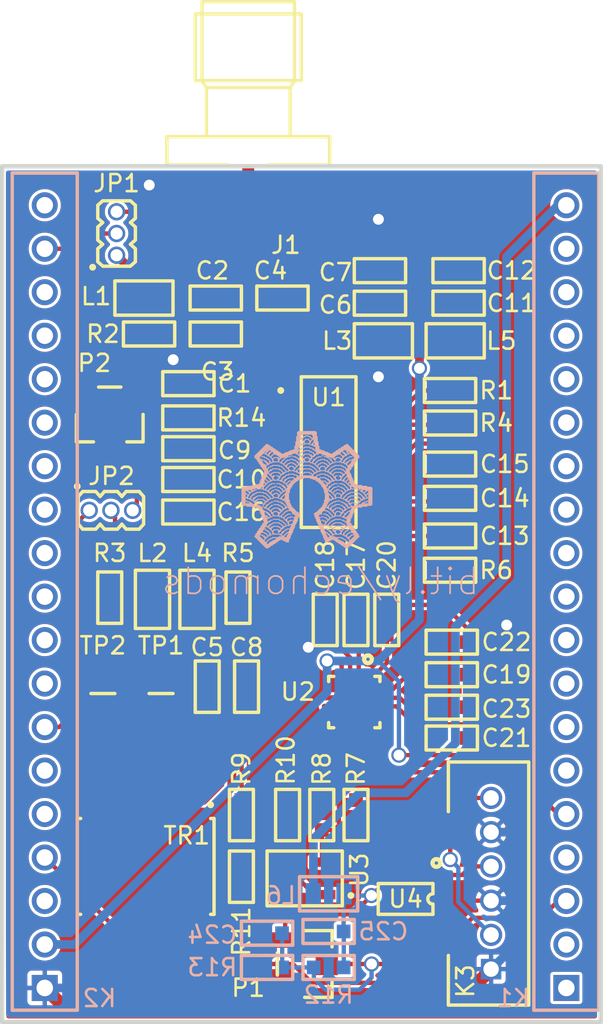
<source format=kicad_pcb>
(kicad_pcb (version 4) (host pcbnew no-vcs-found-product)
  (layers (0 F.Cu signal) (31 B.Cu signal) (34 B.Paste user) (35 F.Paste user) (36 B.SilkS user) (37 F.SilkS user) (38 B.Mask user) (39 F.Mask user) (44 Edge.Cuts user))
  (net 0 "")
  (net 1 VDD_5V)
  (net 2 VDD_3.3V)
  (net 3 AGND)
  (net 4 3.3VA)
  (net 5 "Net-(C1-Pad1)")
  (net 6 "Net-(C2-Pad2)")
  (net 7 "Net-(C2-Pad1)")
  (net 8 "Net-(C3-Pad2)")
  (net 9 /VGA_OUT_N)
  (net 10 "Net-(C5-Pad1)")
  (net 11 "Net-(C6-Pad1)")
  (net 12 /VGA_OUT_P)
  (net 13 "Net-(C8-Pad1)")
  (net 14 "Net-(C9-Pad2)")
  (net 15 "Net-(C9-Pad1)")
  (net 16 "Net-(C10-Pad2)")
  (net 17 "Net-(C10-Pad1)")
  (net 18 "Net-(C11-Pad1)")
  (net 19 "Net-(C13-Pad1)")
  (net 20 "Net-(C14-Pad1)")
  (net 21 "Net-(C16-Pad1)")
  (net 22 /VGA_OUT2)
  (net 23 "Net-(C17-Pad1)")
  (net 24 "Net-(C18-Pad1)")
  (net 25 "Net-(C19-Pad1)")
  (net 26 "Net-(C20-Pad2)")
  (net 27 "Net-(C20-Pad1)")
  (net 28 "Net-(C21-Pad1)")
  (net 29 /ADC_VREF)
  (net 30 "Net-(J1-Pad1)")
  (net 31 /VGA_IN)
  (net 32 /GAIN)
  (net 33 "Net-(Jumper2-Pad3)")
  (net 34 "Net-(K1-Pad18)")
  (net 35 "Net-(K1-Pad17)")
  (net 36 "Net-(K1-Pad16)")
  (net 37 "Net-(K1-Pad15)")
  (net 38 "Net-(K1-Pad14)")
  (net 39 "Net-(K1-Pad13)")
  (net 40 "Net-(K1-Pad12)")
  (net 41 "Net-(K1-Pad11)")
  (net 42 "Net-(K1-Pad10)")
  (net 43 "Net-(K1-Pad9)")
  (net 44 "Net-(K1-Pad8)")
  (net 45 "Net-(K1-Pad7)")
  (net 46 "Net-(K1-Pad6)")
  (net 47 /V_ENVELOPE)
  (net 48 "Net-(K1-Pad4)")
  (net 49 /ADC)
  (net 50 "Net-(K1-Pad1)")
  (net 51 "Net-(K1-Pad2)")
  (net 52 "Net-(K2-Pad19)")
  (net 53 "Net-(K2-Pad17)")
  (net 54 "Net-(K2-Pad16)")
  (net 55 "Net-(K2-Pad15)")
  (net 56 "Net-(K2-Pad14)")
  (net 57 "Net-(K2-Pad13)")
  (net 58 "Net-(K2-Pad12)")
  (net 59 "Net-(K2-Pad11)")
  (net 60 "Net-(K2-Pad10)")
  (net 61 "Net-(K2-Pad9)")
  (net 62 "Net-(K2-Pad8)")
  (net 63 "Net-(K2-Pad6)")
  (net 64 "Net-(K2-Pad5)")
  (net 65 "Net-(K2-Pad3)")
  (net 66 "Net-(K3-Pad6)")
  (net 67 "Net-(K3-Pad4)")
  (net 68 "Net-(K3-Pad2)")
  (net 69 "Net-(L2-Pad2)")
  (net 70 "Net-(L4-Pad2)")
  (net 71 "Net-(R1-Pad1)")
  (net 72 "Net-(R4-Pad1)")
  (net 73 "Net-(R7-Pad2)")
  (net 74 "Net-(R10-Pad2)")
  (net 75 "Net-(R10-Pad1)")
  (net 76 "Net-(TR1-Pad5)")
  (net 77 "Net-(U2-Pad6)")
  (net 78 "Net-(U2-Pad7)")
  (net 79 "Net-(U2-Pad8)")
  (net 80 "Net-(U2-Pad11)")
  (net 81 "Net-(U2-Pad12)")
  (net 82 "Net-(U2-Pad13)")
  (net 83 "Net-(P2-Pad1)")
  (module footprint:SM0603_3D_cap (layer F.Cu) (at 137 95.5 180)
    (fp_text reference C1 (at -2.7 0 180) (layer F.SilkS))
    (fp_text value Capacitor hide)
    (pad 2 smd rect (at 0.87504 -0.00008 180) (size 0.800001 0.800001) (layers F.Cu F.Paste F.Mask) (net 3 AGND))
    (pad 1 smd rect (at -0.87496 -0.00008 180) (size 0.800001 0.800001) (layers F.Cu F.Paste F.Mask) (net 5 "Net-(C1-Pad1)"))
  )
  (module footprint:SM0603_3D_cap (layer F.Cu) (at 138.6 90.5)
    (fp_text reference C2 (at -0.2 -1.6) (layer F.SilkS))
    (fp_text value Capacitor hide)
    (pad 2 smd rect (at 0.87504 -0.00008) (size 0.800001 0.800001) (layers F.Cu F.Paste F.Mask) (net 6 "Net-(C2-Pad2)"))
    (pad 1 smd rect (at -0.87496 -0.00008) (size 0.800001 0.800001) (layers F.Cu F.Paste F.Mask) (net 7 "Net-(C2-Pad1)"))
  )
  (module footprint:SM0603_3D_cap (layer F.Cu) (at 138.6 92.6 180)
    (fp_text reference C3 (at -0.1 -2.2 180) (layer F.SilkS))
    (fp_text value Capacitor hide)
    (pad 2 smd rect (at 0.87504 -0.00008 180) (size 0.800001 0.800001) (layers F.Cu F.Paste F.Mask) (net 8 "Net-(C3-Pad2)"))
    (pad 1 smd rect (at -0.87496 -0.00008 180) (size 0.800001 0.800001) (layers F.Cu F.Paste F.Mask) (net 6 "Net-(C2-Pad2)"))
  )
  (module footprint:SM0603_3D_cap (layer F.Cu) (at 142.5 90.5)
    (fp_text reference C4 (at -0.7 -1.6) (layer F.SilkS))
    (fp_text value Capacitor hide)
    (pad 2 smd rect (at 0.87504 -0.00008) (size 0.800001 0.800001) (layers F.Cu F.Paste F.Mask) (net 3 AGND))
    (pad 1 smd rect (at -0.87496 -0.00008) (size 0.800001 0.800001) (layers F.Cu F.Paste F.Mask) (net 6 "Net-(C2-Pad2)"))
  )
  (module footprint:SM0603_3D_cap (layer F.Cu) (at 138.1 113.2 270)
    (fp_text reference C5 (at -2.3 0 360) (layer F.SilkS))
    (fp_text value Capacitor hide)
    (pad 2 smd rect (at 0.87504 -0.00008 270) (size 0.800001 0.800001) (layers F.Cu F.Paste F.Mask) (net 9 /VGA_OUT_N))
    (pad 1 smd rect (at -0.87496 -0.00008 270) (size 0.800001 0.800001) (layers F.Cu F.Paste F.Mask) (net 10 "Net-(C5-Pad1)"))
  )
  (module footprint:SM0603_3D_cap (layer F.Cu) (at 148.2 90.8)
    (fp_text reference C6 (at -2.6 0.1) (layer F.SilkS))
    (fp_text value Capacitor hide)
    (pad 2 smd rect (at 0.87504 -0.00008) (size 0.800001 0.800001) (layers F.Cu F.Paste F.Mask) (net 3 AGND))
    (pad 1 smd rect (at -0.87496 -0.00008) (size 0.800001 0.800001) (layers F.Cu F.Paste F.Mask) (net 11 "Net-(C6-Pad1)"))
  )
  (module footprint:SM0603_3D_cap (layer F.Cu) (at 148.2 88.9)
    (fp_text reference C7 (at -2.6 0.1) (layer F.SilkS))
    (fp_text value Capacitor hide)
    (pad 2 smd rect (at 0.87504 -0.00008) (size 0.800001 0.800001) (layers F.Cu F.Paste F.Mask) (net 3 AGND))
    (pad 1 smd rect (at -0.87496 -0.00008) (size 0.800001 0.800001) (layers F.Cu F.Paste F.Mask) (net 11 "Net-(C6-Pad1)"))
  )
  (module footprint:SM0603_3D_cap (layer F.Cu) (at 140.4 113.2 270)
    (fp_text reference C8 (at -2.3 0 360) (layer F.SilkS))
    (fp_text value Capacitor hide)
    (pad 2 smd rect (at 0.87504 -0.00008 270) (size 0.800001 0.800001) (layers F.Cu F.Paste F.Mask) (net 12 /VGA_OUT_P))
    (pad 1 smd rect (at -0.87496 -0.00008 270) (size 0.800001 0.800001) (layers F.Cu F.Paste F.Mask) (net 13 "Net-(C8-Pad1)"))
  )
  (module footprint:SM0603_3D_cap (layer F.Cu) (at 137 99.3 180)
    (fp_text reference C9 (at -2.7 -0.1 180) (layer F.SilkS))
    (fp_text value Capacitor hide)
    (pad 2 smd rect (at 0.87504 -0.00008 180) (size 0.800001 0.800001) (layers F.Cu F.Paste F.Mask) (net 14 "Net-(C9-Pad2)"))
    (pad 1 smd rect (at -0.87496 -0.00008 180) (size 0.800001 0.800001) (layers F.Cu F.Paste F.Mask) (net 15 "Net-(C9-Pad1)"))
  )
  (module footprint:SM0603_3D_cap (layer F.Cu) (at 137 101.1)
    (fp_text reference C10 (at 3.1 0) (layer F.SilkS))
    (fp_text value Capacitor hide)
    (pad 2 smd rect (at 0.87504 -0.00008) (size 0.800001 0.800001) (layers F.Cu F.Paste F.Mask) (net 16 "Net-(C10-Pad2)"))
    (pad 1 smd rect (at -0.87496 -0.00008) (size 0.800001 0.800001) (layers F.Cu F.Paste F.Mask) (net 17 "Net-(C10-Pad1)"))
  )
  (module footprint:SM0603_3D_cap (layer F.Cu) (at 152.8 90.8 180)
    (fp_text reference C11 (at -3.1 0 180) (layer F.SilkS))
    (fp_text value Capacitor hide)
    (pad 2 smd rect (at 0.87504 -0.00008 180) (size 0.800001 0.800001) (layers F.Cu F.Paste F.Mask) (net 3 AGND))
    (pad 1 smd rect (at -0.87496 -0.00008 180) (size 0.800001 0.800001) (layers F.Cu F.Paste F.Mask) (net 18 "Net-(C11-Pad1)"))
  )
  (module footprint:SM0603_3D_cap (layer F.Cu) (at 152.8 88.9 180)
    (fp_text reference C12 (at -3.1 0 180) (layer F.SilkS))
    (fp_text value Capacitor hide)
    (pad 2 smd rect (at 0.87504 -0.00008 180) (size 0.800001 0.800001) (layers F.Cu F.Paste F.Mask) (net 3 AGND))
    (pad 1 smd rect (at -0.87496 -0.00008 180) (size 0.800001 0.800001) (layers F.Cu F.Paste F.Mask) (net 18 "Net-(C11-Pad1)"))
  )
  (module footprint:SM0603_3D_cap (layer F.Cu) (at 152.3 104.4)
    (fp_text reference C13 (at 3.2 0) (layer F.SilkS))
    (fp_text value Capacitor hide)
    (pad 2 smd rect (at 0.87504 -0.00008) (size 0.800001 0.800001) (layers F.Cu F.Paste F.Mask) (net 3 AGND))
    (pad 1 smd rect (at -0.87496 -0.00008) (size 0.800001 0.800001) (layers F.Cu F.Paste F.Mask) (net 19 "Net-(C13-Pad1)"))
  )
  (module footprint:SM0603_3D_cap (layer F.Cu) (at 152.3 102.2)
    (fp_text reference C14 (at 3.2 0) (layer F.SilkS))
    (fp_text value Capacitor hide)
    (pad 2 smd rect (at 0.87504 -0.00008) (size 0.800001 0.800001) (layers F.Cu F.Paste F.Mask) (net 3 AGND))
    (pad 1 smd rect (at -0.87496 -0.00008) (size 0.800001 0.800001) (layers F.Cu F.Paste F.Mask) (net 20 "Net-(C14-Pad1)"))
  )
  (module footprint:SM0603_3D_cap (layer F.Cu) (at 152.3 100.2)
    (fp_text reference C15 (at 3.2 0) (layer F.SilkS))
    (fp_text value Capacitor hide)
    (pad 2 smd rect (at 0.87504 -0.00008) (size 0.800001 0.800001) (layers F.Cu F.Paste F.Mask) (net 3 AGND))
    (pad 1 smd rect (at -0.87496 -0.00008) (size 0.800001 0.800001) (layers F.Cu F.Paste F.Mask) (net 20 "Net-(C14-Pad1)"))
  )
  (module footprint:SM0603_3D_cap (layer F.Cu) (at 137 103 180)
    (fp_text reference C16 (at -3.1 0 180) (layer F.SilkS))
    (fp_text value Capacitor hide)
    (pad 2 smd rect (at 0.87504 -0.00008 180) (size 0.800001 0.800001) (layers F.Cu F.Paste F.Mask) (net 3 AGND))
    (pad 1 smd rect (at -0.87496 -0.00008 180) (size 0.800001 0.800001) (layers F.Cu F.Paste F.Mask) (net 21 "Net-(C16-Pad1)"))
  )
  (module footprint:SM0603_3D_cap (layer F.Cu) (at 146.8 109.3 90)
    (fp_text reference C17 (at 3.2 0 90) (layer F.SilkS))
    (fp_text value Capacitor hide)
    (pad 2 smd rect (at 0.87504 -0.00008 90) (size 0.800001 0.800001) (layers F.Cu F.Paste F.Mask) (net 22 /VGA_OUT2))
    (pad 1 smd rect (at -0.87496 -0.00008 90) (size 0.800001 0.800001) (layers F.Cu F.Paste F.Mask) (net 23 "Net-(C17-Pad1)"))
  )
  (module footprint:SM0603_3D_cap (layer F.Cu) (at 145 109.3 270)
    (fp_text reference C18 (at -3.2 0 270) (layer F.SilkS))
    (fp_text value Capacitor hide)
    (pad 2 smd rect (at 0.87504 -0.00008 270) (size 0.800001 0.800001) (layers F.Cu F.Paste F.Mask) (net 3 AGND))
    (pad 1 smd rect (at -0.87496 -0.00008 270) (size 0.800001 0.800001) (layers F.Cu F.Paste F.Mask) (net 24 "Net-(C18-Pad1)"))
  )
  (module footprint:SM0603_3D_cap (layer F.Cu) (at 152.4 112.5)
    (fp_text reference C19 (at 3.2 0) (layer F.SilkS))
    (fp_text value Capacitor hide)
    (pad 2 smd rect (at 0.87504 -0.00008) (size 0.800001 0.800001) (layers F.Cu F.Paste F.Mask) (net 1 VDD_5V))
    (pad 1 smd rect (at -0.87496 -0.00008) (size 0.800001 0.800001) (layers F.Cu F.Paste F.Mask) (net 25 "Net-(C19-Pad1)"))
  )
  (module footprint:SM0603_3D_cap (layer F.Cu) (at 148.6 109.3 90)
    (fp_text reference C20 (at 3.2 0 90) (layer F.SilkS))
    (fp_text value Capacitor hide)
    (pad 2 smd rect (at 0.87504 -0.00008 90) (size 0.800001 0.800001) (layers F.Cu F.Paste F.Mask) (net 26 "Net-(C20-Pad2)"))
    (pad 1 smd rect (at -0.87496 -0.00008 90) (size 0.800001 0.800001) (layers F.Cu F.Paste F.Mask) (net 27 "Net-(C20-Pad1)"))
  )
  (module footprint:SM0603_3D_cap (layer F.Cu) (at 152.4 116.2)
    (fp_text reference C21 (at 3.2 0) (layer F.SilkS))
    (fp_text value Capacitor hide)
    (pad 2 smd rect (at 0.87504 -0.00008) (size 0.800001 0.800001) (layers F.Cu F.Paste F.Mask) (net 1 VDD_5V))
    (pad 1 smd rect (at -0.87496 -0.00008) (size 0.800001 0.800001) (layers F.Cu F.Paste F.Mask) (net 28 "Net-(C21-Pad1)"))
  )
  (module footprint:SM0603_3D_cap (layer F.Cu) (at 152.4 110.6 180)
    (fp_text reference C22 (at -3.2 0 180) (layer F.SilkS))
    (fp_text value Capacitor hide)
    (pad 2 smd rect (at 0.87504 -0.00008 180) (size 0.800001 0.800001) (layers F.Cu F.Paste F.Mask) (net 3 AGND))
    (pad 1 smd rect (at -0.87496 -0.00008 180) (size 0.800001 0.800001) (layers F.Cu F.Paste F.Mask) (net 26 "Net-(C20-Pad2)"))
  )
  (module footprint:SM0603_3D_cap (layer F.Cu) (at 152.4 114.4 180)
    (fp_text reference C23 (at -3.2 -0.1 180) (layer F.SilkS))
    (fp_text value Capacitor hide)
    (pad 2 smd rect (at 0.87504 -0.00008 180) (size 0.800001 0.800001) (layers F.Cu F.Paste F.Mask) (net 3 AGND))
    (pad 1 smd rect (at -0.87496 -0.00008 180) (size 0.800001 0.800001) (layers F.Cu F.Paste F.Mask) (net 1 VDD_5V))
  )
  (module footprint:SM0603_3D_cap (layer B.Cu) (at 141.6 127.6 180)
    (fp_text reference C24 (at 3.2 -0.1 180) (layer B.SilkS) (effects (justify mirror)))
    (fp_text value Capacitor hide)
    (pad 2 smd rect (at 0.87504 0.00008 180) (size 0.800001 0.800001) (layers B.Cu B.Paste B.Mask) (net 3 AGND))
    (pad 1 smd rect (at -0.87496 0.00008 180) (size 0.800001 0.800001) (layers B.Cu B.Paste B.Mask) (net 29 /ADC_VREF))
  )
  (module footprint:SM0603_3D_cap (layer B.Cu) (at 145.2 127.5 180)
    (fp_text reference C25 (at -3.2 0 180) (layer B.SilkS) (effects (justify mirror)))
    (fp_text value Capacitor hide)
    (pad 2 smd rect (at 0.87504 0.00008 180) (size 0.800001 0.800001) (layers B.Cu B.Paste B.Mask) (net 3 AGND))
    (pad 1 smd rect (at -0.87496 0.00008 180) (size 0.800001 0.800001) (layers B.Cu B.Paste B.Mask) (net 4 3.3VA))
  )
  (module footprint:AMPHENOL_132357-11 (layer F.Cu) (at 140.5 84)
    (fp_text reference J1 (at 2.2 3.4) (layer F.SilkS))
    (fp_text value SMA hide)
    (pad 2 smd rect (at 4.25 1.575 270) (size 4.9 1.599999) (layers F.Cu F.Paste F.Mask) (net 3 AGND))
    (pad 1 smd rect (at 0 0 270) (size 2.35 0.700001) (layers F.Cu F.Paste F.Mask) (net 30 "Net-(J1-Pad1)"))
    (pad 2 smd rect (at -4.25 1.575 270) (size 4.9 1.599999) (layers F.Cu F.Paste F.Mask) (net 3 AGND))
    (pad 2 smd rect (at 4.25 1.575 270) (size 4.9 1.599999) (layers B.Cu B.Paste B.Mask) (net 3 AGND))
    (pad 2 smd rect (at -4.25 1.575 270) (size 4.9 1.599999) (layers B.Cu B.Paste B.Mask) (net 3 AGND))
  )
  (module footprint:PLS_2.54mm-19 (layer B.Cu) (at 159.1 130.8)
    (fp_text reference K1 (at -3.1 0.6) (layer B.SilkS) (effects (justify mirror)))
    (fp_text value Header19 hide)
    (pad 19 thru_hole circle (at 0 -45.72 180) (size 1.524 1.524) (drill 0.9652) (layers *.Cu *.Paste *.Mask) (net 2 VDD_3.3V))
    (pad 18 thru_hole circle (at 0 -43.18 180) (size 1.524 1.524) (drill 0.9652) (layers *.Cu *.Paste *.Mask) (net 34 "Net-(K1-Pad18)"))
    (pad 17 thru_hole circle (at 0 -40.64 180) (size 1.524 1.524) (drill 0.9652) (layers *.Cu *.Paste *.Mask) (net 35 "Net-(K1-Pad17)"))
    (pad 16 thru_hole circle (at 0 -38.1 180) (size 1.524 1.524) (drill 0.9652) (layers *.Cu *.Paste *.Mask) (net 36 "Net-(K1-Pad16)"))
    (pad 15 thru_hole circle (at 0 -35.56 180) (size 1.524 1.524) (drill 0.9652) (layers *.Cu *.Paste *.Mask) (net 37 "Net-(K1-Pad15)"))
    (pad 14 thru_hole circle (at 0 -33.02 180) (size 1.524 1.524) (drill 0.9652) (layers *.Cu *.Paste *.Mask) (net 38 "Net-(K1-Pad14)"))
    (pad 13 thru_hole circle (at 0 -30.48 180) (size 1.524 1.524) (drill 0.9652) (layers *.Cu *.Paste *.Mask) (net 39 "Net-(K1-Pad13)"))
    (pad 12 thru_hole circle (at 0 -27.94 180) (size 1.524 1.524) (drill 0.9652) (layers *.Cu *.Paste *.Mask) (net 40 "Net-(K1-Pad12)"))
    (pad 11 thru_hole circle (at 0 -25.4 180) (size 1.524 1.524) (drill 0.9652) (layers *.Cu *.Paste *.Mask) (net 41 "Net-(K1-Pad11)"))
    (pad 10 thru_hole circle (at 0 -22.86 180) (size 1.524 1.524) (drill 0.9652) (layers *.Cu *.Paste *.Mask) (net 42 "Net-(K1-Pad10)"))
    (pad 9 thru_hole circle (at 0 -20.32 180) (size 1.524 1.524) (drill 0.9652) (layers *.Cu *.Paste *.Mask) (net 43 "Net-(K1-Pad9)"))
    (pad 8 thru_hole circle (at 0 -17.78 180) (size 1.524 1.524) (drill 0.9652) (layers *.Cu *.Paste *.Mask) (net 44 "Net-(K1-Pad8)"))
    (pad 7 thru_hole circle (at 0 -15.24 180) (size 1.524 1.524) (drill 0.9652) (layers *.Cu *.Paste *.Mask) (net 45 "Net-(K1-Pad7)"))
    (pad 6 thru_hole circle (at 0 -12.7 180) (size 1.524 1.524) (drill 0.9652) (layers *.Cu *.Paste *.Mask) (net 46 "Net-(K1-Pad6)"))
    (pad 5 thru_hole circle (at 0 -10.16 180) (size 1.524 1.524) (drill 0.9652) (layers *.Cu *.Paste *.Mask) (net 47 /V_ENVELOPE))
    (pad 4 thru_hole circle (at 0 -7.62 180) (size 1.524 1.524) (drill 0.9652) (layers *.Cu *.Paste *.Mask) (net 48 "Net-(K1-Pad4)"))
    (pad 3 thru_hole circle (at 0 -5.08 180) (size 1.524 1.524) (drill 0.9652) (layers *.Cu *.Paste *.Mask) (net 49 /ADC))
    (pad 1 thru_hole rect (at 0 0 180) (size 1.524 1.524) (drill 0.9652) (layers *.Cu *.Paste *.Mask) (net 50 "Net-(K1-Pad1)"))
    (pad 2 thru_hole circle (at 0 -2.54 180) (size 1.524 1.524) (drill 0.9652) (layers *.Cu *.Paste *.Mask) (net 51 "Net-(K1-Pad2)"))
  )
  (module footprint:PLS_2.54mm-19 (layer B.Cu) (at 128.6 130.8)
    (fp_text reference K2 (at 3.2 0.6) (layer B.SilkS) (effects (justify mirror)))
    (fp_text value Header19 hide)
    (pad 19 thru_hole circle (at 0 -45.72 180) (size 1.524 1.524) (drill 0.9652) (layers *.Cu *.Paste *.Mask) (net 52 "Net-(K2-Pad19)"))
    (pad 18 thru_hole circle (at 0 -43.18 180) (size 1.524 1.524) (drill 0.9652) (layers *.Cu *.Paste *.Mask) (net 31 /VGA_IN))
    (pad 17 thru_hole circle (at 0 -40.64 180) (size 1.524 1.524) (drill 0.9652) (layers *.Cu *.Paste *.Mask) (net 53 "Net-(K2-Pad17)"))
    (pad 16 thru_hole circle (at 0 -38.1 180) (size 1.524 1.524) (drill 0.9652) (layers *.Cu *.Paste *.Mask) (net 54 "Net-(K2-Pad16)"))
    (pad 15 thru_hole circle (at 0 -35.56 180) (size 1.524 1.524) (drill 0.9652) (layers *.Cu *.Paste *.Mask) (net 55 "Net-(K2-Pad15)"))
    (pad 14 thru_hole circle (at 0 -33.02 180) (size 1.524 1.524) (drill 0.9652) (layers *.Cu *.Paste *.Mask) (net 56 "Net-(K2-Pad14)"))
    (pad 13 thru_hole circle (at 0 -30.48 180) (size 1.524 1.524) (drill 0.9652) (layers *.Cu *.Paste *.Mask) (net 57 "Net-(K2-Pad13)"))
    (pad 12 thru_hole circle (at 0 -27.94 180) (size 1.524 1.524) (drill 0.9652) (layers *.Cu *.Paste *.Mask) (net 58 "Net-(K2-Pad12)"))
    (pad 11 thru_hole circle (at 0 -25.4 180) (size 1.524 1.524) (drill 0.9652) (layers *.Cu *.Paste *.Mask) (net 59 "Net-(K2-Pad11)"))
    (pad 10 thru_hole circle (at 0 -22.86 180) (size 1.524 1.524) (drill 0.9652) (layers *.Cu *.Paste *.Mask) (net 60 "Net-(K2-Pad10)"))
    (pad 9 thru_hole circle (at 0 -20.32 180) (size 1.524 1.524) (drill 0.9652) (layers *.Cu *.Paste *.Mask) (net 61 "Net-(K2-Pad9)"))
    (pad 8 thru_hole circle (at 0 -17.78 180) (size 1.524 1.524) (drill 0.9652) (layers *.Cu *.Paste *.Mask) (net 62 "Net-(K2-Pad8)"))
    (pad 7 thru_hole circle (at 0 -15.24 180) (size 1.524 1.524) (drill 0.9652) (layers *.Cu *.Paste *.Mask) (net 32 /GAIN))
    (pad 6 thru_hole circle (at 0 -12.7 180) (size 1.524 1.524) (drill 0.9652) (layers *.Cu *.Paste *.Mask) (net 63 "Net-(K2-Pad6)"))
    (pad 5 thru_hole circle (at 0 -10.16 180) (size 1.524 1.524) (drill 0.9652) (layers *.Cu *.Paste *.Mask) (net 64 "Net-(K2-Pad5)"))
    (pad 4 thru_hole circle (at 0 -7.62 180) (size 1.524 1.524) (drill 0.9652) (layers *.Cu *.Paste *.Mask) (net 22 /VGA_OUT2))
    (pad 3 thru_hole circle (at 0 -5.08 180) (size 1.524 1.524) (drill 0.9652) (layers *.Cu *.Paste *.Mask) (net 65 "Net-(K2-Pad3)"))
    (pad 1 thru_hole rect (at 0 0 180) (size 1.524 1.524) (drill 0.9652) (layers *.Cu *.Paste *.Mask) (net 3 AGND))
    (pad 2 thru_hole circle (at 0 -2.54 180) (size 1.524 1.524) (drill 0.9652) (layers *.Cu *.Paste *.Mask) (net 1 VDD_5V))
  )
  (module footprint:Molex_89400-061 (layer F.Cu) (at 154.7 129.7)
    (fp_text reference K3 (at -1.5 0.7 90) (layer F.SilkS))
    (fp_text value Header6 hide)
    (pad 6 thru_hole circle (at 0 -10 180) (size 1.3 1.3) (drill 0.900001) (layers *.Cu *.Paste *.Mask) (net 66 "Net-(K3-Pad6)"))
    (pad 5 thru_hole circle (at 0 -8 180) (size 1.3 1.3) (drill 0.900001) (layers *.Cu *.Paste *.Mask) (net 3 AGND))
    (pad 4 thru_hole circle (at 0 -6 180) (size 1.3 1.3) (drill 0.900001) (layers *.Cu *.Paste *.Mask) (net 67 "Net-(K3-Pad4)"))
    (pad 3 thru_hole circle (at 0 -4 180) (size 1.3 1.3) (drill 0.900001) (layers *.Cu *.Paste *.Mask) (net 3 AGND))
    (pad 1 thru_hole rect (at 0 0 180) (size 1.2 1.2) (drill 0.900001) (layers *.Cu *.Paste *.Mask) (net 3 AGND))
    (pad 2 thru_hole circle (at 0 -2 180) (size 1.3 1.3) (drill 0.900001) (layers *.Cu *.Paste *.Mask) (net 68 "Net-(K3-Pad2)"))
  )
  (module footprint:SM_0805_INDUCTANCE_3D (layer F.Cu) (at 134.4 90.5 180)
    (fp_text reference L1 (at 2.8 0.1 180) (layer F.SilkS))
    (fp_text value Inductor hide)
    (pad 1 smd rect (at 0.9 0 90) (size 1.25 0.900001) (layers F.Cu F.Paste F.Mask) (net 30 "Net-(J1-Pad1)"))
    (pad 2 smd rect (at -0.9 0 90) (size 1.25 0.900001) (layers F.Cu F.Paste F.Mask) (net 7 "Net-(C2-Pad1)"))
  )
  (module footprint:SM_0805_INDUCTANCE_3D (layer F.Cu) (at 134.9 108.1 270)
    (fp_text reference L2 (at -2.7 0 360) (layer F.SilkS))
    (fp_text value Inductor hide)
    (pad 1 smd rect (at 0.9 0 180) (size 1.25 0.900001) (layers F.Cu F.Paste F.Mask) (net 10 "Net-(C5-Pad1)"))
    (pad 2 smd rect (at -0.9 0 180) (size 1.25 0.900001) (layers F.Cu F.Paste F.Mask) (net 69 "Net-(L2-Pad2)"))
  )
  (module footprint:SM_0805_INDUCTANCE_3D (layer F.Cu) (at 148.4 93)
    (fp_text reference L3 (at -2.7 0) (layer F.SilkS))
    (fp_text value Inductor hide)
    (pad 1 smd rect (at 0.9 0 270) (size 1.25 0.900001) (layers F.Cu F.Paste F.Mask) (net 1 VDD_5V))
    (pad 2 smd rect (at -0.9 0 270) (size 1.25 0.900001) (layers F.Cu F.Paste F.Mask) (net 11 "Net-(C6-Pad1)"))
  )
  (module footprint:SM_0805_INDUCTANCE_3D (layer F.Cu) (at 137.5 108.1 270)
    (fp_text reference L4 (at -2.7 0 360) (layer F.SilkS))
    (fp_text value Inductor hide)
    (pad 1 smd rect (at 0.9 0 180) (size 1.25 0.900001) (layers F.Cu F.Paste F.Mask) (net 13 "Net-(C8-Pad1)"))
    (pad 2 smd rect (at -0.9 0 180) (size 1.25 0.900001) (layers F.Cu F.Paste F.Mask) (net 70 "Net-(L4-Pad2)"))
  )
  (module footprint:SM_0805_INDUCTANCE_3D (layer F.Cu) (at 152.6 93 180)
    (fp_text reference L5 (at -2.7 0 180) (layer F.SilkS))
    (fp_text value Inductor hide)
    (pad 1 smd rect (at 0.9 0 90) (size 1.25 0.900001) (layers F.Cu F.Paste F.Mask) (net 1 VDD_5V))
    (pad 2 smd rect (at -0.9 0 90) (size 1.25 0.900001) (layers F.Cu F.Paste F.Mask) (net 18 "Net-(C11-Pad1)"))
  )
  (module footprint:SM_0805_INDUCTANCE_3D (layer B.Cu) (at 145.2 125.3 180)
    (fp_text reference L6 (at 2.8 -0.1 180) (layer B.SilkS) (effects (justify mirror)))
    (fp_text value Inductor hide)
    (pad 1 smd rect (at 0.9 0 270) (size 1.25 0.900001) (layers B.Cu B.Paste B.Mask) (net 2 VDD_3.3V))
    (pad 2 smd rect (at -0.9 0 270) (size 1.25 0.900001) (layers B.Cu B.Paste B.Mask) (net 4 3.3VA))
  )
  (module footprint:TRIM_BOURNS_3223W (layer F.Cu) (at 143.8 129.4)
    (fp_text reference P1 (at -3.3 1.4) (layer F.SilkS))
    (fp_text value TrimPot hide)
    (pad 1 smd rect (at -1.14 -1.4 270) (size 0.900001 1.599999) (layers F.Cu F.Paste F.Mask) (net 4 3.3VA))
    (pad 3 smd rect (at -1.14 1.4 270) (size 0.900001 1.599999) (layers F.Cu F.Paste F.Mask) (net 3 AGND))
    (pad 2 smd rect (at 1.29 0) (size 1.3 1.3) (layers F.Cu F.Paste F.Mask) (net 29 /ADC_VREF))
  )
  (module footprint:TRIM_BOURNS_3223W (layer F.Cu) (at 132.4 97.3 270)
    (fp_text reference P2 (at -3 0.9 360) (layer F.SilkS))
    (fp_text value TrimPot hide)
    (pad 1 smd rect (at -1.14 -1.4 180) (size 0.900001 1.599999) (layers F.Cu F.Paste F.Mask) (net 83 "Net-(P2-Pad1)"))
    (pad 3 smd rect (at -1.14 1.4 180) (size 0.900001 1.599999) (layers F.Cu F.Paste F.Mask) (net 3 AGND))
    (pad 2 smd rect (at 1.29 0 270) (size 1.3 1.3) (layers F.Cu F.Paste F.Mask) (net 33 "Net-(Jumper2-Pad3)"))
  )
  (module footprint:SM0603_3D_res (layer F.Cu) (at 152.3 95.9 180)
    (fp_text reference R1 (at -2.7 0 180) (layer F.SilkS))
    (fp_text value Resistor hide)
    (pad 2 smd rect (at -0.87505 0.00006) (size 0.800001 0.800001) (layers F.Cu F.Paste F.Mask) (net 18 "Net-(C11-Pad1)"))
    (pad 1 smd rect (at 0.87495 0.00006) (size 0.800001 0.800001) (layers F.Cu F.Paste F.Mask) (net 71 "Net-(R1-Pad1)"))
  )
  (module footprint:SM0603_3D_res (layer F.Cu) (at 134.7 92.6)
    (fp_text reference R2 (at -2.7 0) (layer F.SilkS))
    (fp_text value Resistor hide)
    (pad 2 smd rect (at -0.87505 0.00006 180) (size 0.800001 0.800001) (layers F.Cu F.Paste F.Mask) (net 17 "Net-(C10-Pad1)"))
    (pad 1 smd rect (at 0.87495 0.00006 180) (size 0.800001 0.800001) (layers F.Cu F.Paste F.Mask) (net 8 "Net-(C3-Pad2)"))
  )
  (module footprint:SM0603_3D_res (layer F.Cu) (at 132.4 108 90)
    (fp_text reference R3 (at 2.6 0 180) (layer F.SilkS))
    (fp_text value Resistor hide)
    (pad 2 smd rect (at -0.87505 0.00006 270) (size 0.800001 0.800001) (layers F.Cu F.Paste F.Mask) (net 10 "Net-(C5-Pad1)"))
    (pad 1 smd rect (at 0.87495 0.00006 270) (size 0.800001 0.800001) (layers F.Cu F.Paste F.Mask) (net 69 "Net-(L2-Pad2)"))
  )
  (module footprint:SM0603_3D_res (layer F.Cu) (at 152.3 97.8 180)
    (fp_text reference R4 (at -2.7 0 180) (layer F.SilkS))
    (fp_text value Resistor hide)
    (pad 2 smd rect (at -0.87505 0.00006) (size 0.800001 0.800001) (layers F.Cu F.Paste F.Mask) (net 18 "Net-(C11-Pad1)"))
    (pad 1 smd rect (at 0.87495 0.00006) (size 0.800001 0.800001) (layers F.Cu F.Paste F.Mask) (net 72 "Net-(R4-Pad1)"))
  )
  (module footprint:SM0603_3D_res (layer F.Cu) (at 139.9 108 90)
    (fp_text reference R5 (at 2.6 0 180) (layer F.SilkS))
    (fp_text value Resistor hide)
    (pad 2 smd rect (at -0.87505 0.00006 270) (size 0.800001 0.800001) (layers F.Cu F.Paste F.Mask) (net 13 "Net-(C8-Pad1)"))
    (pad 1 smd rect (at 0.87495 0.00006 270) (size 0.800001 0.800001) (layers F.Cu F.Paste F.Mask) (net 70 "Net-(L4-Pad2)"))
  )
  (module footprint:SM0603_3D_res (layer F.Cu) (at 152.3 106.4 180)
    (fp_text reference R6 (at -2.7 0 180) (layer F.SilkS))
    (fp_text value Resistor hide)
    (pad 2 smd rect (at -0.87505 0.00006) (size 0.800001 0.800001) (layers F.Cu F.Paste F.Mask) (net 3 AGND))
    (pad 1 smd rect (at 0.87495 0.00006) (size 0.800001 0.800001) (layers F.Cu F.Paste F.Mask) (net 19 "Net-(C13-Pad1)"))
  )
  (module footprint:SM0603_3D_res (layer F.Cu) (at 146.8 120.7 270)
    (fp_text reference R7 (at -2.7 0 270) (layer F.SilkS))
    (fp_text value Resistor hide)
    (pad 2 smd rect (at -0.87505 0.00006 90) (size 0.800001 0.800001) (layers F.Cu F.Paste F.Mask) (net 73 "Net-(R7-Pad2)"))
    (pad 1 smd rect (at 0.87495 0.00006 90) (size 0.800001 0.800001) (layers F.Cu F.Paste F.Mask) (net 3 AGND))
  )
  (module footprint:SM0603_3D_res (layer F.Cu) (at 144.8 120.7 270)
    (fp_text reference R8 (at -2.7 0 270) (layer F.SilkS))
    (fp_text value Resistor hide)
    (pad 2 smd rect (at -0.87505 0.00006 90) (size 0.800001 0.800001) (layers F.Cu F.Paste F.Mask) (net 47 /V_ENVELOPE))
    (pad 1 smd rect (at 0.87495 0.00006 90) (size 0.800001 0.800001) (layers F.Cu F.Paste F.Mask) (net 73 "Net-(R7-Pad2)"))
  )
  (module footprint:SM0603_3D_res (layer F.Cu) (at 140.1 120.7 90)
    (fp_text reference R9 (at 2.7 0 90) (layer F.SilkS))
    (fp_text value Resistor hide)
    (pad 2 smd rect (at -0.87505 0.00006 270) (size 0.800001 0.800001) (layers F.Cu F.Paste F.Mask) (net 3 AGND))
    (pad 1 smd rect (at 0.87495 0.00006 270) (size 0.800001 0.800001) (layers F.Cu F.Paste F.Mask) (net 22 /VGA_OUT2))
  )
  (module footprint:SM0603_3D_res (layer F.Cu) (at 142.8 120.7 270)
    (fp_text reference R10 (at -3.2 0.1 270) (layer F.SilkS))
    (fp_text value Resistor hide)
    (pad 2 smd rect (at -0.87505 0.00006 90) (size 0.800001 0.800001) (layers F.Cu F.Paste F.Mask) (net 74 "Net-(R10-Pad2)"))
    (pad 1 smd rect (at 0.87495 0.00006 90) (size 0.800001 0.800001) (layers F.Cu F.Paste F.Mask) (net 75 "Net-(R10-Pad1)"))
  )
  (module footprint:SM0603_3D_res (layer F.Cu) (at 140.1 124.3 270)
    (fp_text reference R11 (at 3.2 0 270) (layer F.SilkS))
    (fp_text value Resistor hide)
    (pad 2 smd rect (at -0.87505 0.00006 90) (size 0.800001 0.800001) (layers F.Cu F.Paste F.Mask) (net 75 "Net-(R10-Pad1)"))
    (pad 1 smd rect (at 0.87495 0.00006 90) (size 0.800001 0.800001) (layers F.Cu F.Paste F.Mask) (net 49 /ADC))
  )
  (module footprint:SM0603_3D_res (layer B.Cu) (at 145.2 129.6)
    (fp_text reference R12 (at 0 1.6) (layer B.SilkS) (effects (justify mirror)))
    (fp_text value Resistor hide)
    (pad 2 smd rect (at -0.87505 -0.00006 180) (size 0.800001 0.800001) (layers B.Cu B.Paste B.Mask) (net 29 /ADC_VREF))
    (pad 1 smd rect (at 0.87495 -0.00006 180) (size 0.800001 0.800001) (layers B.Cu B.Paste B.Mask) (net 4 3.3VA))
  )
  (module footprint:SM0603_3D_res (layer B.Cu) (at 141.6 129.6)
    (fp_text reference R13 (at -3.2 0) (layer B.SilkS) (effects (justify mirror)))
    (fp_text value Resistor hide)
    (pad 2 smd rect (at -0.87505 -0.00006 180) (size 0.800001 0.800001) (layers B.Cu B.Paste B.Mask) (net 3 AGND))
    (pad 1 smd rect (at 0.87495 -0.00006 180) (size 0.800001 0.800001) (layers B.Cu B.Paste B.Mask) (net 29 /ADC_VREF))
  )
  (module footprint:SM0603_3D_res (layer F.Cu) (at 137 97.5)
    (fp_text reference R14 (at 3.1 0) (layer F.SilkS))
    (fp_text value Resistor hide)
    (pad 2 smd rect (at -0.87505 0.00006 180) (size 0.800001 0.800001) (layers F.Cu F.Paste F.Mask) (net 83 "Net-(P2-Pad1)"))
    (pad 1 smd rect (at 0.87495 0.00006 180) (size 0.800001 0.800001) (layers F.Cu F.Paste F.Mask) (net 11 "Net-(C6-Pad1)"))
  )
  (module footprint:NICOMATIC_C12000B (layer F.Cu) (at 135.4 113.6)
    (fp_text reference TP1 (at 0 -2.8) (layer F.SilkS))
    (fp_text value TP hide)
    (pad 1 smd rect (at 0 -1 90) (size 1.5 1.5) (layers F.Cu F.Paste F.Mask) (net 9 /VGA_OUT_N))
    (pad 1 smd rect (at 0 1 90) (size 1.5 1.5) (layers F.Cu F.Paste F.Mask) (net 9 /VGA_OUT_N))
  )
  (module footprint:NICOMATIC_C12000B (layer F.Cu) (at 132 113.6)
    (fp_text reference TP2 (at 0 -2.8) (layer F.SilkS))
    (fp_text value TP hide)
    (pad 1 smd rect (at 0 -1 90) (size 1.5 1.5) (layers F.Cu F.Paste F.Mask) (net 12 /VGA_OUT_P))
    (pad 1 smd rect (at 0 1 90) (size 1.5 1.5) (layers F.Cu F.Paste F.Mask) (net 12 /VGA_OUT_P))
  )
  (module footprint:XFMR_MINI-CIRCUITS_KK81 (layer F.Cu) (at 134.5 123.7)
    (fp_text reference TR1 (at 2.4 -1.8 180) (layer F.SilkS))
    (fp_text value RF_Transformer_1 hide)
    (pad 6 smd rect (at 2.54 6.0325 180) (size 1.649999 2.54) (layers F.Cu F.Paste F.Mask) (net 3 AGND))
    (pad 5 smd rect (at 0 6.0325 180) (size 1.649999 2.54) (layers F.Cu F.Paste F.Mask) (net 76 "Net-(TR1-Pad5)"))
    (pad 4 smd rect (at -2.54 6.0325 180) (size 1.649999 2.54) (layers F.Cu F.Paste F.Mask) (net 22 /VGA_OUT2))
    (pad 3 smd rect (at -2.54 -6.0325 180) (size 1.649999 2.54) (layers F.Cu F.Paste F.Mask) (net 12 /VGA_OUT_P))
    (pad 2 smd rect (at 0 -6.0325 180) (size 1.649999 2.54) (layers F.Cu F.Paste F.Mask) (net 3 AGND))
    (pad 1 smd rect (at 2.54 -6.0325 180) (size 1.649999 2.54) (layers F.Cu F.Paste F.Mask) (net 9 /VGA_OUT_N))
  )
  (module footprint:SOP64P600X175-20N (layer F.Cu) (at 145.2 99.5)
    (fp_text reference U1 (at 0 -3.2) (layer F.SilkS))
    (fp_text value AD8331ARQZ hide)
    (pad 11 smd oval (at 2.725 2.88 90) (size 0.449999 1.45) (layers F.Cu F.Paste F.Mask) (net 20 "Net-(C14-Pad1)"))
    (pad 12 smd oval (at 2.725 2.24 90) (size 0.449999 1.45) (layers F.Cu F.Paste F.Mask) (net 19 "Net-(C13-Pad1)"))
    (pad 13 smd oval (at 2.725 1.6 90) (size 0.449999 1.45) (layers F.Cu F.Paste F.Mask) (net 18 "Net-(C11-Pad1)"))
    (pad 14 smd oval (at 2.725 0.96 90) (size 0.449999 1.45) (layers F.Cu F.Paste F.Mask) (net 18 "Net-(C11-Pad1)"))
    (pad 15 smd oval (at 2.725 0.32 90) (size 0.449999 1.45) (layers F.Cu F.Paste F.Mask) (net 70 "Net-(L4-Pad2)"))
    (pad 16 smd oval (at 2.725 -0.32 90) (size 0.449999 1.45) (layers F.Cu F.Paste F.Mask) (net 69 "Net-(L2-Pad2)"))
    (pad 17 smd oval (at 2.725 -0.96 90) (size 0.449999 1.45) (layers F.Cu F.Paste F.Mask) (net 3 AGND))
    (pad 18 smd oval (at 2.725 -1.6 90) (size 0.449999 1.45) (layers F.Cu F.Paste F.Mask) (net 72 "Net-(R4-Pad1)"))
    (pad 19 smd oval (at 2.725 -2.24 90) (size 0.449999 1.45) (layers F.Cu F.Paste F.Mask) (net 71 "Net-(R1-Pad1)"))
    (pad 20 smd oval (at 2.725 -2.88 90) (size 0.449999 1.45) (layers F.Cu F.Paste F.Mask) (net 3 AGND))
    (pad 10 smd oval (at -2.725 2.88 90) (size 0.449999 1.45) (layers F.Cu F.Paste F.Mask) (net 21 "Net-(C16-Pad1)"))
    (pad 9 smd oval (at -2.725 2.24 90) (size 0.449999 1.45) (layers F.Cu F.Paste F.Mask) (net 3 AGND))
    (pad 8 smd oval (at -2.725 1.6 90) (size 0.449999 1.45) (layers F.Cu F.Paste F.Mask) (net 16 "Net-(C10-Pad2)"))
    (pad 7 smd oval (at -2.725 0.96 90) (size 0.449999 1.45) (layers F.Cu F.Paste F.Mask) (net 14 "Net-(C9-Pad2)"))
    (pad 6 smd oval (at -2.725 0.32 90) (size 0.449999 1.45) (layers F.Cu F.Paste F.Mask) (net 3 AGND))
    (pad 5 smd oval (at -2.725 -0.32 90) (size 0.449999 1.45) (layers F.Cu F.Paste F.Mask) (net 15 "Net-(C9-Pad1)"))
    (pad 4 smd oval (at -2.725 -0.96 90) (size 0.449999 1.45) (layers F.Cu F.Paste F.Mask) (net 17 "Net-(C10-Pad1)"))
    (pad 3 smd oval (at -2.725 -1.6 90) (size 0.449999 1.45) (layers F.Cu F.Paste F.Mask) (net 11 "Net-(C6-Pad1)"))
    (pad 2 smd oval (at -2.725 -2.24 90) (size 0.449999 1.45) (layers F.Cu F.Paste F.Mask) (net 6 "Net-(C2-Pad2)"))
    (pad 1 smd oval (at -2.725 -2.88 90) (size 0.449999 1.45) (layers F.Cu F.Paste F.Mask) (net 5 "Net-(C1-Pad1)"))
  )
  (module footprint:QFN50P300X300X80-17N-S175 (layer F.Cu) (at 146.7 114.1)
    (fp_text reference U2 (at -3.3 -0.6) (layer F.SilkS))
    (fp_text value ADL5511ACPZ-R7 hide)
    (pad 1 smd oval (at 0.75 -1.5 270) (size 0.800001 0.299999) (layers F.Cu F.Paste F.Mask) (net 27 "Net-(C20-Pad1)"))
    (pad 2 smd oval (at 0.25 -1.5 270) (size 0.800001 0.299999) (layers F.Cu F.Paste F.Mask) (net 23 "Net-(C17-Pad1)"))
    (pad 3 smd oval (at -0.25 -1.5 270) (size 0.800001 0.299999) (layers F.Cu F.Paste F.Mask) (net 24 "Net-(C18-Pad1)"))
    (pad 4 smd oval (at -0.75 -1.5 270) (size 0.800001 0.299999) (layers F.Cu F.Paste F.Mask) (net 1 VDD_5V))
    (pad 5 smd oval (at -1.5 -0.75) (size 0.800001 0.299999) (layers F.Cu F.Paste F.Mask) (net 3 AGND))
    (pad 6 smd oval (at -1.5 -0.25) (size 0.800001 0.299999) (layers F.Cu F.Paste F.Mask) (net 77 "Net-(U2-Pad6)"))
    (pad 7 smd oval (at -1.5 0.25) (size 0.800001 0.299999) (layers F.Cu F.Paste F.Mask) (net 78 "Net-(U2-Pad7)"))
    (pad 8 smd oval (at -1.5 0.75) (size 0.800001 0.299999) (layers F.Cu F.Paste F.Mask) (net 79 "Net-(U2-Pad8)"))
    (pad 9 smd oval (at -0.75 1.5 270) (size 0.800001 0.299999) (layers F.Cu F.Paste F.Mask) (net 74 "Net-(R10-Pad2)"))
    (pad 10 smd oval (at -0.25 1.5 270) (size 0.800001 0.299999) (layers F.Cu F.Paste F.Mask) (net 47 /V_ENVELOPE))
    (pad 11 smd oval (at 0.25 1.5 270) (size 0.800001 0.299999) (layers F.Cu F.Paste F.Mask) (net 80 "Net-(U2-Pad11)"))
    (pad 12 smd oval (at 0.75 1.5 270) (size 0.800001 0.299999) (layers F.Cu F.Paste F.Mask) (net 81 "Net-(U2-Pad12)"))
    (pad 13 smd oval (at 1.5 0.75) (size 0.800001 0.299999) (layers F.Cu F.Paste F.Mask) (net 82 "Net-(U2-Pad13)"))
    (pad 14 smd oval (at 1.5 0.25) (size 0.800001 0.299999) (layers F.Cu F.Paste F.Mask) (net 28 "Net-(C21-Pad1)"))
    (pad 15 smd oval (at 1.5 -0.25) (size 0.800001 0.299999) (layers F.Cu F.Paste F.Mask) (net 1 VDD_5V))
    (pad 16 smd oval (at 1.5 -0.75) (size 0.800001 0.299999) (layers F.Cu F.Paste F.Mask) (net 25 "Net-(C19-Pad1)"))
    (pad 17 smd rect (at 0 0 270) (size 1.749999 1.749999) (layers F.Cu F.Paste F.Mask) (net 3 AGND))
  )
  (module "footprint:TSOT-5(RT-5)" (layer F.Cu) (at 143.8 124.4)
    (fp_text reference U3 (at 3.2 -0.5 90) (layer F.SilkS))
    (fp_text value AD8691 hide)
    (pad 1 smd rect (at 1.075 0.95 90) (size 0.549999 1.45) (layers F.Cu F.Paste F.Mask) (net 49 /ADC))
    (pad 2 smd rect (at 1.075 -0.00001 90) (size 0.550012 1.45001) (layers F.Cu F.Paste F.Mask) (net 3 AGND))
    (pad 3 smd rect (at 1.075 -0.95 90) (size 0.550012 1.45001) (layers F.Cu F.Paste F.Mask) (net 73 "Net-(R7-Pad2)"))
    (pad 4 smd rect (at -1.075 -0.95 90) (size 0.550012 1.45001) (layers F.Cu F.Paste F.Mask) (net 75 "Net-(R10-Pad1)"))
    (pad 5 smd rect (at -1.075 0.95 90) (size 0.550012 1.45001) (layers F.Cu F.Paste F.Mask) (net 4 3.3VA))
  )
  (module footprint:RM-8 (layer F.Cu) (at 149.7 125.6)
    (fp_text reference U4 (at 0 0 180) (layer F.SilkS))
    (fp_text value AD7274 hide)
    (pad 1 smd rect (at 0.975 -2.075) (size 0.399999 1.549999) (layers F.Cu F.Paste F.Mask) (net 4 3.3VA))
    (pad 2 smd rect (at 0.325 -2.075) (size 0.399999 1.549999) (layers F.Cu F.Paste F.Mask) (net 68 "Net-(K3-Pad2)"))
    (pad 3 smd rect (at -0.325 -2.075) (size 0.399999 1.549999) (layers F.Cu F.Paste F.Mask) (net 66 "Net-(K3-Pad6)"))
    (pad 4 smd rect (at -0.975 -2.075) (size 0.399999 1.549999) (layers F.Cu F.Paste F.Mask) (net 3 AGND))
    (pad 8 smd rect (at 0.975 2.075) (size 0.399999 1.549999) (layers F.Cu F.Paste F.Mask) (net 49 /ADC))
    (pad 7 smd rect (at 0.325 2.075) (size 0.399999 1.549999) (layers F.Cu F.Paste F.Mask) (net 3 AGND))
    (pad 6 smd rect (at -0.325 2.075) (size 0.399999 1.549999) (layers F.Cu F.Paste F.Mask) (net 67 "Net-(K3-Pad4)"))
    (pad 5 smd rect (at -0.975 2.075) (size 0.399999 1.549999) (layers F.Cu F.Paste F.Mask) (net 29 /ADC_VREF))
  )
  (module footprint:SULLINS_GRPB031VWVN (layer F.Cu) (at 132.8 88 90)
    (fp_text reference Jumper1 hide)
    (fp_text value Jumper hide)
    (pad 2 thru_hole circle (at 1.27 0 90) (size 1.016 1.016) (drill 0.7112) (layers *.Cu *.Paste *.Mask) (net 31 /VGA_IN))
    (pad 1 thru_hole circle (at 0 0 90) (size 1.016 1.016) (drill 0.7112) (layers *.Cu *.Paste *.Mask) (net 30 "Net-(J1-Pad1)"))
    (pad 3 thru_hole circle (at 2.54 0 90) (size 1.016 1.016) (drill 0.7112) (layers *.Cu *.Paste *.Mask) (net 30 "Net-(J1-Pad1)"))
  )
  (module footprint:SULLINS_GRPB031VWVN (layer F.Cu) (at 131.2 102.9)
    (fp_text reference Jumper2 hide)
    (fp_text value Jumper hide)
    (pad 2 thru_hole circle (at 1.27 0) (size 1.016 1.016) (drill 0.7112) (layers *.Cu *.Paste *.Mask) (net 21 "Net-(C16-Pad1)"))
    (pad 1 thru_hole circle (at 0 0) (size 1.016 1.016) (drill 0.7112) (layers *.Cu *.Paste *.Mask) (net 32 /GAIN))
    (pad 3 thru_hole circle (at 2.54 0) (size 1.016 1.016) (drill 0.7112) (layers *.Cu *.Paste *.Mask) (net 33 "Net-(Jumper2-Pad3)"))
  )
  (gr_text JP2 (at 132.5 100.9) (layer F.SilkS) (effects (font (size 1 1))))
  (gr_text JP1 (at 132.8 83.8) (layer F.SilkS) (effects (font (size 1 1))))
  (gr_line (start 126.11 132.8) (end 161.11 132.8) (layer Edge.Cuts) (width 0.254))
  (gr_line (start 161.11 132.8) (end 161.11 82.8) (layer Edge.Cuts) (width 0.254))
  (gr_line (start 126.11 82.8) (end 161.11 82.8) (layer Edge.Cuts) (width 0.254))
  (gr_line (start 126.11 132.8) (end 126.11 82.8) (layer Edge.Cuts) (width 0.254))
  (gr_line (start 147.2836 102.5112) (end 147.7408 102.5112) (layer B.SilkS) (width 0.0508))
  (gr_line (start 147.2836 101.6984) (end 147.7408 101.6984) (layer B.SilkS) (width 0.0508))
  (gr_line (start 147.5376 101.7492) (end 147.7408 101.7492) (layer B.SilkS) (width 0.0508))
  (gr_line (start 147.3852 101.7492) (end 147.4868 101.7492) (layer B.SilkS) (width 0.0508))
  (gr_line (start 147.5376 101.8) (end 147.7408 101.8) (layer B.SilkS) (width 0.0508))
  (gr_line (start 147.3344 101.8) (end 147.3852 101.8) (layer B.SilkS) (width 0.0508))
  (gr_line (start 147.5376 101.8508) (end 147.7408 101.8508) (layer B.SilkS) (width 0.0508))
  (gr_line (start 147.2836 101.8508) (end 147.3344 101.8508) (layer B.SilkS) (width 0.0508))
  (gr_line (start 147.4868 101.9016) (end 147.7408 101.9016) (layer B.SilkS) (width 0.0508))
  (gr_line (start 147.2328 101.9016) (end 147.2836 101.9016) (layer B.SilkS) (width 0.0508))
  (gr_line (start 147.5376 101.9524) (end 147.7408 101.9524) (layer B.SilkS) (width 0.0508))
  (gr_line (start 147.436 101.9524) (end 147.4868 101.9524) (layer B.SilkS) (width 0.0508))
  (gr_line (start 147.2836 101.9524) (end 147.3344 101.9524) (layer B.SilkS) (width 0.0508))
  (gr_line (start 147.5376 102.0032) (end 147.7408 102.0032) (layer B.SilkS) (width 0.0508))
  (gr_line (start 147.3344 102.0032) (end 147.436 102.0032) (layer B.SilkS) (width 0.0508))
  (gr_line (start 147.5376 102.054) (end 147.7408 102.054) (layer B.SilkS) (width 0.0508))
  (gr_line (start 147.3344 102.054) (end 147.3852 102.054) (layer B.SilkS) (width 0.0508))
  (gr_line (start 147.5376 102.1048) (end 147.7408 102.1048) (layer B.SilkS) (width 0.0508))
  (gr_line (start 147.3852 102.1048) (end 147.436 102.1048) (layer B.SilkS) (width 0.0508))
  (gr_line (start 147.5376 102.1556) (end 147.7408 102.1556) (layer B.SilkS) (width 0.0508))
  (gr_line (start 147.436 102.1556) (end 147.4868 102.1556) (layer B.SilkS) (width 0.0508))
  (gr_line (start 147.5376 102.2064) (end 147.7408 102.2064) (layer B.SilkS) (width 0.0508))
  (gr_line (start 147.2328 102.2064) (end 147.436 102.2064) (layer B.SilkS) (width 0.0508))
  (gr_line (start 147.5376 102.2572) (end 147.7408 102.2572) (layer B.SilkS) (width 0.0508))
  (gr_line (start 147.5376 102.308) (end 147.7408 102.308) (layer B.SilkS) (width 0.0508))
  (gr_line (start 147.436 102.3588) (end 147.7408 102.3588) (layer B.SilkS) (width 0.0508))
  (gr_line (start 147.5376 102.4096) (end 147.7408 102.4096) (layer B.SilkS) (width 0.0508))
  (gr_line (start 147.2836 102.4096) (end 147.436 102.4096) (layer B.SilkS) (width 0.0508))
  (gr_line (start 146.5724 104.5432) (end 146.8772 104.5432) (layer B.SilkS) (width 0.0508))
  (gr_line (start 146.3184 104.5432) (end 146.3692 104.5432) (layer B.SilkS) (width 0.0508))
  (gr_line (start 145.9628 104.5432) (end 146.0644 104.5432) (layer B.SilkS) (width 0.0508))
  (gr_line (start 146.5216 104.594) (end 146.8264 104.594) (layer B.SilkS) (width 0.0508))
  (gr_line (start 146.3692 104.594) (end 146.42 104.594) (layer B.SilkS) (width 0.0508))
  (gr_line (start 146.0644 104.594) (end 146.166 104.594) (layer B.SilkS) (width 0.0508))
  (gr_line (start 146.42 104.6448) (end 146.7756 104.6448) (layer B.SilkS) (width 0.0508))
  (gr_line (start 146.166 104.6448) (end 146.2168 104.6448) (layer B.SilkS) (width 0.0508))
  (gr_line (start 145.5056 104.6448) (end 145.8612 104.6448) (layer B.SilkS) (width 0.0508))
  (gr_line (start 146.42 104.6956) (end 146.7248 104.6956) (layer B.SilkS) (width 0.0508))
  (gr_line (start 146.2168 104.6956) (end 146.2676 104.6956) (layer B.SilkS) (width 0.0508))
  (gr_line (start 145.6072 104.6956) (end 145.9628 104.6956) (layer B.SilkS) (width 0.0508))
  (gr_line (start 146.3692 104.7464) (end 146.674 104.7464) (layer B.SilkS) (width 0.0508))
  (gr_line (start 146.2676 104.7464) (end 146.3184 104.7464) (layer B.SilkS) (width 0.0508))
  (gr_line (start 145.658 104.7464) (end 146.0644 104.7464) (layer B.SilkS) (width 0.0508))
  (gr_line (start 146.3184 104.7972) (end 146.6232 104.7972) (layer B.SilkS) (width 0.0508))
  (gr_line (start 145.7596 104.7972) (end 146.1152 104.7972) (layer B.SilkS) (width 0.0508))
  (gr_line (start 146.2676 104.848) (end 146.5724 104.848) (layer B.SilkS) (width 0.0508))
  (gr_line (start 145.8104 104.848) (end 146.166 104.848) (layer B.SilkS) (width 0.0508))
  (gr_line (start 145.912 104.8988) (end 146.5216 104.8988) (layer B.SilkS) (width 0.0508))
  (gr_line (start 145.9628 104.9496) (end 146.4708 104.9496) (layer B.SilkS) (width 0.0508))
  (gr_line (start 146.0644 105.0004) (end 146.42 105.0004) (layer B.SilkS) (width 0.0508))
  (gr_line (start 146.1152 105.0512) (end 146.3692 105.0512) (layer B.SilkS) (width 0.0508))
  (gr_line (start 146.2168 105.102) (end 146.3184 105.102) (layer B.SilkS) (width 0.0508))
  (gr_line (start 146.8772 102.5112) (end 146.928 102.5112) (layer B.SilkS) (width 0.0508))
  (gr_line (start 146.7756 102.5112) (end 146.8264 102.5112) (layer B.SilkS) (width 0.0508))
  (gr_line (start 146.3692 102.5112) (end 146.5216 102.5112) (layer B.SilkS) (width 0.0508))
  (gr_line (start 146.1152 102.5112) (end 146.2168 102.5112) (layer B.SilkS) (width 0.0508))
  (gr_line (start 145.3024 102.5112) (end 145.404 102.5112) (layer B.SilkS) (width 0.0508))
  (gr_line (start 146.8264 102.562) (end 146.8772 102.562) (layer B.SilkS) (width 0.0508))
  (gr_line (start 146.42 102.562) (end 146.4708 102.562) (layer B.SilkS) (width 0.0508))
  (gr_line (start 146.166 102.562) (end 146.2676 102.562) (layer B.SilkS) (width 0.0508))
  (gr_line (start 145.6072 102.562) (end 145.8612 102.562) (layer B.SilkS) (width 0.0508))
  (gr_line (start 145.2516 102.562) (end 145.3024 102.562) (layer B.SilkS) (width 0.0508))
  (gr_line (start 146.4708 102.6128) (end 146.5216 102.6128) (layer B.SilkS) (width 0.0508))
  (gr_line (start 146.2168 102.6128) (end 146.3184 102.6128) (layer B.SilkS) (width 0.0508))
  (gr_line (start 145.912 102.6128) (end 146.0136 102.6128) (layer B.SilkS) (width 0.0508))
  (gr_line (start 145.5056 102.6128) (end 145.6072 102.6128) (layer B.SilkS) (width 0.0508))
  (gr_line (start 145.2008 102.6128) (end 145.2516 102.6128) (layer B.SilkS) (width 0.0508))
  (gr_line (start 146.5216 102.6636) (end 146.5724 102.6636) (layer B.SilkS) (width 0.0508))
  (gr_line (start 146.2676 102.6636) (end 146.3184 102.6636) (layer B.SilkS) (width 0.0508))
  (gr_line (start 146.0136 102.6636) (end 146.0644 102.6636) (layer B.SilkS) (width 0.0508))
  (gr_line (start 145.404 102.6636) (end 145.5056 102.6636) (layer B.SilkS) (width 0.0508))
  (gr_line (start 146.42 102.7144) (end 147.1312 102.7144) (layer B.SilkS) (width 0.0508))
  (gr_line (start 146.3184 102.7144) (end 146.3692 102.7144) (layer B.SilkS) (width 0.0508))
  (gr_line (start 146.0644 102.7144) (end 146.166 102.7144) (layer B.SilkS) (width 0.0508))
  (gr_line (start 145.3532 102.7144) (end 145.404 102.7144) (layer B.SilkS) (width 0.0508))
  (gr_line (start 146.5724 102.7652) (end 146.8772 102.7652) (layer B.SilkS) (width 0.0508))
  (gr_line (start 146.3184 102.7652) (end 146.42 102.7652) (layer B.SilkS) (width 0.0508))
  (gr_line (start 146.1152 102.7652) (end 146.166 102.7652) (layer B.SilkS) (width 0.0508))
  (gr_line (start 145.6072 102.7652) (end 145.8612 102.7652) (layer B.SilkS) (width 0.0508))
  (gr_line (start 145.3024 102.7652) (end 145.3532 102.7652) (layer B.SilkS) (width 0.0508))
  (gr_line (start 146.5216 102.816) (end 146.7248 102.816) (layer B.SilkS) (width 0.0508))
  (gr_line (start 146.166 102.816) (end 146.2676 102.816) (layer B.SilkS) (width 0.0508))
  (gr_line (start 145.8612 102.816) (end 145.9628 102.816) (layer B.SilkS) (width 0.0508))
  (gr_line (start 145.5564 102.816) (end 145.6072 102.816) (layer B.SilkS) (width 0.0508))
  (gr_line (start 145.2008 102.816) (end 145.3532 102.816) (layer B.SilkS) (width 0.0508))
  (gr_line (start 146.5216 102.8668) (end 146.7248 102.8668) (layer B.SilkS) (width 0.0508))
  (gr_line (start 146.1152 102.8668) (end 146.2168 102.8668) (layer B.SilkS) (width 0.0508))
  (gr_line (start 145.9628 102.8668) (end 146.0136 102.8668) (layer B.SilkS) (width 0.0508))
  (gr_line (start 145.4548 102.8668) (end 145.5564 102.8668) (layer B.SilkS) (width 0.0508))
  (gr_line (start 145.3024 102.8668) (end 145.3532 102.8668) (layer B.SilkS) (width 0.0508))
  (gr_line (start 146.42 102.9176) (end 146.674 102.9176) (layer B.SilkS) (width 0.0508))
  (gr_line (start 146.0136 102.9176) (end 146.166 102.9176) (layer B.SilkS) (width 0.0508))
  (gr_line (start 145.3532 102.9176) (end 145.5056 102.9176) (layer B.SilkS) (width 0.0508))
  (gr_line (start 146.4708 102.9684) (end 146.674 102.9684) (layer B.SilkS) (width 0.0508))
  (gr_line (start 146.3184 102.9684) (end 146.42 102.9684) (layer B.SilkS) (width 0.0508))
  (gr_line (start 146.0136 102.9684) (end 146.0644 102.9684) (layer B.SilkS) (width 0.0508))
  (gr_line (start 145.658 102.9684) (end 145.8612 102.9684) (layer B.SilkS) (width 0.0508))
  (gr_line (start 145.404 102.9684) (end 145.4548 102.9684) (layer B.SilkS) (width 0.0508))
  (gr_line (start 146.4708 103.0192) (end 146.674 103.0192) (layer B.SilkS) (width 0.0508))
  (gr_line (start 146.2676 103.0192) (end 146.3184 103.0192) (layer B.SilkS) (width 0.0508))
  (gr_line (start 145.9628 103.0192) (end 146.0644 103.0192) (layer B.SilkS) (width 0.0508))
  (gr_line (start 145.8612 103.0192) (end 145.912 103.0192) (layer B.SilkS) (width 0.0508))
  (gr_line (start 145.6072 103.0192) (end 145.658 103.0192) (layer B.SilkS) (width 0.0508))
  (gr_line (start 145.4548 103.0192) (end 145.5056 103.0192) (layer B.SilkS) (width 0.0508))
  (gr_line (start 145.2008 103.0192) (end 145.2516 103.0192) (layer B.SilkS) (width 0.0508))
  (gr_line (start 146.42 103.07) (end 146.6232 103.07) (layer B.SilkS) (width 0.0508))
  (gr_line (start 146.166 103.07) (end 146.2676 103.07) (layer B.SilkS) (width 0.0508))
  (gr_line (start 145.912 103.07) (end 146.0136 103.07) (layer B.SilkS) (width 0.0508))
  (gr_line (start 145.5056 103.07) (end 145.6072 103.07) (layer B.SilkS) (width 0.0508))
  (gr_line (start 145.2516 103.07) (end 145.3024 103.07) (layer B.SilkS) (width 0.0508))
  (gr_line (start 146.42 103.1208) (end 146.6232 103.1208) (layer B.SilkS) (width 0.0508))
  (gr_line (start 146.1152 103.1208) (end 146.2168 103.1208) (layer B.SilkS) (width 0.0508))
  (gr_line (start 145.912 103.1208) (end 145.9628 103.1208) (layer B.SilkS) (width 0.0508))
  (gr_line (start 145.5564 103.1208) (end 145.6072 103.1208) (layer B.SilkS) (width 0.0508))
  (gr_line (start 145.3024 103.1208) (end 145.3532 103.1208) (layer B.SilkS) (width 0.0508))
  (gr_line (start 146.3692 103.1716) (end 146.5724 103.1716) (layer B.SilkS) (width 0.0508))
  (gr_line (start 146.1152 103.1716) (end 146.166 103.1716) (layer B.SilkS) (width 0.0508))
  (gr_line (start 145.8612 103.1716) (end 145.912 103.1716) (layer B.SilkS) (width 0.0508))
  (gr_line (start 145.5564 103.1716) (end 145.6072 103.1716) (layer B.SilkS) (width 0.0508))
  (gr_line (start 145.3532 103.1716) (end 145.404 103.1716) (layer B.SilkS) (width 0.0508))
  (gr_line (start 146.3184 103.2224) (end 146.5724 103.2224) (layer B.SilkS) (width 0.0508))
  (gr_line (start 146.0644 103.2224) (end 146.1152 103.2224) (layer B.SilkS) (width 0.0508))
  (gr_line (start 145.5564 103.2224) (end 145.912 103.2224) (layer B.SilkS) (width 0.0508))
  (gr_line (start 145.404 103.2224) (end 145.4548 103.2224) (layer B.SilkS) (width 0.0508))
  (gr_line (start 146.3692 103.2732) (end 146.5724 103.2732) (layer B.SilkS) (width 0.0508))
  (gr_line (start 146.2676 103.2732) (end 146.3184 103.2732) (layer B.SilkS) (width 0.0508))
  (gr_line (start 145.9628 103.2732) (end 146.1152 103.2732) (layer B.SilkS) (width 0.0508))
  (gr_line (start 145.404 103.2732) (end 145.5564 103.2732) (layer B.SilkS) (width 0.0508))
  (gr_line (start 145.2008 103.2732) (end 145.2516 103.2732) (layer B.SilkS) (width 0.0508))
  (gr_line (start 146.3184 103.324) (end 146.5216 103.324) (layer B.SilkS) (width 0.0508))
  (gr_line (start 146.2168 103.324) (end 146.2676 103.324) (layer B.SilkS) (width 0.0508))
  (gr_line (start 146.0644 103.324) (end 146.166 103.324) (layer B.SilkS) (width 0.0508))
  (gr_line (start 145.3532 103.324) (end 145.404 103.324) (layer B.SilkS) (width 0.0508))
  (gr_line (start 145.2516 103.324) (end 145.3024 103.324) (layer B.SilkS) (width 0.0508))
  (gr_line (start 146.3184 103.3748) (end 146.5216 103.3748) (layer B.SilkS) (width 0.0508))
  (gr_line (start 146.166 103.3748) (end 146.2676 103.3748) (layer B.SilkS) (width 0.0508))
  (gr_line (start 145.2516 103.3748) (end 145.3024 103.3748) (layer B.SilkS) (width 0.0508))
  (gr_line (start 146.2676 103.4256) (end 146.4708 103.4256) (layer B.SilkS) (width 0.0508))
  (gr_line (start 145.5564 103.4256) (end 145.912 103.4256) (layer B.SilkS) (width 0.0508))
  (gr_line (start 145.2008 103.4256) (end 145.2516 103.4256) (layer B.SilkS) (width 0.0508))
  (gr_line (start 146.2676 103.4764) (end 146.4708 103.4764) (layer B.SilkS) (width 0.0508))
  (gr_line (start 145.9628 103.4764) (end 146.0644 103.4764) (layer B.SilkS) (width 0.0508))
  (gr_line (start 145.4548 103.4764) (end 145.5564 103.4764) (layer B.SilkS) (width 0.0508))
  (gr_line (start 146.2676 103.5272) (end 146.4708 103.5272) (layer B.SilkS) (width 0.0508))
  (gr_line (start 146.0644 103.5272) (end 146.166 103.5272) (layer B.SilkS) (width 0.0508))
  (gr_line (start 145.3532 103.5272) (end 145.4548 103.5272) (layer B.SilkS) (width 0.0508))
  (gr_line (start 146.166 103.578) (end 146.42 103.578) (layer B.SilkS) (width 0.0508))
  (gr_line (start 145.3024 103.578) (end 145.3532 103.578) (layer B.SilkS) (width 0.0508))
  (gr_line (start 146.2168 103.6288) (end 146.4708 103.6288) (layer B.SilkS) (width 0.0508))
  (gr_line (start 145.5564 103.6288) (end 145.912 103.6288) (layer B.SilkS) (width 0.0508))
  (gr_line (start 145.2516 103.6288) (end 145.3024 103.6288) (layer B.SilkS) (width 0.0508))
  (gr_line (start 146.2676 103.6796) (end 146.5216 103.6796) (layer B.SilkS) (width 0.0508))
  (gr_line (start 145.912 103.6796) (end 146.0136 103.6796) (layer B.SilkS) (width 0.0508))
  (gr_line (start 145.4548 103.6796) (end 145.5564 103.6796) (layer B.SilkS) (width 0.0508))
  (gr_line (start 145.2008 103.6796) (end 145.2516 103.6796) (layer B.SilkS) (width 0.0508))
  (gr_line (start 146.2676 103.7304) (end 146.5216 103.7304) (layer B.SilkS) (width 0.0508))
  (gr_line (start 146.0136 103.7304) (end 146.1152 103.7304) (layer B.SilkS) (width 0.0508))
  (gr_line (start 145.404 103.7304) (end 145.4548 103.7304) (layer B.SilkS) (width 0.0508))
  (gr_line (start 146.3184 103.7812) (end 146.5724 103.7812) (layer B.SilkS) (width 0.0508))
  (gr_line (start 146.1152 103.7812) (end 146.166 103.7812) (layer B.SilkS) (width 0.0508))
  (gr_line (start 145.3532 103.7812) (end 145.404 103.7812) (layer B.SilkS) (width 0.0508))
  (gr_line (start 146.2676 103.832) (end 146.6232 103.832) (layer B.SilkS) (width 0.0508))
  (gr_line (start 146.166 103.832) (end 146.2168 103.832) (layer B.SilkS) (width 0.0508))
  (gr_line (start 145.6072 103.832) (end 145.912 103.832) (layer B.SilkS) (width 0.0508))
  (gr_line (start 145.3024 103.832) (end 145.3532 103.832) (layer B.SilkS) (width 0.0508))
  (gr_line (start 146.3692 103.8828) (end 146.6232 103.8828) (layer B.SilkS) (width 0.0508))
  (gr_line (start 146.166 103.8828) (end 146.2676 103.8828) (layer B.SilkS) (width 0.0508))
  (gr_line (start 145.912 103.8828) (end 146.0136 103.8828) (layer B.SilkS) (width 0.0508))
  (gr_line (start 145.5056 103.8828) (end 145.6072 103.8828) (layer B.SilkS) (width 0.0508))
  (gr_line (start 145.2516 103.8828) (end 145.3532 103.8828) (layer B.SilkS) (width 0.0508))
  (gr_line (start 146.42 103.9336) (end 146.674 103.9336) (layer B.SilkS) (width 0.0508))
  (gr_line (start 146.1152 103.9336) (end 146.166 103.9336) (layer B.SilkS) (width 0.0508))
  (gr_line (start 145.9628 103.9336) (end 146.0644 103.9336) (layer B.SilkS) (width 0.0508))
  (gr_line (start 145.4548 103.9336) (end 145.5056 103.9336) (layer B.SilkS) (width 0.0508))
  (gr_line (start 145.3024 103.9336) (end 145.404 103.9336) (layer B.SilkS) (width 0.0508))
  (gr_line (start 146.42 103.9844) (end 146.7248 103.9844) (layer B.SilkS) (width 0.0508))
  (gr_line (start 146.0136 103.9844) (end 146.1152 103.9844) (layer B.SilkS) (width 0.0508))
  (gr_line (start 145.404 103.9844) (end 145.4548 103.9844) (layer B.SilkS) (width 0.0508))
  (gr_line (start 146.4708 104.0352) (end 146.7248 104.0352) (layer B.SilkS) (width 0.0508))
  (gr_line (start 146.3184 104.0352) (end 146.3692 104.0352) (layer B.SilkS) (width 0.0508))
  (gr_line (start 146.0136 104.0352) (end 146.0644 104.0352) (layer B.SilkS) (width 0.0508))
  (gr_line (start 145.6072 104.0352) (end 145.8612 104.0352) (layer B.SilkS) (width 0.0508))
  (gr_line (start 145.4548 104.0352) (end 145.5056 104.0352) (layer B.SilkS) (width 0.0508))
  (gr_line (start 146.5216 104.086) (end 146.7756 104.086) (layer B.SilkS) (width 0.0508))
  (gr_line (start 146.2168 104.086) (end 146.3184 104.086) (layer B.SilkS) (width 0.0508))
  (gr_line (start 145.9628 104.086) (end 146.0136 104.086) (layer B.SilkS) (width 0.0508))
  (gr_line (start 145.8612 104.086) (end 145.912 104.086) (layer B.SilkS) (width 0.0508))
  (gr_line (start 145.4548 104.086) (end 145.6072 104.086) (layer B.SilkS) (width 0.0508))
  (gr_line (start 145.2008 104.086) (end 145.3024 104.086) (layer B.SilkS) (width 0.0508))
  (gr_line (start 146.5216 104.1368) (end 146.8264 104.1368) (layer B.SilkS) (width 0.0508))
  (gr_line (start 146.166 104.1368) (end 146.2168 104.1368) (layer B.SilkS) (width 0.0508))
  (gr_line (start 145.912 104.1368) (end 145.9628 104.1368) (layer B.SilkS) (width 0.0508))
  (gr_line (start 145.5056 104.1368) (end 145.6072 104.1368) (layer B.SilkS) (width 0.0508))
  (gr_line (start 145.2516 104.1368) (end 145.3532 104.1368) (layer B.SilkS) (width 0.0508))
  (gr_line (start 146.5724 104.1876) (end 146.8264 104.1876) (layer B.SilkS) (width 0.0508))
  (gr_line (start 146.42 104.1876) (end 146.5216 104.1876) (layer B.SilkS) (width 0.0508))
  (gr_line (start 146.1152 104.1876) (end 146.166 104.1876) (layer B.SilkS) (width 0.0508))
  (gr_line (start 145.912 104.1876) (end 145.9628 104.1876) (layer B.SilkS) (width 0.0508))
  (gr_line (start 145.5564 104.1876) (end 145.6072 104.1876) (layer B.SilkS) (width 0.0508))
  (gr_line (start 145.3024 104.1876) (end 145.404 104.1876) (layer B.SilkS) (width 0.0508))
  (gr_line (start 146.6232 104.2384) (end 146.8772 104.2384) (layer B.SilkS) (width 0.0508))
  (gr_line (start 146.3184 104.2384) (end 146.42 104.2384) (layer B.SilkS) (width 0.0508))
  (gr_line (start 146.0644 104.2384) (end 146.1152 104.2384) (layer B.SilkS) (width 0.0508))
  (gr_line (start 145.8612 104.2384) (end 145.912 104.2384) (layer B.SilkS) (width 0.0508))
  (gr_line (start 145.6072 104.2384) (end 145.658 104.2384) (layer B.SilkS) (width 0.0508))
  (gr_line (start 145.3532 104.2384) (end 145.404 104.2384) (layer B.SilkS) (width 0.0508))
  (gr_line (start 146.674 104.2892) (end 146.928 104.2892) (layer B.SilkS) (width 0.0508))
  (gr_line (start 146.2676 104.2892) (end 146.3184 104.2892) (layer B.SilkS) (width 0.0508))
  (gr_line (start 146.0644 104.2892) (end 146.1152 104.2892) (layer B.SilkS) (width 0.0508))
  (gr_line (start 145.5056 104.2892) (end 145.9628 104.2892) (layer B.SilkS) (width 0.0508))
  (gr_line (start 145.404 104.2892) (end 145.4548 104.2892) (layer B.SilkS) (width 0.0508))
  (gr_line (start 146.5216 104.34) (end 146.928 104.34) (layer B.SilkS) (width 0.0508))
  (gr_line (start 146.2168 104.34) (end 146.2676 104.34) (layer B.SilkS) (width 0.0508))
  (gr_line (start 146.0136 104.34) (end 146.1152 104.34) (layer B.SilkS) (width 0.0508))
  (gr_line (start 145.404 104.34) (end 145.5056 104.34) (layer B.SilkS) (width 0.0508))
  (gr_line (start 145.2008 104.34) (end 145.2516 104.34) (layer B.SilkS) (width 0.0508))
  (gr_line (start 146.7248 104.3908) (end 146.9788 104.3908) (layer B.SilkS) (width 0.0508))
  (gr_line (start 146.4708 104.3908) (end 146.5216 104.3908) (layer B.SilkS) (width 0.0508))
  (gr_line (start 146.1152 104.3908) (end 146.2676 104.3908) (layer B.SilkS) (width 0.0508))
  (gr_line (start 145.2516 104.3908) (end 145.404 104.3908) (layer B.SilkS) (width 0.0508))
  (gr_line (start 146.674 104.4416) (end 146.9788 104.4416) (layer B.SilkS) (width 0.0508))
  (gr_line (start 146.3692 104.4416) (end 146.4708 104.4416) (layer B.SilkS) (width 0.0508))
  (gr_line (start 146.2168 104.4416) (end 146.2676 104.4416) (layer B.SilkS) (width 0.0508))
  (gr_line (start 145.2516 104.4416) (end 145.5564 104.4416) (layer B.SilkS) (width 0.0508))
  (gr_line (start 146.2168 100.4792) (end 146.5216 100.4792) (layer B.SilkS) (width 0.0508))
  (gr_line (start 145.5564 100.4792) (end 145.9628 100.4792) (layer B.SilkS) (width 0.0508))
  (gr_line (start 145.2516 100.4792) (end 145.3024 100.4792) (layer B.SilkS) (width 0.0508))
  (gr_line (start 146.2168 100.53) (end 146.4708 100.53) (layer B.SilkS) (width 0.0508))
  (gr_line (start 145.9628 100.53) (end 146.0644 100.53) (layer B.SilkS) (width 0.0508))
  (gr_line (start 145.4548 100.53) (end 145.5564 100.53) (layer B.SilkS) (width 0.0508))
  (gr_line (start 145.2008 100.53) (end 145.2516 100.53) (layer B.SilkS) (width 0.0508))
  (gr_line (start 146.2168 100.5808) (end 146.42 100.5808) (layer B.SilkS) (width 0.0508))
  (gr_line (start 146.0644 100.5808) (end 146.1152 100.5808) (layer B.SilkS) (width 0.0508))
  (gr_line (start 145.404 100.5808) (end 145.4548 100.5808) (layer B.SilkS) (width 0.0508))
  (gr_line (start 146.2168 100.6316) (end 146.42 100.6316) (layer B.SilkS) (width 0.0508))
  (gr_line (start 146.1152 100.6316) (end 146.166 100.6316) (layer B.SilkS) (width 0.0508))
  (gr_line (start 145.3532 100.6316) (end 145.404 100.6316) (layer B.SilkS) (width 0.0508))
  (gr_line (start 146.166 100.6824) (end 146.42 100.6824) (layer B.SilkS) (width 0.0508))
  (gr_line (start 145.5564 100.6824) (end 145.912 100.6824) (layer B.SilkS) (width 0.0508))
  (gr_line (start 145.3024 100.6824) (end 145.3532 100.6824) (layer B.SilkS) (width 0.0508))
  (gr_line (start 146.166 100.7332) (end 146.4708 100.7332) (layer B.SilkS) (width 0.0508))
  (gr_line (start 145.912 100.7332) (end 146.0136 100.7332) (layer B.SilkS) (width 0.0508))
  (gr_line (start 145.5056 100.7332) (end 145.5564 100.7332) (layer B.SilkS) (width 0.0508))
  (gr_line (start 145.2516 100.7332) (end 145.3532 100.7332) (layer B.SilkS) (width 0.0508))
  (gr_line (start 146.2676 100.784) (end 146.4708 100.784) (layer B.SilkS) (width 0.0508))
  (gr_line (start 146.1152 100.784) (end 146.166 100.784) (layer B.SilkS) (width 0.0508))
  (gr_line (start 146.0136 100.784) (end 146.0644 100.784) (layer B.SilkS) (width 0.0508))
  (gr_line (start 145.4548 100.784) (end 145.5056 100.784) (layer B.SilkS) (width 0.0508))
  (gr_line (start 145.3024 100.784) (end 145.404 100.784) (layer B.SilkS) (width 0.0508))
  (gr_line (start 146.2676 100.8348) (end 146.5216 100.8348) (layer B.SilkS) (width 0.0508))
  (gr_line (start 146.0136 100.8348) (end 146.1152 100.8348) (layer B.SilkS) (width 0.0508))
  (gr_line (start 145.404 100.8348) (end 145.4548 100.8348) (layer B.SilkS) (width 0.0508))
  (gr_line (start 146.2676 100.8856) (end 146.5216 100.8856) (layer B.SilkS) (width 0.0508))
  (gr_line (start 146.0136 100.8856) (end 146.0644 100.8856) (layer B.SilkS) (width 0.0508))
  (gr_line (start 145.8104 100.8856) (end 145.912 100.8856) (layer B.SilkS) (width 0.0508))
  (gr_line (start 145.6072 100.8856) (end 145.7088 100.8856) (layer B.SilkS) (width 0.0508))
  (gr_line (start 145.4548 100.8856) (end 145.5056 100.8856) (layer B.SilkS) (width 0.0508))
  (gr_line (start 146.3184 100.9364) (end 146.5216 100.9364) (layer B.SilkS) (width 0.0508))
  (gr_line (start 146.2168 100.9364) (end 146.2676 100.9364) (layer B.SilkS) (width 0.0508))
  (gr_line (start 145.8612 100.9364) (end 146.0136 100.9364) (layer B.SilkS) (width 0.0508))
  (gr_line (start 145.5056 100.9364) (end 145.6072 100.9364) (layer B.SilkS) (width 0.0508))
  (gr_line (start 145.2008 100.9364) (end 145.3024 100.9364) (layer B.SilkS) (width 0.0508))
  (gr_line (start 146.3184 100.9872) (end 146.5724 100.9872) (layer B.SilkS) (width 0.0508))
  (gr_line (start 146.166 100.9872) (end 146.2168 100.9872) (layer B.SilkS) (width 0.0508))
  (gr_line (start 145.912 100.9872) (end 145.9628 100.9872) (layer B.SilkS) (width 0.0508))
  (gr_line (start 145.5056 100.9872) (end 145.6072 100.9872) (layer B.SilkS) (width 0.0508))
  (gr_line (start 145.3024 100.9872) (end 145.3532 100.9872) (layer B.SilkS) (width 0.0508))
  (gr_line (start 146.3692 101.038) (end 146.5724 101.038) (layer B.SilkS) (width 0.0508))
  (gr_line (start 146.1152 101.038) (end 146.166 101.038) (layer B.SilkS) (width 0.0508))
  (gr_line (start 145.912 101.038) (end 145.9628 101.038) (layer B.SilkS) (width 0.0508))
  (gr_line (start 145.5564 101.038) (end 145.6072 101.038) (layer B.SilkS) (width 0.0508))
  (gr_line (start 145.3532 101.038) (end 145.404 101.038) (layer B.SilkS) (width 0.0508))
  (gr_line (start 146.3184 101.0888) (end 146.6232 101.0888) (layer B.SilkS) (width 0.0508))
  (gr_line (start 146.0644 101.0888) (end 146.1152 101.0888) (layer B.SilkS) (width 0.0508))
  (gr_line (start 145.8612 101.0888) (end 145.912 101.0888) (layer B.SilkS) (width 0.0508))
  (gr_line (start 145.6072 101.0888) (end 145.658 101.0888) (layer B.SilkS) (width 0.0508))
  (gr_line (start 145.3532 101.0888) (end 145.4548 101.0888) (layer B.SilkS) (width 0.0508))
  (gr_line (start 146.42 101.1396) (end 146.6232 101.1396) (layer B.SilkS) (width 0.0508))
  (gr_line (start 146.2676 101.1396) (end 146.3184 101.1396) (layer B.SilkS) (width 0.0508))
  (gr_line (start 145.5056 101.1396) (end 146.1152 101.1396) (layer B.SilkS) (width 0.0508))
  (gr_line (start 145.404 101.1396) (end 145.4548 101.1396) (layer B.SilkS) (width 0.0508))
  (gr_line (start 146.42 101.1904) (end 146.674 101.1904) (layer B.SilkS) (width 0.0508))
  (gr_line (start 146.2168 101.1904) (end 146.2676 101.1904) (layer B.SilkS) (width 0.0508))
  (gr_line (start 146.0136 101.1904) (end 146.1152 101.1904) (layer B.SilkS) (width 0.0508))
  (gr_line (start 145.3532 101.1904) (end 145.5056 101.1904) (layer B.SilkS) (width 0.0508))
  (gr_line (start 145.2008 101.1904) (end 145.3024 101.1904) (layer B.SilkS) (width 0.0508))
  (gr_line (start 146.42 101.2412) (end 146.674 101.2412) (layer B.SilkS) (width 0.0508))
  (gr_line (start 146.1152 101.2412) (end 146.2168 101.2412) (layer B.SilkS) (width 0.0508))
  (gr_line (start 145.2516 101.2412) (end 145.3532 101.2412) (layer B.SilkS) (width 0.0508))
  (gr_line (start 146.3692 101.292) (end 146.674 101.292) (layer B.SilkS) (width 0.0508))
  (gr_line (start 146.2168 101.292) (end 146.2676 101.292) (layer B.SilkS) (width 0.0508))
  (gr_line (start 145.2008 101.292) (end 145.3024 101.292) (layer B.SilkS) (width 0.0508))
  (gr_line (start 146.4708 101.3428) (end 146.7248 101.3428) (layer B.SilkS) (width 0.0508))
  (gr_line (start 146.2676 101.3428) (end 146.3692 101.3428) (layer B.SilkS) (width 0.0508))
  (gr_line (start 145.8104 101.3428) (end 146.0136 101.3428) (layer B.SilkS) (width 0.0508))
  (gr_line (start 145.5056 101.3428) (end 145.7088 101.3428) (layer B.SilkS) (width 0.0508))
  (gr_line (start 146.5216 101.3936) (end 146.8772 101.3936) (layer B.SilkS) (width 0.0508))
  (gr_line (start 146.3184 101.3936) (end 146.3692 101.3936) (layer B.SilkS) (width 0.0508))
  (gr_line (start 146.0136 101.3936) (end 146.1152 101.3936) (layer B.SilkS) (width 0.0508))
  (gr_line (start 145.404 101.3936) (end 145.5056 101.3936) (layer B.SilkS) (width 0.0508))
  (gr_line (start 146.4708 101.4444) (end 147.1312 101.4444) (layer B.SilkS) (width 0.0508))
  (gr_line (start 146.3692 101.4444) (end 146.42 101.4444) (layer B.SilkS) (width 0.0508))
  (gr_line (start 146.1152 101.4444) (end 146.166 101.4444) (layer B.SilkS) (width 0.0508))
  (gr_line (start 145.3532 101.4444) (end 145.404 101.4444) (layer B.SilkS) (width 0.0508))
  (gr_line (start 146.42 101.4952) (end 146.5216 101.4952) (layer B.SilkS) (width 0.0508))
  (gr_line (start 146.166 101.4952) (end 146.2168 101.4952) (layer B.SilkS) (width 0.0508))
  (gr_line (start 145.7088 101.4952) (end 145.8104 101.4952) (layer B.SilkS) (width 0.0508))
  (gr_line (start 145.2516 101.4952) (end 145.3532 101.4952) (layer B.SilkS) (width 0.0508))
  (gr_line (start 146.4708 101.546) (end 146.5216 101.546) (layer B.SilkS) (width 0.0508))
  (gr_line (start 146.2168 101.546) (end 146.2676 101.546) (layer B.SilkS) (width 0.0508))
  (gr_line (start 145.8612 101.546) (end 145.9628 101.546) (layer B.SilkS) (width 0.0508))
  (gr_line (start 145.5056 101.546) (end 145.658 101.546) (layer B.SilkS) (width 0.0508))
  (gr_line (start 145.2008 101.546) (end 145.3024 101.546) (layer B.SilkS) (width 0.0508))
  (gr_line (start 146.4708 101.5968) (end 146.5216 101.5968) (layer B.SilkS) (width 0.0508))
  (gr_line (start 146.2676 101.5968) (end 146.3184 101.5968) (layer B.SilkS) (width 0.0508))
  (gr_line (start 145.9628 101.5968) (end 146.0644 101.5968) (layer B.SilkS) (width 0.0508))
  (gr_line (start 145.4548 101.5968) (end 145.5056 101.5968) (layer B.SilkS) (width 0.0508))
  (gr_line (start 145.2008 101.5968) (end 145.2516 101.5968) (layer B.SilkS) (width 0.0508))
  (gr_line (start 146.4708 101.6476) (end 146.8264 101.6476) (layer B.SilkS) (width 0.0508))
  (gr_line (start 146.3184 101.6476) (end 146.3692 101.6476) (layer B.SilkS) (width 0.0508))
  (gr_line (start 146.0644 101.6476) (end 146.1152 101.6476) (layer B.SilkS) (width 0.0508))
  (gr_line (start 145.404 101.6476) (end 145.4548 101.6476) (layer B.SilkS) (width 0.0508))
  (gr_line (start 146.8772 101.6984) (end 146.9788 101.6984) (layer B.SilkS) (width 0.0508))
  (gr_line (start 146.3184 101.6984) (end 146.4708 101.6984) (layer B.SilkS) (width 0.0508))
  (gr_line (start 146.1152 101.6984) (end 146.166 101.6984) (layer B.SilkS) (width 0.0508))
  (gr_line (start 145.658 101.6984) (end 145.8104 101.6984) (layer B.SilkS) (width 0.0508))
  (gr_line (start 145.3532 101.6984) (end 145.404 101.6984) (layer B.SilkS) (width 0.0508))
  (gr_line (start 146.166 101.7492) (end 146.3184 101.7492) (layer B.SilkS) (width 0.0508))
  (gr_line (start 145.8612 101.7492) (end 145.9628 101.7492) (layer B.SilkS) (width 0.0508))
  (gr_line (start 145.5564 101.7492) (end 145.658 101.7492) (layer B.SilkS) (width 0.0508))
  (gr_line (start 145.2008 101.7492) (end 145.3532 101.7492) (layer B.SilkS) (width 0.0508))
  (gr_line (start 146.166 101.8) (end 146.2168 101.8) (layer B.SilkS) (width 0.0508))
  (gr_line (start 145.9628 101.8) (end 146.0136 101.8) (layer B.SilkS) (width 0.0508))
  (gr_line (start 145.5056 101.8) (end 145.5564 101.8) (layer B.SilkS) (width 0.0508))
  (gr_line (start 145.2516 101.8) (end 145.3532 101.8) (layer B.SilkS) (width 0.0508))
  (gr_line (start 146.4708 101.8508) (end 146.8772 101.8508) (layer B.SilkS) (width 0.0508))
  (gr_line (start 146.1152 101.8508) (end 146.166 101.8508) (layer B.SilkS) (width 0.0508))
  (gr_line (start 146.0136 101.8508) (end 146.0644 101.8508) (layer B.SilkS) (width 0.0508))
  (gr_line (start 145.4548 101.8508) (end 145.5056 101.8508) (layer B.SilkS) (width 0.0508))
  (gr_line (start 145.3532 101.8508) (end 145.404 101.8508) (layer B.SilkS) (width 0.0508))
  (gr_line (start 146.8772 101.9016) (end 146.9788 101.9016) (layer B.SilkS) (width 0.0508))
  (gr_line (start 146.3692 101.9016) (end 146.4708 101.9016) (layer B.SilkS) (width 0.0508))
  (gr_line (start 146.0136 101.9016) (end 146.1152 101.9016) (layer B.SilkS) (width 0.0508))
  (gr_line (start 145.658 101.9016) (end 145.8104 101.9016) (layer B.SilkS) (width 0.0508))
  (gr_line (start 145.404 101.9016) (end 145.4548 101.9016) (layer B.SilkS) (width 0.0508))
  (gr_line (start 146.9788 101.9524) (end 147.0804 101.9524) (layer B.SilkS) (width 0.0508))
  (gr_line (start 146.2676 101.9524) (end 146.3692 101.9524) (layer B.SilkS) (width 0.0508))
  (gr_line (start 146.0136 101.9524) (end 146.0644 101.9524) (layer B.SilkS) (width 0.0508))
  (gr_line (start 145.8104 101.9524) (end 145.912 101.9524) (layer B.SilkS) (width 0.0508))
  (gr_line (start 145.6072 101.9524) (end 145.658 101.9524) (layer B.SilkS) (width 0.0508))
  (gr_line (start 145.4548 101.9524) (end 145.5056 101.9524) (layer B.SilkS) (width 0.0508))
  (gr_line (start 147.0804 102.0032) (end 147.1312 102.0032) (layer B.SilkS) (width 0.0508))
  (gr_line (start 146.2168 102.0032) (end 146.2676 102.0032) (layer B.SilkS) (width 0.0508))
  (gr_line (start 145.912 102.0032) (end 146.0136 102.0032) (layer B.SilkS) (width 0.0508))
  (gr_line (start 145.5056 102.0032) (end 145.6072 102.0032) (layer B.SilkS) (width 0.0508))
  (gr_line (start 145.2516 102.0032) (end 145.3024 102.0032) (layer B.SilkS) (width 0.0508))
  (gr_line (start 146.4708 102.054) (end 146.8264 102.054) (layer B.SilkS) (width 0.0508))
  (gr_line (start 146.166 102.054) (end 146.2168 102.054) (layer B.SilkS) (width 0.0508))
  (gr_line (start 145.912 102.054) (end 145.9628 102.054) (layer B.SilkS) (width 0.0508))
  (gr_line (start 145.5564 102.054) (end 145.6072 102.054) (layer B.SilkS) (width 0.0508))
  (gr_line (start 145.3024 102.054) (end 145.3532 102.054) (layer B.SilkS) (width 0.0508))
  (gr_line (start 146.8772 102.1048) (end 146.928 102.1048) (layer B.SilkS) (width 0.0508))
  (gr_line (start 146.3692 102.1048) (end 146.4708 102.1048) (layer B.SilkS) (width 0.0508))
  (gr_line (start 146.1152 102.1048) (end 146.166 102.1048) (layer B.SilkS) (width 0.0508))
  (gr_line (start 145.912 102.1048) (end 145.9628 102.1048) (layer B.SilkS) (width 0.0508))
  (gr_line (start 145.5564 102.1048) (end 145.6072 102.1048) (layer B.SilkS) (width 0.0508))
  (gr_line (start 145.3532 102.1048) (end 145.404 102.1048) (layer B.SilkS) (width 0.0508))
  (gr_line (start 146.928 102.1556) (end 147.0296 102.1556) (layer B.SilkS) (width 0.0508))
  (gr_line (start 146.3184 102.1556) (end 146.3692 102.1556) (layer B.SilkS) (width 0.0508))
  (gr_line (start 146.0644 102.1556) (end 146.1152 102.1556) (layer B.SilkS) (width 0.0508))
  (gr_line (start 145.8612 102.1556) (end 145.912 102.1556) (layer B.SilkS) (width 0.0508))
  (gr_line (start 145.6072 102.1556) (end 145.8104 102.1556) (layer B.SilkS) (width 0.0508))
  (gr_line (start 145.404 102.1556) (end 145.4548 102.1556) (layer B.SilkS) (width 0.0508))
  (gr_line (start 147.0296 102.2064) (end 147.0804 102.2064) (layer B.SilkS) (width 0.0508))
  (gr_line (start 146.2676 102.2064) (end 146.3184 102.2064) (layer B.SilkS) (width 0.0508))
  (gr_line (start 145.912 102.2064) (end 146.0644 102.2064) (layer B.SilkS) (width 0.0508))
  (gr_line (start 145.404 102.2064) (end 145.6072 102.2064) (layer B.SilkS) (width 0.0508))
  (gr_line (start 147.0804 102.2572) (end 147.1312 102.2572) (layer B.SilkS) (width 0.0508))
  (gr_line (start 146.4708 102.2572) (end 146.8264 102.2572) (layer B.SilkS) (width 0.0508))
  (gr_line (start 146.2168 102.2572) (end 146.2676 102.2572) (layer B.SilkS) (width 0.0508))
  (gr_line (start 146.0644 102.2572) (end 146.166 102.2572) (layer B.SilkS) (width 0.0508))
  (gr_line (start 145.3532 102.2572) (end 145.4548 102.2572) (layer B.SilkS) (width 0.0508))
  (gr_line (start 145.2516 102.2572) (end 145.3024 102.2572) (layer B.SilkS) (width 0.0508))
  (gr_line (start 146.8264 102.308) (end 146.928 102.308) (layer B.SilkS) (width 0.0508))
  (gr_line (start 146.42 102.308) (end 146.4708 102.308) (layer B.SilkS) (width 0.0508))
  (gr_line (start 146.166 102.308) (end 146.2676 102.308) (layer B.SilkS) (width 0.0508))
  (gr_line (start 145.2516 102.308) (end 145.3532 102.308) (layer B.SilkS) (width 0.0508))
  (gr_line (start 147.0296 102.3588) (end 147.0804 102.3588) (layer B.SilkS) (width 0.0508))
  (gr_line (start 146.8772 102.3588) (end 146.9788 102.3588) (layer B.SilkS) (width 0.0508))
  (gr_line (start 146.3692 102.3588) (end 146.42 102.3588) (layer B.SilkS) (width 0.0508))
  (gr_line (start 146.2168 102.3588) (end 146.3184 102.3588) (layer B.SilkS) (width 0.0508))
  (gr_line (start 145.6072 102.3588) (end 145.8612 102.3588) (layer B.SilkS) (width 0.0508))
  (gr_line (start 145.2008 102.3588) (end 145.2516 102.3588) (layer B.SilkS) (width 0.0508))
  (gr_line (start 146.928 102.4096) (end 147.0296 102.4096) (layer B.SilkS) (width 0.0508))
  (gr_line (start 146.3184 102.4096) (end 146.3692 102.4096) (layer B.SilkS) (width 0.0508))
  (gr_line (start 145.912 102.4096) (end 146.0136 102.4096) (layer B.SilkS) (width 0.0508))
  (gr_line (start 145.4548 102.4096) (end 145.6072 102.4096) (layer B.SilkS) (width 0.0508))
  (gr_line (start 146.2168 99.0568) (end 146.3184 99.0568) (layer B.SilkS) (width 0.0508))
  (gr_line (start 146.1152 99.1076) (end 146.3692 99.1076) (layer B.SilkS) (width 0.0508))
  (gr_line (start 146.0644 99.1584) (end 146.42 99.1584) (layer B.SilkS) (width 0.0508))
  (gr_line (start 145.9628 99.2092) (end 146.4708 99.2092) (layer B.SilkS) (width 0.0508))
  (gr_line (start 145.912 99.26) (end 146.5216 99.26) (layer B.SilkS) (width 0.0508))
  (gr_line (start 145.8104 99.3108) (end 146.5724 99.3108) (layer B.SilkS) (width 0.0508))
  (gr_line (start 146.2676 99.3616) (end 146.6232 99.3616) (layer B.SilkS) (width 0.0508))
  (gr_line (start 145.7596 99.3616) (end 146.2168 99.3616) (layer B.SilkS) (width 0.0508))
  (gr_line (start 146.3184 99.4124) (end 146.674 99.4124) (layer B.SilkS) (width 0.0508))
  (gr_line (start 146.2168 99.4124) (end 146.2676 99.4124) (layer B.SilkS) (width 0.0508))
  (gr_line (start 145.658 99.4124) (end 146.0644 99.4124) (layer B.SilkS) (width 0.0508))
  (gr_line (start 146.3692 99.4632) (end 146.7248 99.4632) (layer B.SilkS) (width 0.0508))
  (gr_line (start 146.2676 99.4632) (end 146.3184 99.4632) (layer B.SilkS) (width 0.0508))
  (gr_line (start 145.6072 99.4632) (end 146.0136 99.4632) (layer B.SilkS) (width 0.0508))
  (gr_line (start 146.42 99.514) (end 146.7756 99.514) (layer B.SilkS) (width 0.0508))
  (gr_line (start 146.2676 99.514) (end 146.3184 99.514) (layer B.SilkS) (width 0.0508))
  (gr_line (start 146.0136 99.514) (end 146.1152 99.514) (layer B.SilkS) (width 0.0508))
  (gr_line (start 145.5056 99.514) (end 145.912 99.514) (layer B.SilkS) (width 0.0508))
  (gr_line (start 146.42 99.5648) (end 146.8264 99.5648) (layer B.SilkS) (width 0.0508))
  (gr_line (start 146.3184 99.5648) (end 146.3692 99.5648) (layer B.SilkS) (width 0.0508))
  (gr_line (start 146.0644 99.5648) (end 146.166 99.5648) (layer B.SilkS) (width 0.0508))
  (gr_line (start 145.4548 99.5648) (end 145.8612 99.5648) (layer B.SilkS) (width 0.0508))
  (gr_line (start 146.5216 99.6156) (end 146.8772 99.6156) (layer B.SilkS) (width 0.0508))
  (gr_line (start 146.2676 99.6156) (end 146.3692 99.6156) (layer B.SilkS) (width 0.0508))
  (gr_line (start 146.1152 99.6156) (end 146.2168 99.6156) (layer B.SilkS) (width 0.0508))
  (gr_line (start 146.5724 99.6664) (end 146.928 99.6664) (layer B.SilkS) (width 0.0508))
  (gr_line (start 146.166 99.6664) (end 146.2676 99.6664) (layer B.SilkS) (width 0.0508))
  (gr_line (start 145.912 99.6664) (end 145.9628 99.6664) (layer B.SilkS) (width 0.0508))
  (gr_line (start 146.6232 99.7172) (end 146.9788 99.7172) (layer B.SilkS) (width 0.0508))
  (gr_line (start 146.1152 99.7172) (end 146.2168 99.7172) (layer B.SilkS) (width 0.0508))
  (gr_line (start 145.9628 99.7172) (end 146.0644 99.7172) (layer B.SilkS) (width 0.0508))
  (gr_line (start 146.674 99.768) (end 146.9788 99.768) (layer B.SilkS) (width 0.0508))
  (gr_line (start 146.42 99.768) (end 146.5724 99.768) (layer B.SilkS) (width 0.0508))
  (gr_line (start 146.0136 99.768) (end 146.1152 99.768) (layer B.SilkS) (width 0.0508))
  (gr_line (start 146.7248 99.8188) (end 146.9788 99.8188) (layer B.SilkS) (width 0.0508))
  (gr_line (start 146.3184 99.8188) (end 146.42 99.8188) (layer B.SilkS) (width 0.0508))
  (gr_line (start 146.0136 99.8188) (end 146.0644 99.8188) (layer B.SilkS) (width 0.0508))
  (gr_line (start 145.658 99.8188) (end 145.8612 99.8188) (layer B.SilkS) (width 0.0508))
  (gr_line (start 145.3024 99.8188) (end 145.5056 99.8188) (layer B.SilkS) (width 0.0508))
  (gr_line (start 146.674 99.8696) (end 146.928 99.8696) (layer B.SilkS) (width 0.0508))
  (gr_line (start 146.2168 99.8696) (end 146.3184 99.8696) (layer B.SilkS) (width 0.0508))
  (gr_line (start 145.9628 99.8696) (end 146.0136 99.8696) (layer B.SilkS) (width 0.0508))
  (gr_line (start 145.8612 99.8696) (end 145.912 99.8696) (layer B.SilkS) (width 0.0508))
  (gr_line (start 145.5564 99.8696) (end 145.658 99.8696) (layer B.SilkS) (width 0.0508))
  (gr_line (start 145.4548 99.8696) (end 145.5056 99.8696) (layer B.SilkS) (width 0.0508))
  (gr_line (start 145.2008 99.8696) (end 145.2516 99.8696) (layer B.SilkS) (width 0.0508))
  (gr_line (start 146.5724 99.9204) (end 146.8772 99.9204) (layer B.SilkS) (width 0.0508))
  (gr_line (start 146.166 99.9204) (end 146.2676 99.9204) (layer B.SilkS) (width 0.0508))
  (gr_line (start 145.912 99.9204) (end 146.0136 99.9204) (layer B.SilkS) (width 0.0508))
  (gr_line (start 145.5056 99.9204) (end 145.6072 99.9204) (layer B.SilkS) (width 0.0508))
  (gr_line (start 145.2516 99.9204) (end 145.3532 99.9204) (layer B.SilkS) (width 0.0508))
  (gr_line (start 146.6232 99.9712) (end 146.8264 99.9712) (layer B.SilkS) (width 0.0508))
  (gr_line (start 146.42 99.9712) (end 146.5724 99.9712) (layer B.SilkS) (width 0.0508))
  (gr_line (start 146.1152 99.9712) (end 146.166 99.9712) (layer B.SilkS) (width 0.0508))
  (gr_line (start 145.912 99.9712) (end 145.9628 99.9712) (layer B.SilkS) (width 0.0508))
  (gr_line (start 145.5564 99.9712) (end 145.6072 99.9712) (layer B.SilkS) (width 0.0508))
  (gr_line (start 145.3024 99.9712) (end 145.3532 99.9712) (layer B.SilkS) (width 0.0508))
  (gr_line (start 146.5724 100.022) (end 146.8264 100.022) (layer B.SilkS) (width 0.0508))
  (gr_line (start 146.3692 100.022) (end 146.42 100.022) (layer B.SilkS) (width 0.0508))
  (gr_line (start 146.0644 100.022) (end 146.166 100.022) (layer B.SilkS) (width 0.0508))
  (gr_line (start 145.8612 100.022) (end 145.912 100.022) (layer B.SilkS) (width 0.0508))
  (gr_line (start 145.3532 100.022) (end 145.404 100.022) (layer B.SilkS) (width 0.0508))
  (gr_line (start 146.5216 100.0728) (end 146.7756 100.0728) (layer B.SilkS) (width 0.0508))
  (gr_line (start 146.2676 100.0728) (end 146.3692 100.0728) (layer B.SilkS) (width 0.0508))
  (gr_line (start 146.0644 100.0728) (end 146.1152 100.0728) (layer B.SilkS) (width 0.0508))
  (gr_line (start 145.5564 100.0728) (end 145.9628 100.0728) (layer B.SilkS) (width 0.0508))
  (gr_line (start 145.404 100.0728) (end 145.4548 100.0728) (layer B.SilkS) (width 0.0508))
  (gr_line (start 146.5216 100.1236) (end 146.7248 100.1236) (layer B.SilkS) (width 0.0508))
  (gr_line (start 146.2168 100.1236) (end 146.3184 100.1236) (layer B.SilkS) (width 0.0508))
  (gr_line (start 145.9628 100.1236) (end 146.1152 100.1236) (layer B.SilkS) (width 0.0508))
  (gr_line (start 145.404 100.1236) (end 145.5564 100.1236) (layer B.SilkS) (width 0.0508))
  (gr_line (start 145.2008 100.1236) (end 145.2516 100.1236) (layer B.SilkS) (width 0.0508))
  (gr_line (start 146.4708 100.1744) (end 146.7248 100.1744) (layer B.SilkS) (width 0.0508))
  (gr_line (start 146.1152 100.1744) (end 146.2676 100.1744) (layer B.SilkS) (width 0.0508))
  (gr_line (start 145.2516 100.1744) (end 145.404 100.1744) (layer B.SilkS) (width 0.0508))
  (gr_line (start 146.42 100.2252) (end 146.674 100.2252) (layer B.SilkS) (width 0.0508))
  (gr_line (start 146.2168 100.2252) (end 146.2676 100.2252) (layer B.SilkS) (width 0.0508))
  (gr_line (start 145.2516 100.2252) (end 145.3024 100.2252) (layer B.SilkS) (width 0.0508))
  (gr_line (start 146.3692 100.276) (end 146.6232 100.276) (layer B.SilkS) (width 0.0508))
  (gr_line (start 146.2676 100.276) (end 146.3184 100.276) (layer B.SilkS) (width 0.0508))
  (gr_line (start 145.5564 100.276) (end 145.9628 100.276) (layer B.SilkS) (width 0.0508))
  (gr_line (start 145.2008 100.276) (end 145.2516 100.276) (layer B.SilkS) (width 0.0508))
  (gr_line (start 146.3184 100.3268) (end 146.6232 100.3268) (layer B.SilkS) (width 0.0508))
  (gr_line (start 145.9628 100.3268) (end 146.0644 100.3268) (layer B.SilkS) (width 0.0508))
  (gr_line (start 145.4548 100.3268) (end 145.5564 100.3268) (layer B.SilkS) (width 0.0508))
  (gr_line (start 146.3184 100.3776) (end 146.5724 100.3776) (layer B.SilkS) (width 0.0508))
  (gr_line (start 146.0644 100.3776) (end 146.166 100.3776) (layer B.SilkS) (width 0.0508))
  (gr_line (start 145.3532 100.3776) (end 145.4548 100.3776) (layer B.SilkS) (width 0.0508))
  (gr_line (start 144.896 102.562) (end 145.0992 102.562) (layer B.SilkS) (width 0.0508))
  (gr_line (start 144.8452 102.6128) (end 145.0992 102.6128) (layer B.SilkS) (width 0.0508))
  (gr_line (start 144.8452 102.6636) (end 145.0484 102.6636) (layer B.SilkS) (width 0.0508))
  (gr_line (start 144.7944 102.7144) (end 145.0992 102.7144) (layer B.SilkS) (width 0.0508))
  (gr_line (start 144.7436 102.7652) (end 144.9976 102.7652) (layer B.SilkS) (width 0.0508))
  (gr_line (start 144.6928 102.816) (end 144.9976 102.816) (layer B.SilkS) (width 0.0508))
  (gr_line (start 144.642 102.8668) (end 144.9468 102.8668) (layer B.SilkS) (width 0.0508))
  (gr_line (start 144.5912 102.9176) (end 145.0992 102.9176) (layer B.SilkS) (width 0.0508))
  (gr_line (start 144.5404 102.9684) (end 144.8452 102.9684) (layer B.SilkS) (width 0.0508))
  (gr_line (start 144.4388 103.0192) (end 144.7944 103.0192) (layer B.SilkS) (width 0.0508))
  (gr_line (start 144.388 103.07) (end 144.7944 103.07) (layer B.SilkS) (width 0.0508))
  (gr_line (start 144.896 103.1208) (end 145.0484 103.1208) (layer B.SilkS) (width 0.0508))
  (gr_line (start 144.3372 103.1208) (end 144.7944 103.1208) (layer B.SilkS) (width 0.0508))
  (gr_line (start 144.388 103.1716) (end 144.642 103.1716) (layer B.SilkS) (width 0.0508))
  (gr_line (start 143.2196 103.1716) (end 143.4736 103.1716) (layer B.SilkS) (width 0.0508))
  (gr_line (start 144.388 103.2224) (end 144.5912 103.2224) (layer B.SilkS) (width 0.0508))
  (gr_line (start 143.2704 103.2224) (end 143.4736 103.2224) (layer B.SilkS) (width 0.0508))
  (gr_line (start 144.7944 103.2732) (end 144.896 103.2732) (layer B.SilkS) (width 0.0508))
  (gr_line (start 144.388 103.2732) (end 144.642 103.2732) (layer B.SilkS) (width 0.0508))
  (gr_line (start 143.2196 103.2732) (end 143.4736 103.2732) (layer B.SilkS) (width 0.0508))
  (gr_line (start 144.9468 103.324) (end 145.0484 103.324) (layer B.SilkS) (width 0.0508))
  (gr_line (start 144.4388 103.324) (end 144.7436 103.324) (layer B.SilkS) (width 0.0508))
  (gr_line (start 145.0484 103.3748) (end 145.0992 103.3748) (layer B.SilkS) (width 0.0508))
  (gr_line (start 144.4388 103.3748) (end 144.642 103.3748) (layer B.SilkS) (width 0.0508))
  (gr_line (start 143.2196 103.3748) (end 143.4228 103.3748) (layer B.SilkS) (width 0.0508))
  (gr_line (start 144.4896 103.4256) (end 144.6928 103.4256) (layer B.SilkS) (width 0.0508))
  (gr_line (start 143.1688 103.4256) (end 143.372 103.4256) (layer B.SilkS) (width 0.0508))
  (gr_line (start 144.7944 103.4764) (end 144.896 103.4764) (layer B.SilkS) (width 0.0508))
  (gr_line (start 144.4896 103.4764) (end 144.6928 103.4764) (layer B.SilkS) (width 0.0508))
  (gr_line (start 143.1688 103.4764) (end 143.372 103.4764) (layer B.SilkS) (width 0.0508))
  (gr_line (start 144.896 103.5272) (end 144.9976 103.5272) (layer B.SilkS) (width 0.0508))
  (gr_line (start 144.4896 103.5272) (end 144.7436 103.5272) (layer B.SilkS) (width 0.0508))
  (gr_line (start 144.9976 103.578) (end 145.0992 103.578) (layer B.SilkS) (width 0.0508))
  (gr_line (start 144.5404 103.578) (end 144.7436 103.578) (layer B.SilkS) (width 0.0508))
  (gr_line (start 144.9976 103.6288) (end 145.0484 103.6288) (layer B.SilkS) (width 0.0508))
  (gr_line (start 144.5404 103.6288) (end 144.7436 103.6288) (layer B.SilkS) (width 0.0508))
  (gr_line (start 144.9976 103.6796) (end 145.0484 103.6796) (layer B.SilkS) (width 0.0508))
  (gr_line (start 144.5912 103.6796) (end 144.7944 103.6796) (layer B.SilkS) (width 0.0508))
  (gr_line (start 144.9468 103.7304) (end 144.9976 103.7304) (layer B.SilkS) (width 0.0508))
  (gr_line (start 144.5912 103.7304) (end 144.896 103.7304) (layer B.SilkS) (width 0.0508))
  (gr_line (start 144.642 103.7812) (end 144.8452 103.7812) (layer B.SilkS) (width 0.0508))
  (gr_line (start 144.642 103.832) (end 144.8452 103.832) (layer B.SilkS) (width 0.0508))
  (gr_line (start 144.642 103.8828) (end 144.896 103.8828) (layer B.SilkS) (width 0.0508))
  (gr_line (start 144.6928 103.9336) (end 144.896 103.9336) (layer B.SilkS) (width 0.0508))
  (gr_line (start 144.9976 103.9844) (end 145.0992 103.9844) (layer B.SilkS) (width 0.0508))
  (gr_line (start 144.6928 103.9844) (end 144.9468 103.9844) (layer B.SilkS) (width 0.0508))
  (gr_line (start 144.7436 104.0352) (end 144.9468 104.0352) (layer B.SilkS) (width 0.0508))
  (gr_line (start 144.7436 104.086) (end 144.9468 104.086) (layer B.SilkS) (width 0.0508))
  (gr_line (start 144.7436 104.1368) (end 144.9976 104.1368) (layer B.SilkS) (width 0.0508))
  (gr_line (start 144.7944 104.1876) (end 145.0992 104.1876) (layer B.SilkS) (width 0.0508))
  (gr_line (start 144.7944 104.2384) (end 144.9976 104.2384) (layer B.SilkS) (width 0.0508))
  (gr_line (start 144.8452 104.2892) (end 145.0484 104.2892) (layer B.SilkS) (width 0.0508))
  (gr_line (start 144.8452 104.34) (end 145.0484 104.34) (layer B.SilkS) (width 0.0508))
  (gr_line (start 144.896 104.3908) (end 145.0992 104.3908) (layer B.SilkS) (width 0.0508))
  (gr_line (start 144.896 104.4416) (end 145.0992 104.4416) (layer B.SilkS) (width 0.0508))
  (gr_line (start 144.9976 100.4792) (end 145.0484 100.4792) (layer B.SilkS) (width 0.0508))
  (gr_line (start 144.642 100.4792) (end 144.6928 100.4792) (layer B.SilkS) (width 0.0508))
  (gr_line (start 144.388 100.4792) (end 144.4388 100.4792) (layer B.SilkS) (width 0.0508))
  (gr_line (start 143.7276 100.4792) (end 144.134 100.4792) (layer B.SilkS) (width 0.0508))
  (gr_line (start 143.4228 100.4792) (end 143.4736 100.4792) (layer B.SilkS) (width 0.0508))
  (gr_line (start 143.1688 100.4792) (end 143.2196 100.4792) (layer B.SilkS) (width 0.0508))
  (gr_line (start 144.9976 100.53) (end 145.0484 100.53) (layer B.SilkS) (width 0.0508))
  (gr_line (start 144.642 100.53) (end 144.6928 100.53) (layer B.SilkS) (width 0.0508))
  (gr_line (start 144.4388 100.53) (end 144.4896 100.53) (layer B.SilkS) (width 0.0508))
  (gr_line (start 144.134 100.53) (end 144.2356 100.53) (layer B.SilkS) (width 0.0508))
  (gr_line (start 143.626 100.53) (end 143.7276 100.53) (layer B.SilkS) (width 0.0508))
  (gr_line (start 143.372 100.53) (end 143.4228 100.53) (layer B.SilkS) (width 0.0508))
  (gr_line (start 143.1688 100.53) (end 143.2196 100.53) (layer B.SilkS) (width 0.0508))
  (gr_line (start 144.6928 100.5808) (end 144.9976 100.5808) (layer B.SilkS) (width 0.0508))
  (gr_line (start 144.4896 100.5808) (end 144.5404 100.5808) (layer B.SilkS) (width 0.0508))
  (gr_line (start 144.2356 100.5808) (end 144.2864 100.5808) (layer B.SilkS) (width 0.0508))
  (gr_line (start 143.5752 100.5808) (end 143.626 100.5808) (layer B.SilkS) (width 0.0508))
  (gr_line (start 143.3212 100.5808) (end 143.372 100.5808) (layer B.SilkS) (width 0.0508))
  (gr_line (start 144.4896 100.6316) (end 144.6928 100.6316) (layer B.SilkS) (width 0.0508))
  (gr_line (start 144.2864 100.6316) (end 144.3372 100.6316) (layer B.SilkS) (width 0.0508))
  (gr_line (start 143.5244 100.6316) (end 143.5752 100.6316) (layer B.SilkS) (width 0.0508))
  (gr_line (start 143.1688 100.6316) (end 143.372 100.6316) (layer B.SilkS) (width 0.0508))
  (gr_line (start 144.4388 100.6824) (end 144.5404 100.6824) (layer B.SilkS) (width 0.0508))
  (gr_line (start 144.3372 100.6824) (end 144.388 100.6824) (layer B.SilkS) (width 0.0508))
  (gr_line (start 143.7784 100.6824) (end 144.0832 100.6824) (layer B.SilkS) (width 0.0508))
  (gr_line (start 143.4736 100.6824) (end 143.5244 100.6824) (layer B.SilkS) (width 0.0508))
  (gr_line (start 143.3212 100.6824) (end 143.4228 100.6824) (layer B.SilkS) (width 0.0508))
  (gr_line (start 144.3372 100.7332) (end 144.4388 100.7332) (layer B.SilkS) (width 0.0508))
  (gr_line (start 144.0832 100.7332) (end 144.1848 100.7332) (layer B.SilkS) (width 0.0508))
  (gr_line (start 143.6768 100.7332) (end 143.7784 100.7332) (layer B.SilkS) (width 0.0508))
  (gr_line (start 143.4228 100.7332) (end 143.5244 100.7332) (layer B.SilkS) (width 0.0508))
  (gr_line (start 144.6928 100.784) (end 144.9976 100.784) (layer B.SilkS) (width 0.0508))
  (gr_line (start 144.2864 100.784) (end 144.3372 100.784) (layer B.SilkS) (width 0.0508))
  (gr_line (start 144.1848 100.784) (end 144.2356 100.784) (layer B.SilkS) (width 0.0508))
  (gr_line (start 143.626 100.784) (end 143.6768 100.784) (layer B.SilkS) (width 0.0508))
  (gr_line (start 143.5244 100.784) (end 143.5752 100.784) (layer B.SilkS) (width 0.0508))
  (gr_line (start 144.5404 100.8348) (end 144.6928 100.8348) (layer B.SilkS) (width 0.0508))
  (gr_line (start 144.2356 100.8348) (end 144.2864 100.8348) (layer B.SilkS) (width 0.0508))
  (gr_line (start 143.5752 100.8348) (end 143.626 100.8348) (layer B.SilkS) (width 0.0508))
  (gr_line (start 143.1688 100.8348) (end 143.3212 100.8348) (layer B.SilkS) (width 0.0508))
  (gr_line (start 144.4896 100.8856) (end 144.5404 100.8856) (layer B.SilkS) (width 0.0508))
  (gr_line (start 143.5752 100.8856) (end 144.2864 100.8856) (layer B.SilkS) (width 0.0508))
  (gr_line (start 143.3212 100.8856) (end 143.4228 100.8856) (layer B.SilkS) (width 0.0508))
  (gr_line (start 143.372 100.9364) (end 144.4896 100.9364) (layer B.SilkS) (width 0.0508))
  (gr_line (start 144.6928 100.9872) (end 144.9976 100.9872) (layer B.SilkS) (width 0.0508))
  (gr_line (start 143.3212 100.9872) (end 144.5404 100.9872) (layer B.SilkS) (width 0.0508))
  (gr_line (start 144.9976 101.038) (end 145.0992 101.038) (layer B.SilkS) (width 0.0508))
  (gr_line (start 144.134 101.038) (end 144.6928 101.038) (layer B.SilkS) (width 0.0508))
  (gr_line (start 143.1688 101.038) (end 143.7276 101.038) (layer B.SilkS) (width 0.0508))
  (gr_line (start 144.2864 101.0888) (end 144.6928 101.0888) (layer B.SilkS) (width 0.0508))
  (gr_line (start 143.1688 101.0888) (end 143.5752 101.0888) (layer B.SilkS) (width 0.0508))
  (gr_line (start 144.4388 101.1396) (end 144.7436 101.1396) (layer B.SilkS) (width 0.0508))
  (gr_line (start 144.4896 101.1904) (end 144.9976 101.1904) (layer B.SilkS) (width 0.0508))
  (gr_line (start 144.9976 101.2412) (end 145.0484 101.2412) (layer B.SilkS) (width 0.0508))
  (gr_line (start 144.5912 101.2412) (end 144.8452 101.2412) (layer B.SilkS) (width 0.0508))
  (gr_line (start 144.642 101.292) (end 144.896 101.292) (layer B.SilkS) (width 0.0508))
  (gr_line (start 144.6928 101.3428) (end 144.9468 101.3428) (layer B.SilkS) (width 0.0508))
  (gr_line (start 144.7436 101.3936) (end 144.9976 101.3936) (layer B.SilkS) (width 0.0508))
  (gr_line (start 144.7944 101.4444) (end 144.9976 101.4444) (layer B.SilkS) (width 0.0508))
  (gr_line (start 144.7944 101.4952) (end 145.0992 101.4952) (layer B.SilkS) (width 0.0508))
  (gr_line (start 144.8452 101.546) (end 145.0484 101.546) (layer B.SilkS) (width 0.0508))
  (gr_line (start 144.896 101.5968) (end 145.0992 101.5968) (layer B.SilkS) (width 0.0508))
  (gr_line (start 144.896 101.6476) (end 145.0992 101.6476) (layer B.SilkS) (width 0.0508))
  (gr_line (start 143.372 98.4472) (end 144.4896 98.4472) (layer B.SilkS) (width 0.0508))
  (gr_line (start 144.2356 98.498) (end 144.4896 98.498) (layer B.SilkS) (width 0.0508))
  (gr_line (start 143.372 98.498) (end 143.626 98.498) (layer B.SilkS) (width 0.0508))
  (gr_line (start 144.2864 98.5488) (end 144.4896 98.5488) (layer B.SilkS) (width 0.0508))
  (gr_line (start 143.8292 98.5488) (end 144.0324 98.5488) (layer B.SilkS) (width 0.0508))
  (gr_line (start 143.372 98.5488) (end 143.5752 98.5488) (layer B.SilkS) (width 0.0508))
  (gr_line (start 144.2864 98.5996) (end 144.5404 98.5996) (layer B.SilkS) (width 0.0508))
  (gr_line (start 144.0324 98.5996) (end 144.134 98.5996) (layer B.SilkS) (width 0.0508))
  (gr_line (start 143.7276 98.5996) (end 143.8292 98.5996) (layer B.SilkS) (width 0.0508))
  (gr_line (start 143.3212 98.5996) (end 143.5752 98.5996) (layer B.SilkS) (width 0.0508))
  (gr_line (start 144.2864 98.6504) (end 144.5404 98.6504) (layer B.SilkS) (width 0.0508))
  (gr_line (start 144.134 98.6504) (end 144.1848 98.6504) (layer B.SilkS) (width 0.0508))
  (gr_line (start 143.6768 98.6504) (end 143.7276 98.6504) (layer B.SilkS) (width 0.0508))
  (gr_line (start 143.3212 98.6504) (end 143.5752 98.6504) (layer B.SilkS) (width 0.0508))
  (gr_line (start 144.1848 98.7012) (end 144.5404 98.7012) (layer B.SilkS) (width 0.0508))
  (gr_line (start 143.3212 98.7012) (end 143.6768 98.7012) (layer B.SilkS) (width 0.0508))
  (gr_line (start 144.3372 98.752) (end 144.5404 98.752) (layer B.SilkS) (width 0.0508))
  (gr_line (start 144.2356 98.752) (end 144.2864 98.752) (layer B.SilkS) (width 0.0508))
  (gr_line (start 143.8292 98.752) (end 144.0324 98.752) (layer B.SilkS) (width 0.0508))
  (gr_line (start 143.5752 98.752) (end 143.6768 98.752) (layer B.SilkS) (width 0.0508))
  (gr_line (start 143.3212 98.752) (end 143.5244 98.752) (layer B.SilkS) (width 0.0508))
  (gr_line (start 144.3372 98.8028) (end 144.5404 98.8028) (layer B.SilkS) (width 0.0508))
  (gr_line (start 144.1848 98.8028) (end 144.2356 98.8028) (layer B.SilkS) (width 0.0508))
  (gr_line (start 144.0324 98.8028) (end 144.0832 98.8028) (layer B.SilkS) (width 0.0508))
  (gr_line (start 143.7784 98.8028) (end 143.8292 98.8028) (layer B.SilkS) (width 0.0508))
  (gr_line (start 143.626 98.8028) (end 143.6768 98.8028) (layer B.SilkS) (width 0.0508))
  (gr_line (start 143.3212 98.8028) (end 143.5244 98.8028) (layer B.SilkS) (width 0.0508))
  (gr_line (start 144.3372 98.8536) (end 144.5404 98.8536) (layer B.SilkS) (width 0.0508))
  (gr_line (start 144.0832 98.8536) (end 144.1848 98.8536) (layer B.SilkS) (width 0.0508))
  (gr_line (start 143.6768 98.8536) (end 143.7784 98.8536) (layer B.SilkS) (width 0.0508))
  (gr_line (start 143.3212 98.8536) (end 143.5244 98.8536) (layer B.SilkS) (width 0.0508))
  (gr_line (start 144.3372 98.9044) (end 144.5912 98.9044) (layer B.SilkS) (width 0.0508))
  (gr_line (start 144.0832 98.9044) (end 144.134 98.9044) (layer B.SilkS) (width 0.0508))
  (gr_line (start 143.7276 98.9044) (end 143.7784 98.9044) (layer B.SilkS) (width 0.0508))
  (gr_line (start 143.2704 98.9044) (end 143.5244 98.9044) (layer B.SilkS) (width 0.0508))
  (gr_line (start 144.388 98.9552) (end 144.5912 98.9552) (layer B.SilkS) (width 0.0508))
  (gr_line (start 144.2864 98.9552) (end 144.3372 98.9552) (layer B.SilkS) (width 0.0508))
  (gr_line (start 144.0832 98.9552) (end 144.134 98.9552) (layer B.SilkS) (width 0.0508))
  (gr_line (start 143.7276 98.9552) (end 143.7784 98.9552) (layer B.SilkS) (width 0.0508))
  (gr_line (start 143.5244 98.9552) (end 143.5752 98.9552) (layer B.SilkS) (width 0.0508))
  (gr_line (start 143.2704 98.9552) (end 143.4736 98.9552) (layer B.SilkS) (width 0.0508))
  (gr_line (start 144.388 99.006) (end 144.5912 99.006) (layer B.SilkS) (width 0.0508))
  (gr_line (start 144.2356 99.006) (end 144.2864 99.006) (layer B.SilkS) (width 0.0508))
  (gr_line (start 143.7784 99.006) (end 144.0832 99.006) (layer B.SilkS) (width 0.0508))
  (gr_line (start 143.5752 99.006) (end 143.626 99.006) (layer B.SilkS) (width 0.0508))
  (gr_line (start 143.2704 99.006) (end 143.4736 99.006) (layer B.SilkS) (width 0.0508))
  (gr_line (start 144.388 99.0568) (end 144.5912 99.0568) (layer B.SilkS) (width 0.0508))
  (gr_line (start 144.0832 99.0568) (end 144.2864 99.0568) (layer B.SilkS) (width 0.0508))
  (gr_line (start 143.5752 99.0568) (end 143.7784 99.0568) (layer B.SilkS) (width 0.0508))
  (gr_line (start 143.2704 99.0568) (end 143.4736 99.0568) (layer B.SilkS) (width 0.0508))
  (gr_line (start 144.388 99.1076) (end 144.5912 99.1076) (layer B.SilkS) (width 0.0508))
  (gr_line (start 144.2356 99.1076) (end 144.3372 99.1076) (layer B.SilkS) (width 0.0508))
  (gr_line (start 143.5244 99.1076) (end 143.626 99.1076) (layer B.SilkS) (width 0.0508))
  (gr_line (start 143.2704 99.1076) (end 143.4736 99.1076) (layer B.SilkS) (width 0.0508))
  (gr_line (start 144.3372 99.1584) (end 144.642 99.1584) (layer B.SilkS) (width 0.0508))
  (gr_line (start 143.2196 99.1584) (end 143.5244 99.1584) (layer B.SilkS) (width 0.0508))
  (gr_line (start 144.4388 99.2092) (end 144.642 99.2092) (layer B.SilkS) (width 0.0508))
  (gr_line (start 143.7784 99.2092) (end 144.0832 99.2092) (layer B.SilkS) (width 0.0508))
  (gr_line (start 143.2196 99.2092) (end 143.4736 99.2092) (layer B.SilkS) (width 0.0508))
  (gr_line (start 144.4388 99.26) (end 144.642 99.26) (layer B.SilkS) (width 0.0508))
  (gr_line (start 144.0832 99.26) (end 144.2356 99.26) (layer B.SilkS) (width 0.0508))
  (gr_line (start 143.626 99.26) (end 143.7784 99.26) (layer B.SilkS) (width 0.0508))
  (gr_line (start 143.2196 99.26) (end 143.4228 99.26) (layer B.SilkS) (width 0.0508))
  (gr_line (start 144.4388 99.3108) (end 144.642 99.3108) (layer B.SilkS) (width 0.0508))
  (gr_line (start 144.2356 99.3108) (end 144.3372 99.3108) (layer B.SilkS) (width 0.0508))
  (gr_line (start 143.5244 99.3108) (end 143.626 99.3108) (layer B.SilkS) (width 0.0508))
  (gr_line (start 143.2196 99.3108) (end 143.4228 99.3108) (layer B.SilkS) (width 0.0508))
  (gr_line (start 144.4388 99.3616) (end 144.7436 99.3616) (layer B.SilkS) (width 0.0508))
  (gr_line (start 144.2864 99.3616) (end 144.388 99.3616) (layer B.SilkS) (width 0.0508))
  (gr_line (start 143.4736 99.3616) (end 143.5752 99.3616) (layer B.SilkS) (width 0.0508))
  (gr_line (start 144.4896 99.4124) (end 144.896 99.4124) (layer B.SilkS) (width 0.0508))
  (gr_line (start 144.388 99.4124) (end 144.4388 99.4124) (layer B.SilkS) (width 0.0508))
  (gr_line (start 143.7784 99.4124) (end 144.0832 99.4124) (layer B.SilkS) (width 0.0508))
  (gr_line (start 143.4228 99.4124) (end 143.4736 99.4124) (layer B.SilkS) (width 0.0508))
  (gr_line (start 144.4388 99.4632) (end 144.9976 99.4632) (layer B.SilkS) (width 0.0508))
  (gr_line (start 144.0832 99.4632) (end 144.1848 99.4632) (layer B.SilkS) (width 0.0508))
  (gr_line (start 143.6768 99.4632) (end 143.7784 99.4632) (layer B.SilkS) (width 0.0508))
  (gr_line (start 144.1848 99.514) (end 144.2864 99.514) (layer B.SilkS) (width 0.0508))
  (gr_line (start 143.5752 99.514) (end 143.6768 99.514) (layer B.SilkS) (width 0.0508))
  (gr_line (start 144.4896 99.5648) (end 144.5404 99.5648) (layer B.SilkS) (width 0.0508))
  (gr_line (start 144.2864 99.5648) (end 144.3372 99.5648) (layer B.SilkS) (width 0.0508))
  (gr_line (start 143.5244 99.5648) (end 143.5752 99.5648) (layer B.SilkS) (width 0.0508))
  (gr_line (start 143.3212 99.5648) (end 143.372 99.5648) (layer B.SilkS) (width 0.0508))
  (gr_line (start 144.4388 99.6156) (end 144.5912 99.6156) (layer B.SilkS) (width 0.0508))
  (gr_line (start 144.3372 99.6156) (end 144.388 99.6156) (layer B.SilkS) (width 0.0508))
  (gr_line (start 143.7784 99.6156) (end 144.0832 99.6156) (layer B.SilkS) (width 0.0508))
  (gr_line (start 143.4736 99.6156) (end 143.5244 99.6156) (layer B.SilkS) (width 0.0508))
  (gr_line (start 143.3212 99.6156) (end 143.4228 99.6156) (layer B.SilkS) (width 0.0508))
  (gr_line (start 144.3372 99.6664) (end 144.4388 99.6664) (layer B.SilkS) (width 0.0508))
  (gr_line (start 144.0832 99.6664) (end 144.1848 99.6664) (layer B.SilkS) (width 0.0508))
  (gr_line (start 143.6768 99.6664) (end 143.7784 99.6664) (layer B.SilkS) (width 0.0508))
  (gr_line (start 143.4228 99.6664) (end 143.5244 99.6664) (layer B.SilkS) (width 0.0508))
  (gr_line (start 144.7944 99.7172) (end 144.8452 99.7172) (layer B.SilkS) (width 0.0508))
  (gr_line (start 144.2864 99.7172) (end 144.388 99.7172) (layer B.SilkS) (width 0.0508))
  (gr_line (start 144.134 99.7172) (end 144.2356 99.7172) (layer B.SilkS) (width 0.0508))
  (gr_line (start 143.626 99.7172) (end 143.7276 99.7172) (layer B.SilkS) (width 0.0508))
  (gr_line (start 143.4736 99.7172) (end 143.5752 99.7172) (layer B.SilkS) (width 0.0508))
  (gr_line (start 144.9468 99.768) (end 145.0992 99.768) (layer B.SilkS) (width 0.0508))
  (gr_line (start 144.5912 99.768) (end 144.7436 99.768) (layer B.SilkS) (width 0.0508))
  (gr_line (start 144.1848 99.768) (end 144.3372 99.768) (layer B.SilkS) (width 0.0508))
  (gr_line (start 143.5752 99.768) (end 143.6768 99.768) (layer B.SilkS) (width 0.0508))
  (gr_line (start 144.4896 99.8188) (end 144.5912 99.8188) (layer B.SilkS) (width 0.0508))
  (gr_line (start 144.1848 99.8188) (end 144.2356 99.8188) (layer B.SilkS) (width 0.0508))
  (gr_line (start 143.8292 99.8188) (end 144.0324 99.8188) (layer B.SilkS) (width 0.0508))
  (gr_line (start 143.626 99.8188) (end 143.6768 99.8188) (layer B.SilkS) (width 0.0508))
  (gr_line (start 143.2704 99.8188) (end 143.372 99.8188) (layer B.SilkS) (width 0.0508))
  (gr_line (start 144.4388 99.8696) (end 144.4896 99.8696) (layer B.SilkS) (width 0.0508))
  (gr_line (start 144.134 99.8696) (end 144.2356 99.8696) (layer B.SilkS) (width 0.0508))
  (gr_line (start 144.0324 99.8696) (end 144.0832 99.8696) (layer B.SilkS) (width 0.0508))
  (gr_line (start 143.7784 99.8696) (end 143.8292 99.8696) (layer B.SilkS) (width 0.0508))
  (gr_line (start 143.6768 99.8696) (end 143.7276 99.8696) (layer B.SilkS) (width 0.0508))
  (gr_line (start 143.372 99.8696) (end 143.4736 99.8696) (layer B.SilkS) (width 0.0508))
  (gr_line (start 144.7436 99.9204) (end 144.9468 99.9204) (layer B.SilkS) (width 0.0508))
  (gr_line (start 144.3372 99.9204) (end 144.4388 99.9204) (layer B.SilkS) (width 0.0508))
  (gr_line (start 144.0832 99.9204) (end 144.1848 99.9204) (layer B.SilkS) (width 0.0508))
  (gr_line (start 143.6768 99.9204) (end 143.7784 99.9204) (layer B.SilkS) (width 0.0508))
  (gr_line (start 143.4228 99.9204) (end 143.5244 99.9204) (layer B.SilkS) (width 0.0508))
  (gr_line (start 144.9468 99.9712) (end 145.0992 99.9712) (layer B.SilkS) (width 0.0508))
  (gr_line (start 144.5912 99.9712) (end 144.7436 99.9712) (layer B.SilkS) (width 0.0508))
  (gr_line (start 144.2864 99.9712) (end 144.388 99.9712) (layer B.SilkS) (width 0.0508))
  (gr_line (start 144.0832 99.9712) (end 144.134 99.9712) (layer B.SilkS) (width 0.0508))
  (gr_line (start 143.7276 99.9712) (end 143.7784 99.9712) (layer B.SilkS) (width 0.0508))
  (gr_line (start 143.4736 99.9712) (end 143.5752 99.9712) (layer B.SilkS) (width 0.0508))
  (gr_line (start 144.5404 100.022) (end 144.5912 100.022) (layer B.SilkS) (width 0.0508))
  (gr_line (start 144.2864 100.022) (end 144.3372 100.022) (layer B.SilkS) (width 0.0508))
  (gr_line (start 144.0324 100.022) (end 144.0832 100.022) (layer B.SilkS) (width 0.0508))
  (gr_line (start 143.7784 100.022) (end 143.8292 100.022) (layer B.SilkS) (width 0.0508))
  (gr_line (start 143.5244 100.022) (end 143.5752 100.022) (layer B.SilkS) (width 0.0508))
  (gr_line (start 143.2704 100.022) (end 143.3212 100.022) (layer B.SilkS) (width 0.0508))
  (gr_line (start 144.4896 100.0728) (end 144.5404 100.0728) (layer B.SilkS) (width 0.0508))
  (gr_line (start 144.2356 100.0728) (end 144.2864 100.0728) (layer B.SilkS) (width 0.0508))
  (gr_line (start 143.7276 100.0728) (end 144.134 100.0728) (layer B.SilkS) (width 0.0508))
  (gr_line (start 143.5752 100.0728) (end 143.626 100.0728) (layer B.SilkS) (width 0.0508))
  (gr_line (start 143.3212 100.0728) (end 143.4228 100.0728) (layer B.SilkS) (width 0.0508))
  (gr_line (start 144.7436 100.1236) (end 144.9468 100.1236) (layer B.SilkS) (width 0.0508))
  (gr_line (start 144.4388 100.1236) (end 144.4896 100.1236) (layer B.SilkS) (width 0.0508))
  (gr_line (start 144.134 100.1236) (end 144.2864 100.1236) (layer B.SilkS) (width 0.0508))
  (gr_line (start 143.5752 100.1236) (end 143.7276 100.1236) (layer B.SilkS) (width 0.0508))
  (gr_line (start 143.372 100.1236) (end 143.4228 100.1236) (layer B.SilkS) (width 0.0508))
  (gr_line (start 144.9468 100.1744) (end 145.0484 100.1744) (layer B.SilkS) (width 0.0508))
  (gr_line (start 144.642 100.1744) (end 144.7436 100.1744) (layer B.SilkS) (width 0.0508))
  (gr_line (start 144.2864 100.1744) (end 144.4388 100.1744) (layer B.SilkS) (width 0.0508))
  (gr_line (start 143.4228 100.1744) (end 143.5752 100.1744) (layer B.SilkS) (width 0.0508))
  (gr_line (start 145.0484 100.2252) (end 145.0992 100.2252) (layer B.SilkS) (width 0.0508))
  (gr_line (start 144.5912 100.2252) (end 144.642 100.2252) (layer B.SilkS) (width 0.0508))
  (gr_line (start 144.388 100.2252) (end 144.4388 100.2252) (layer B.SilkS) (width 0.0508))
  (gr_line (start 143.4228 100.2252) (end 143.4736 100.2252) (layer B.SilkS) (width 0.0508))
  (gr_line (start 143.2196 100.2252) (end 143.2704 100.2252) (layer B.SilkS) (width 0.0508))
  (gr_line (start 144.5404 100.276) (end 144.5912 100.276) (layer B.SilkS) (width 0.0508))
  (gr_line (start 144.4388 100.276) (end 144.4896 100.276) (layer B.SilkS) (width 0.0508))
  (gr_line (start 143.7276 100.276) (end 144.134 100.276) (layer B.SilkS) (width 0.0508))
  (gr_line (start 143.372 100.276) (end 143.4228 100.276) (layer B.SilkS) (width 0.0508))
  (gr_line (start 143.2704 100.276) (end 143.3212 100.276) (layer B.SilkS) (width 0.0508))
  (gr_line (start 144.7436 100.3268) (end 144.9468 100.3268) (layer B.SilkS) (width 0.0508))
  (gr_line (start 144.4896 100.3268) (end 144.5404 100.3268) (layer B.SilkS) (width 0.0508))
  (gr_line (start 144.134 100.3268) (end 144.2356 100.3268) (layer B.SilkS) (width 0.0508))
  (gr_line (start 143.626 100.3268) (end 143.7276 100.3268) (layer B.SilkS) (width 0.0508))
  (gr_line (start 143.3212 100.3268) (end 143.372 100.3268) (layer B.SilkS) (width 0.0508))
  (gr_line (start 144.9468 100.3776) (end 144.9976 100.3776) (layer B.SilkS) (width 0.0508))
  (gr_line (start 144.6928 100.3776) (end 144.7436 100.3776) (layer B.SilkS) (width 0.0508))
  (gr_line (start 144.5404 100.3776) (end 144.5912 100.3776) (layer B.SilkS) (width 0.0508))
  (gr_line (start 144.2356 100.3776) (end 144.3372 100.3776) (layer B.SilkS) (width 0.0508))
  (gr_line (start 143.5244 100.3776) (end 143.626 100.3776) (layer B.SilkS) (width 0.0508))
  (gr_line (start 143.2704 100.3776) (end 143.3212 100.3776) (layer B.SilkS) (width 0.0508))
  (gr_line (start 143.4228 98.2948) (end 144.4388 98.2948) (layer B.SilkS) (width 0.0508))
  (gr_line (start 143.372 98.3456) (end 144.4896 98.3456) (layer B.SilkS) (width 0.0508))
  (gr_line (start 142.1528 104.5432) (end 142.9148 104.5432) (layer B.SilkS) (width 0.0508))
  (gr_line (start 141.7972 104.5432) (end 141.8988 104.5432) (layer B.SilkS) (width 0.0508))
  (gr_line (start 141.4924 104.5432) (end 141.5432 104.5432) (layer B.SilkS) (width 0.0508))
  (gr_line (start 142.102 104.594) (end 142.9148 104.594) (layer B.SilkS) (width 0.0508))
  (gr_line (start 141.6956 104.594) (end 141.7972 104.594) (layer B.SilkS) (width 0.0508))
  (gr_line (start 141.4416 104.594) (end 141.4924 104.594) (layer B.SilkS) (width 0.0508))
  (gr_line (start 142.5084 104.6448) (end 142.864 104.6448) (layer B.SilkS) (width 0.0508))
  (gr_line (start 142.0004 104.6448) (end 142.356 104.6448) (layer B.SilkS) (width 0.0508))
  (gr_line (start 141.6448 104.6448) (end 141.6956 104.6448) (layer B.SilkS) (width 0.0508))
  (gr_line (start 142.61 104.6956) (end 142.864 104.6956) (layer B.SilkS) (width 0.0508))
  (gr_line (start 141.8988 104.6956) (end 142.2544 104.6956) (layer B.SilkS) (width 0.0508))
  (gr_line (start 141.594 104.6956) (end 141.6448 104.6956) (layer B.SilkS) (width 0.0508))
  (gr_line (start 141.1368 104.6956) (end 141.4416 104.6956) (layer B.SilkS) (width 0.0508))
  (gr_line (start 142.7116 104.7464) (end 142.864 104.7464) (layer B.SilkS) (width 0.0508))
  (gr_line (start 141.7972 104.7464) (end 142.2036 104.7464) (layer B.SilkS) (width 0.0508))
  (gr_line (start 141.5432 104.7464) (end 141.594 104.7464) (layer B.SilkS) (width 0.0508))
  (gr_line (start 141.1876 104.7464) (end 141.4924 104.7464) (layer B.SilkS) (width 0.0508))
  (gr_line (start 141.7464 104.7972) (end 142.102 104.7972) (layer B.SilkS) (width 0.0508))
  (gr_line (start 141.2384 104.7972) (end 141.5432 104.7972) (layer B.SilkS) (width 0.0508))
  (gr_line (start 141.6956 104.848) (end 142.0512 104.848) (layer B.SilkS) (width 0.0508))
  (gr_line (start 141.2892 104.848) (end 141.594 104.848) (layer B.SilkS) (width 0.0508))
  (gr_line (start 141.34 104.8988) (end 141.9496 104.8988) (layer B.SilkS) (width 0.0508))
  (gr_line (start 141.3908 104.9496) (end 141.8988 104.9496) (layer B.SilkS) (width 0.0508))
  (gr_line (start 141.4416 105.0004) (end 141.7972 105.0004) (layer B.SilkS) (width 0.0508))
  (gr_line (start 141.4924 105.0512) (end 141.7464 105.0512) (layer B.SilkS) (width 0.0508))
  (gr_line (start 141.5432 105.102) (end 141.6448 105.102) (layer B.SilkS) (width 0.0508))
  (gr_line (start 142.7116 102.5112) (end 142.9656 102.5112) (layer B.SilkS) (width 0.0508))
  (gr_line (start 142.4576 102.5112) (end 142.5592 102.5112) (layer B.SilkS) (width 0.0508))
  (gr_line (start 141.6956 102.5112) (end 141.7464 102.5112) (layer B.SilkS) (width 0.0508))
  (gr_line (start 141.4416 102.5112) (end 141.4924 102.5112) (layer B.SilkS) (width 0.0508))
  (gr_line (start 141.34 102.5112) (end 141.3908 102.5112) (layer B.SilkS) (width 0.0508))
  (gr_line (start 142.7624 102.562) (end 142.9656 102.562) (layer B.SilkS) (width 0.0508))
  (gr_line (start 142.5592 102.562) (end 142.61 102.562) (layer B.SilkS) (width 0.0508))
  (gr_line (start 142.0004 102.562) (end 142.2544 102.562) (layer B.SilkS) (width 0.0508))
  (gr_line (start 141.594 102.562) (end 141.6956 102.562) (layer B.SilkS) (width 0.0508))
  (gr_line (start 141.3908 102.562) (end 141.4416 102.562) (layer B.SilkS) (width 0.0508))
  (gr_line (start 142.7624 102.6128) (end 143.0164 102.6128) (layer B.SilkS) (width 0.0508))
  (gr_line (start 142.61 102.6128) (end 142.6608 102.6128) (layer B.SilkS) (width 0.0508))
  (gr_line (start 142.2544 102.6128) (end 142.356 102.6128) (layer B.SilkS) (width 0.0508))
  (gr_line (start 141.848 102.6128) (end 141.9496 102.6128) (layer B.SilkS) (width 0.0508))
  (gr_line (start 141.5432 102.6128) (end 141.6448 102.6128) (layer B.SilkS) (width 0.0508))
  (gr_line (start 141.34 102.6128) (end 141.3908 102.6128) (layer B.SilkS) (width 0.0508))
  (gr_line (start 142.8132 102.6636) (end 143.0164 102.6636) (layer B.SilkS) (width 0.0508))
  (gr_line (start 142.6608 102.6636) (end 142.7116 102.6636) (layer B.SilkS) (width 0.0508))
  (gr_line (start 142.356 102.6636) (end 142.4576 102.6636) (layer B.SilkS) (width 0.0508))
  (gr_line (start 141.7972 102.6636) (end 141.848 102.6636) (layer B.SilkS) (width 0.0508))
  (gr_line (start 141.5432 102.6636) (end 141.594 102.6636) (layer B.SilkS) (width 0.0508))
  (gr_line (start 142.7624 102.7144) (end 143.0672 102.7144) (layer B.SilkS) (width 0.0508))
  (gr_line (start 142.6608 102.7144) (end 142.7116 102.7144) (layer B.SilkS) (width 0.0508))
  (gr_line (start 142.4576 102.7144) (end 142.5084 102.7144) (layer B.SilkS) (width 0.0508))
  (gr_line (start 141.7464 102.7144) (end 141.7972 102.7144) (layer B.SilkS) (width 0.0508))
  (gr_line (start 141.4924 102.7144) (end 141.5432 102.7144) (layer B.SilkS) (width 0.0508))
  (gr_line (start 142.6608 102.7652) (end 142.7624 102.7652) (layer B.SilkS) (width 0.0508))
  (gr_line (start 142.5084 102.7652) (end 142.5592 102.7652) (layer B.SilkS) (width 0.0508))
  (gr_line (start 142.0004 102.7652) (end 142.2544 102.7652) (layer B.SilkS) (width 0.0508))
  (gr_line (start 141.6956 102.7652) (end 141.7464 102.7652) (layer B.SilkS) (width 0.0508))
  (gr_line (start 141.4416 102.7652) (end 141.594 102.7652) (layer B.SilkS) (width 0.0508))
  (gr_line (start 142.5084 102.816) (end 142.6608 102.816) (layer B.SilkS) (width 0.0508))
  (gr_line (start 142.2544 102.816) (end 142.356 102.816) (layer B.SilkS) (width 0.0508))
  (gr_line (start 141.8988 102.816) (end 142.0004 102.816) (layer B.SilkS) (width 0.0508))
  (gr_line (start 141.594 102.816) (end 141.6956 102.816) (layer B.SilkS) (width 0.0508))
  (gr_line (start 141.1368 102.816) (end 141.34 102.816) (layer B.SilkS) (width 0.0508))
  (gr_line (start 142.5084 102.8668) (end 142.5592 102.8668) (layer B.SilkS) (width 0.0508))
  (gr_line (start 142.3052 102.8668) (end 142.4068 102.8668) (layer B.SilkS) (width 0.0508))
  (gr_line (start 141.848 102.8668) (end 141.8988 102.8668) (layer B.SilkS) (width 0.0508))
  (gr_line (start 141.6448 102.8668) (end 141.7464 102.8668) (layer B.SilkS) (width 0.0508))
  (gr_line (start 141.1368 102.8668) (end 141.34 102.8668) (layer B.SilkS) (width 0.0508))
  (gr_line (start 142.356 102.9176) (end 142.5084 102.9176) (layer B.SilkS) (width 0.0508))
  (gr_line (start 141.7464 102.9176) (end 141.848 102.9176) (layer B.SilkS) (width 0.0508))
  (gr_line (start 141.1876 102.9176) (end 141.4416 102.9176) (layer B.SilkS) (width 0.0508))
  (gr_line (start 142.6608 102.9684) (end 142.7624 102.9684) (layer B.SilkS) (width 0.0508))
  (gr_line (start 142.4068 102.9684) (end 142.4576 102.9684) (layer B.SilkS) (width 0.0508))
  (gr_line (start 142.0004 102.9684) (end 142.2036 102.9684) (layer B.SilkS) (width 0.0508))
  (gr_line (start 141.7972 102.9684) (end 141.848 102.9684) (layer B.SilkS) (width 0.0508))
  (gr_line (start 141.4416 102.9684) (end 141.5432 102.9684) (layer B.SilkS) (width 0.0508))
  (gr_line (start 141.1876 102.9684) (end 141.3908 102.9684) (layer B.SilkS) (width 0.0508))
  (gr_line (start 142.61 103.0192) (end 142.6608 103.0192) (layer B.SilkS) (width 0.0508))
  (gr_line (start 142.356 103.0192) (end 142.4068 103.0192) (layer B.SilkS) (width 0.0508))
  (gr_line (start 142.2036 103.0192) (end 142.3052 103.0192) (layer B.SilkS) (width 0.0508))
  (gr_line (start 141.9496 103.0192) (end 142.0004 103.0192) (layer B.SilkS) (width 0.0508))
  (gr_line (start 141.848 103.0192) (end 141.8988 103.0192) (layer B.SilkS) (width 0.0508))
  (gr_line (start 141.5432 103.0192) (end 141.6448 103.0192) (layer B.SilkS) (width 0.0508))
  (gr_line (start 141.1876 103.0192) (end 141.4416 103.0192) (layer B.SilkS) (width 0.0508))
  (gr_line (start 142.5592 103.07) (end 142.61 103.07) (layer B.SilkS) (width 0.0508))
  (gr_line (start 142.2544 103.07) (end 142.356 103.07) (layer B.SilkS) (width 0.0508))
  (gr_line (start 141.848 103.07) (end 141.9496 103.07) (layer B.SilkS) (width 0.0508))
  (gr_line (start 141.594 103.07) (end 141.6956 103.07) (layer B.SilkS) (width 0.0508))
  (gr_line (start 141.2384 103.07) (end 141.4416 103.07) (layer B.SilkS) (width 0.0508))
  (gr_line (start 142.8132 103.1208) (end 142.9656 103.1208) (layer B.SilkS) (width 0.0508))
  (gr_line (start 142.5084 103.1208) (end 142.5592 103.1208) (layer B.SilkS) (width 0.0508))
  (gr_line (start 142.2544 103.1208) (end 142.3052 103.1208) (layer B.SilkS) (width 0.0508))
  (gr_line (start 141.8988 103.1208) (end 141.9496 103.1208) (layer B.SilkS) (width 0.0508))
  (gr_line (start 141.6448 103.1208) (end 141.7464 103.1208) (layer B.SilkS) (width 0.0508))
  (gr_line (start 141.2384 103.1208) (end 141.4416 103.1208) (layer B.SilkS) (width 0.0508))
  (gr_line (start 142.7116 103.1716) (end 142.8132 103.1716) (layer B.SilkS) (width 0.0508))
  (gr_line (start 142.4576 103.1716) (end 142.5084 103.1716) (layer B.SilkS) (width 0.0508))
  (gr_line (start 142.2544 103.1716) (end 142.3052 103.1716) (layer B.SilkS) (width 0.0508))
  (gr_line (start 141.9496 103.1716) (end 142.0004 103.1716) (layer B.SilkS) (width 0.0508))
  (gr_line (start 141.6956 103.1716) (end 141.7972 103.1716) (layer B.SilkS) (width 0.0508))
  (gr_line (start 141.2892 103.1716) (end 141.4924 103.1716) (layer B.SilkS) (width 0.0508))
  (gr_line (start 142.6608 103.2224) (end 142.7116 103.2224) (layer B.SilkS) (width 0.0508))
  (gr_line (start 142.4068 103.2224) (end 142.4576 103.2224) (layer B.SilkS) (width 0.0508))
  (gr_line (start 141.9496 103.2224) (end 142.3052 103.2224) (layer B.SilkS) (width 0.0508))
  (gr_line (start 141.7464 103.2224) (end 141.7972 103.2224) (layer B.SilkS) (width 0.0508))
  (gr_line (start 141.2892 103.2224) (end 141.594 103.2224) (layer B.SilkS) (width 0.0508))
  (gr_line (start 142.9656 103.2732) (end 143.0672 103.2732) (layer B.SilkS) (width 0.0508))
  (gr_line (start 142.61 103.2732) (end 142.6608 103.2732) (layer B.SilkS) (width 0.0508))
  (gr_line (start 142.3052 103.2732) (end 142.4576 103.2732) (layer B.SilkS) (width 0.0508))
  (gr_line (start 141.7972 103.2732) (end 141.8988 103.2732) (layer B.SilkS) (width 0.0508))
  (gr_line (start 141.5432 103.2732) (end 141.6448 103.2732) (layer B.SilkS) (width 0.0508))
  (gr_line (start 141.2892 103.2732) (end 141.4924 103.2732) (layer B.SilkS) (width 0.0508))
  (gr_line (start 142.8132 103.324) (end 142.9656 103.324) (layer B.SilkS) (width 0.0508))
  (gr_line (start 142.4576 103.324) (end 142.61 103.324) (layer B.SilkS) (width 0.0508))
  (gr_line (start 141.6956 103.324) (end 141.7972 103.324) (layer B.SilkS) (width 0.0508))
  (gr_line (start 141.594 103.324) (end 141.6448 103.324) (layer B.SilkS) (width 0.0508))
  (gr_line (start 141.34 103.324) (end 141.5432 103.324) (layer B.SilkS) (width 0.0508))
  (gr_line (start 142.7624 103.3748) (end 142.8132 103.3748) (layer B.SilkS) (width 0.0508))
  (gr_line (start 142.5592 103.3748) (end 142.61 103.3748) (layer B.SilkS) (width 0.0508))
  (gr_line (start 141.594 103.3748) (end 141.6956 103.3748) (layer B.SilkS) (width 0.0508))
  (gr_line (start 141.34 103.3748) (end 141.5432 103.3748) (layer B.SilkS) (width 0.0508))
  (gr_line (start 142.7116 103.4256) (end 142.7624 103.4256) (layer B.SilkS) (width 0.0508))
  (gr_line (start 142.61 103.4256) (end 142.6608 103.4256) (layer B.SilkS) (width 0.0508))
  (gr_line (start 141.9496 103.4256) (end 142.3052 103.4256) (layer B.SilkS) (width 0.0508))
  (gr_line (start 141.3908 103.4256) (end 141.594 103.4256) (layer B.SilkS) (width 0.0508))
  (gr_line (start 142.9656 103.4764) (end 143.0672 103.4764) (layer B.SilkS) (width 0.0508))
  (gr_line (start 142.6608 103.4764) (end 142.7624 103.4764) (layer B.SilkS) (width 0.0508))
  (gr_line (start 142.3052 103.4764) (end 142.4068 103.4764) (layer B.SilkS) (width 0.0508))
  (gr_line (start 141.7972 103.4764) (end 141.8988 103.4764) (layer B.SilkS) (width 0.0508))
  (gr_line (start 141.3908 103.4764) (end 141.594 103.4764) (layer B.SilkS) (width 0.0508))
  (gr_line (start 142.864 103.5272) (end 142.9656 103.5272) (layer B.SilkS) (width 0.0508))
  (gr_line (start 142.7116 103.5272) (end 142.7624 103.5272) (layer B.SilkS) (width 0.0508))
  (gr_line (start 142.4068 103.5272) (end 142.5084 103.5272) (layer B.SilkS) (width 0.0508))
  (gr_line (start 141.6956 103.5272) (end 141.7972 103.5272) (layer B.SilkS) (width 0.0508))
  (gr_line (start 141.3908 103.5272) (end 141.594 103.5272) (layer B.SilkS) (width 0.0508))
  (gr_line (start 142.7624 103.578) (end 142.864 103.578) (layer B.SilkS) (width 0.0508))
  (gr_line (start 142.5084 103.578) (end 142.5592 103.578) (layer B.SilkS) (width 0.0508))
  (gr_line (start 141.4416 103.578) (end 141.7464 103.578) (layer B.SilkS) (width 0.0508))
  (gr_line (start 142.8132 103.6288) (end 142.864 103.6288) (layer B.SilkS) (width 0.0508))
  (gr_line (start 142.5592 103.6288) (end 142.61 103.6288) (layer B.SilkS) (width 0.0508))
  (gr_line (start 141.9496 103.6288) (end 142.3052 103.6288) (layer B.SilkS) (width 0.0508))
  (gr_line (start 141.3908 103.6288) (end 141.6448 103.6288) (layer B.SilkS) (width 0.0508))
  (gr_line (start 142.8132 103.6796) (end 142.864 103.6796) (layer B.SilkS) (width 0.0508))
  (gr_line (start 142.61 103.6796) (end 142.6608 103.6796) (layer B.SilkS) (width 0.0508))
  (gr_line (start 142.3052 103.6796) (end 142.4068 103.6796) (layer B.SilkS) (width 0.0508))
  (gr_line (start 141.848 103.6796) (end 141.9496 103.6796) (layer B.SilkS) (width 0.0508))
  (gr_line (start 141.34 103.6796) (end 141.594 103.6796) (layer B.SilkS) (width 0.0508))
  (gr_line (start 142.864 103.7304) (end 142.9148 103.7304) (layer B.SilkS) (width 0.0508))
  (gr_line (start 142.6608 103.7304) (end 142.7116 103.7304) (layer B.SilkS) (width 0.0508))
  (gr_line (start 142.4068 103.7304) (end 142.4576 103.7304) (layer B.SilkS) (width 0.0508))
  (gr_line (start 141.7464 103.7304) (end 141.848 103.7304) (layer B.SilkS) (width 0.0508))
  (gr_line (start 141.34 103.7304) (end 141.594 103.7304) (layer B.SilkS) (width 0.0508))
  (gr_line (start 142.7116 103.7812) (end 142.9148 103.7812) (layer B.SilkS) (width 0.0508))
  (gr_line (start 142.4576 103.7812) (end 142.5084 103.7812) (layer B.SilkS) (width 0.0508))
  (gr_line (start 141.6956 103.7812) (end 141.7972 103.7812) (layer B.SilkS) (width 0.0508))
  (gr_line (start 141.2892 103.7812) (end 141.5432 103.7812) (layer B.SilkS) (width 0.0508))
  (gr_line (start 142.61 103.832) (end 142.7116 103.832) (layer B.SilkS) (width 0.0508))
  (gr_line (start 142.5084 103.832) (end 142.5592 103.832) (layer B.SilkS) (width 0.0508))
  (gr_line (start 141.9496 103.832) (end 142.2544 103.832) (layer B.SilkS) (width 0.0508))
  (gr_line (start 141.6448 103.832) (end 141.7464 103.832) (layer B.SilkS) (width 0.0508))
  (gr_line (start 141.2384 103.832) (end 141.594 103.832) (layer B.SilkS) (width 0.0508))
  (gr_line (start 142.5084 103.8828) (end 142.61 103.8828) (layer B.SilkS) (width 0.0508))
  (gr_line (start 142.2544 103.8828) (end 142.356 103.8828) (layer B.SilkS) (width 0.0508))
  (gr_line (start 141.848 103.8828) (end 141.9496 103.8828) (layer B.SilkS) (width 0.0508))
  (gr_line (start 141.594 103.8828) (end 141.6956 103.8828) (layer B.SilkS) (width 0.0508))
  (gr_line (start 141.2384 103.8828) (end 141.4924 103.8828) (layer B.SilkS) (width 0.0508))
  (gr_line (start 142.4576 103.9336) (end 142.5592 103.9336) (layer B.SilkS) (width 0.0508))
  (gr_line (start 142.356 103.9336) (end 142.4068 103.9336) (layer B.SilkS) (width 0.0508))
  (gr_line (start 141.7972 103.9336) (end 141.8988 103.9336) (layer B.SilkS) (width 0.0508))
  (gr_line (start 141.6956 103.9336) (end 141.7464 103.9336) (layer B.SilkS) (width 0.0508))
  (gr_line (start 141.1876 103.9336) (end 141.4416 103.9336) (layer B.SilkS) (width 0.0508))
  (gr_line (start 142.4068 103.9844) (end 142.5084 103.9844) (layer B.SilkS) (width 0.0508))
  (gr_line (start 141.7464 103.9844) (end 141.848 103.9844) (layer B.SilkS) (width 0.0508))
  (gr_line (start 141.1368 103.9844) (end 141.4924 103.9844) (layer B.SilkS) (width 0.0508))
  (gr_line (start 142.6608 104.0352) (end 142.7624 104.0352) (layer B.SilkS) (width 0.0508))
  (gr_line (start 142.356 104.0352) (end 142.4068 104.0352) (layer B.SilkS) (width 0.0508))
  (gr_line (start 142.0004 104.0352) (end 142.2544 104.0352) (layer B.SilkS) (width 0.0508))
  (gr_line (start 141.7972 104.0352) (end 141.848 104.0352) (layer B.SilkS) (width 0.0508))
  (gr_line (start 141.4924 104.0352) (end 141.5432 104.0352) (layer B.SilkS) (width 0.0508))
  (gr_line (start 141.1368 104.0352) (end 141.3908 104.0352) (layer B.SilkS) (width 0.0508))
  (gr_line (start 142.61 104.086) (end 142.6608 104.086) (layer B.SilkS) (width 0.0508))
  (gr_line (start 142.356 104.086) (end 142.4068 104.086) (layer B.SilkS) (width 0.0508))
  (gr_line (start 142.2544 104.086) (end 142.3052 104.086) (layer B.SilkS) (width 0.0508))
  (gr_line (start 141.9496 104.086) (end 142.0004 104.086) (layer B.SilkS) (width 0.0508))
  (gr_line (start 141.848 104.086) (end 141.8988 104.086) (layer B.SilkS) (width 0.0508))
  (gr_line (start 141.5432 104.086) (end 141.6448 104.086) (layer B.SilkS) (width 0.0508))
  (gr_line (start 142.5084 104.1368) (end 142.61 104.1368) (layer B.SilkS) (width 0.0508))
  (gr_line (start 142.2544 104.1368) (end 142.356 104.1368) (layer B.SilkS) (width 0.0508))
  (gr_line (start 141.8988 104.1368) (end 141.9496 104.1368) (layer B.SilkS) (width 0.0508))
  (gr_line (start 141.6448 104.1368) (end 141.6956 104.1368) (layer B.SilkS) (width 0.0508))
  (gr_line (start 142.7624 104.1876) (end 143.0672 104.1876) (layer B.SilkS) (width 0.0508))
  (gr_line (start 142.4576 104.1876) (end 142.5592 104.1876) (layer B.SilkS) (width 0.0508))
  (gr_line (start 142.2544 104.1876) (end 142.3052 104.1876) (layer B.SilkS) (width 0.0508))
  (gr_line (start 141.8988 104.1876) (end 141.9496 104.1876) (layer B.SilkS) (width 0.0508))
  (gr_line (start 141.6956 104.1876) (end 141.7464 104.1876) (layer B.SilkS) (width 0.0508))
  (gr_line (start 141.34 104.1876) (end 141.4416 104.1876) (layer B.SilkS) (width 0.0508))
  (gr_line (start 142.864 104.2384) (end 143.0672 104.2384) (layer B.SilkS) (width 0.0508))
  (gr_line (start 142.7116 104.2384) (end 142.7624 104.2384) (layer B.SilkS) (width 0.0508))
  (gr_line (start 142.4576 104.2384) (end 142.5084 104.2384) (layer B.SilkS) (width 0.0508))
  (gr_line (start 141.9496 104.2384) (end 142.0004 104.2384) (layer B.SilkS) (width 0.0508))
  (gr_line (start 141.7464 104.2384) (end 141.7972 104.2384) (layer B.SilkS) (width 0.0508))
  (gr_line (start 141.4416 104.2384) (end 141.5432 104.2384) (layer B.SilkS) (width 0.0508))
  (gr_line (start 142.8132 104.2892) (end 143.0164 104.2892) (layer B.SilkS) (width 0.0508))
  (gr_line (start 142.6608 104.2892) (end 142.7116 104.2892) (layer B.SilkS) (width 0.0508))
  (gr_line (start 142.4068 104.2892) (end 142.4576 104.2892) (layer B.SilkS) (width 0.0508))
  (gr_line (start 141.8988 104.2892) (end 142.356 104.2892) (layer B.SilkS) (width 0.0508))
  (gr_line (start 141.7464 104.2892) (end 141.7972 104.2892) (layer B.SilkS) (width 0.0508))
  (gr_line (start 141.5432 104.2892) (end 141.594 104.2892) (layer B.SilkS) (width 0.0508))
  (gr_line (start 142.8132 104.34) (end 143.0164 104.34) (layer B.SilkS) (width 0.0508))
  (gr_line (start 142.61 104.34) (end 142.6608 104.34) (layer B.SilkS) (width 0.0508))
  (gr_line (start 142.356 104.34) (end 142.4576 104.34) (layer B.SilkS) (width 0.0508))
  (gr_line (start 141.7464 104.34) (end 141.848 104.34) (layer B.SilkS) (width 0.0508))
  (gr_line (start 141.594 104.34) (end 141.6448 104.34) (layer B.SilkS) (width 0.0508))
  (gr_line (start 142.7624 104.3908) (end 142.9656 104.3908) (layer B.SilkS) (width 0.0508))
  (gr_line (start 142.4576 104.3908) (end 142.61 104.3908) (layer B.SilkS) (width 0.0508))
  (gr_line (start 141.6448 104.3908) (end 141.7464 104.3908) (layer B.SilkS) (width 0.0508))
  (gr_line (start 141.34 104.3908) (end 141.4416 104.3908) (layer B.SilkS) (width 0.0508))
  (gr_line (start 142.7624 104.4416) (end 142.9656 104.4416) (layer B.SilkS) (width 0.0508))
  (gr_line (start 142.3052 104.4416) (end 142.61 104.4416) (layer B.SilkS) (width 0.0508))
  (gr_line (start 141.594 104.4416) (end 141.6448 104.4416) (layer B.SilkS) (width 0.0508))
  (gr_line (start 141.3908 104.4416) (end 141.4924 104.4416) (layer B.SilkS) (width 0.0508))
  (gr_line (start 142.8132 100.4792) (end 142.864 100.4792) (layer B.SilkS) (width 0.0508))
  (gr_line (start 142.5592 100.4792) (end 142.61 100.4792) (layer B.SilkS) (width 0.0508))
  (gr_line (start 141.8988 100.4792) (end 142.3052 100.4792) (layer B.SilkS) (width 0.0508))
  (gr_line (start 141.34 100.4792) (end 141.6448 100.4792) (layer B.SilkS) (width 0.0508))
  (gr_line (start 142.864 100.53) (end 142.9148 100.53) (layer B.SilkS) (width 0.0508))
  (gr_line (start 142.61 100.53) (end 142.6608 100.53) (layer B.SilkS) (width 0.0508))
  (gr_line (start 142.3052 100.53) (end 142.4068 100.53) (layer B.SilkS) (width 0.0508))
  (gr_line (start 141.7972 100.53) (end 141.8988 100.53) (layer B.SilkS) (width 0.0508))
  (gr_line (start 141.3908 100.53) (end 141.6448 100.53) (layer B.SilkS) (width 0.0508))
  (gr_line (start 142.6608 100.5808) (end 142.7116 100.5808) (layer B.SilkS) (width 0.0508))
  (gr_line (start 142.4068 100.5808) (end 142.4576 100.5808) (layer B.SilkS) (width 0.0508))
  (gr_line (start 141.7464 100.5808) (end 141.848 100.5808) (layer B.SilkS) (width 0.0508))
  (gr_line (start 141.4416 100.5808) (end 141.6448 100.5808) (layer B.SilkS) (width 0.0508))
  (gr_line (start 142.7116 100.6316) (end 142.864 100.6316) (layer B.SilkS) (width 0.0508))
  (gr_line (start 142.4576 100.6316) (end 142.5084 100.6316) (layer B.SilkS) (width 0.0508))
  (gr_line (start 141.6956 100.6316) (end 141.7464 100.6316) (layer B.SilkS) (width 0.0508))
  (gr_line (start 141.4416 100.6316) (end 141.6448 100.6316) (layer B.SilkS) (width 0.0508))
  (gr_line (start 142.61 100.6824) (end 142.7116 100.6824) (layer B.SilkS) (width 0.0508))
  (gr_line (start 142.5084 100.6824) (end 142.5592 100.6824) (layer B.SilkS) (width 0.0508))
  (gr_line (start 141.9496 100.6824) (end 142.3052 100.6824) (layer B.SilkS) (width 0.0508))
  (gr_line (start 141.4416 100.6824) (end 141.6956 100.6824) (layer B.SilkS) (width 0.0508))
  (gr_line (start 142.5084 100.7332) (end 142.61 100.7332) (layer B.SilkS) (width 0.0508))
  (gr_line (start 142.3052 100.7332) (end 142.356 100.7332) (layer B.SilkS) (width 0.0508))
  (gr_line (start 141.848 100.7332) (end 141.9496 100.7332) (layer B.SilkS) (width 0.0508))
  (gr_line (start 141.3908 100.7332) (end 141.6956 100.7332) (layer B.SilkS) (width 0.0508))
  (gr_line (start 142.4576 100.784) (end 142.5592 100.784) (layer B.SilkS) (width 0.0508))
  (gr_line (start 142.356 100.784) (end 142.4068 100.784) (layer B.SilkS) (width 0.0508))
  (gr_line (start 141.7972 100.784) (end 141.848 100.784) (layer B.SilkS) (width 0.0508))
  (gr_line (start 141.6956 100.784) (end 141.7464 100.784) (layer B.SilkS) (width 0.0508))
  (gr_line (start 141.3908 100.784) (end 141.594 100.784) (layer B.SilkS) (width 0.0508))
  (gr_line (start 142.7116 100.8348) (end 142.864 100.8348) (layer B.SilkS) (width 0.0508))
  (gr_line (start 142.4068 100.8348) (end 142.4576 100.8348) (layer B.SilkS) (width 0.0508))
  (gr_line (start 141.7464 100.8348) (end 141.848 100.8348) (layer B.SilkS) (width 0.0508))
  (gr_line (start 141.34 100.8348) (end 141.594 100.8348) (layer B.SilkS) (width 0.0508))
  (gr_line (start 142.6608 100.8856) (end 142.7116 100.8856) (layer B.SilkS) (width 0.0508))
  (gr_line (start 142.356 100.8856) (end 142.4068 100.8856) (layer B.SilkS) (width 0.0508))
  (gr_line (start 142.1528 100.8856) (end 142.2544 100.8856) (layer B.SilkS) (width 0.0508))
  (gr_line (start 141.9496 100.8856) (end 142.0512 100.8856) (layer B.SilkS) (width 0.0508))
  (gr_line (start 141.7972 100.8856) (end 141.848 100.8856) (layer B.SilkS) (width 0.0508))
  (gr_line (start 141.34 100.8856) (end 141.594 100.8856) (layer B.SilkS) (width 0.0508))
  (gr_line (start 142.5592 100.9364) (end 142.6608 100.9364) (layer B.SilkS) (width 0.0508))
  (gr_line (start 142.2544 100.9364) (end 142.356 100.9364) (layer B.SilkS) (width 0.0508))
  (gr_line (start 141.848 100.9364) (end 142.0004 100.9364) (layer B.SilkS) (width 0.0508))
  (gr_line (start 141.594 100.9364) (end 141.6448 100.9364) (layer B.SilkS) (width 0.0508))
  (gr_line (start 141.34 100.9364) (end 141.5432 100.9364) (layer B.SilkS) (width 0.0508))
  (gr_line (start 142.5084 100.9872) (end 142.61 100.9872) (layer B.SilkS) (width 0.0508))
  (gr_line (start 142.3052 100.9872) (end 142.356 100.9872) (layer B.SilkS) (width 0.0508))
  (gr_line (start 141.8988 100.9872) (end 141.9496 100.9872) (layer B.SilkS) (width 0.0508))
  (gr_line (start 141.6448 100.9872) (end 141.6956 100.9872) (layer B.SilkS) (width 0.0508))
  (gr_line (start 141.2892 100.9872) (end 141.5432 100.9872) (layer B.SilkS) (width 0.0508))
  (gr_line (start 142.7624 101.038) (end 142.864 101.038) (layer B.SilkS) (width 0.0508))
  (gr_line (start 142.4576 101.038) (end 142.5084 101.038) (layer B.SilkS) (width 0.0508))
  (gr_line (start 142.2544 101.038) (end 142.3052 101.038) (layer B.SilkS) (width 0.0508))
  (gr_line (start 141.8988 101.038) (end 141.9496 101.038) (layer B.SilkS) (width 0.0508))
  (gr_line (start 141.6956 101.038) (end 141.7464 101.038) (layer B.SilkS) (width 0.0508))
  (gr_line (start 141.2892 101.038) (end 141.4924 101.038) (layer B.SilkS) (width 0.0508))
  (gr_line (start 142.6608 101.0888) (end 142.7624 101.0888) (layer B.SilkS) (width 0.0508))
  (gr_line (start 142.4576 101.0888) (end 142.5084 101.0888) (layer B.SilkS) (width 0.0508))
  (gr_line (start 142.2036 101.0888) (end 142.2544 101.0888) (layer B.SilkS) (width 0.0508))
  (gr_line (start 141.9496 101.0888) (end 142.0004 101.0888) (layer B.SilkS) (width 0.0508))
  (gr_line (start 141.7464 101.0888) (end 141.7972 101.0888) (layer B.SilkS) (width 0.0508))
  (gr_line (start 141.2384 101.0888) (end 141.5432 101.0888) (layer B.SilkS) (width 0.0508))
  (gr_line (start 142.61 101.1396) (end 142.7116 101.1396) (layer B.SilkS) (width 0.0508))
  (gr_line (start 142.4068 101.1396) (end 142.4576 101.1396) (layer B.SilkS) (width 0.0508))
  (gr_line (start 141.7972 101.1396) (end 142.356 101.1396) (layer B.SilkS) (width 0.0508))
  (gr_line (start 141.5432 101.1396) (end 141.594 101.1396) (layer B.SilkS) (width 0.0508))
  (gr_line (start 141.2384 101.1396) (end 141.4416 101.1396) (layer B.SilkS) (width 0.0508))
  (gr_line (start 142.61 101.1904) (end 142.6608 101.1904) (layer B.SilkS) (width 0.0508))
  (gr_line (start 142.356 101.1904) (end 142.5084 101.1904) (layer B.SilkS) (width 0.0508))
  (gr_line (start 141.7464 101.1904) (end 141.848 101.1904) (layer B.SilkS) (width 0.0508))
  (gr_line (start 141.594 101.1904) (end 141.6448 101.1904) (layer B.SilkS) (width 0.0508))
  (gr_line (start 141.1876 101.1904) (end 141.4416 101.1904) (layer B.SilkS) (width 0.0508))
  (gr_line (start 142.8132 101.2412) (end 142.864 101.2412) (layer B.SilkS) (width 0.0508))
  (gr_line (start 142.5084 101.2412) (end 142.61 101.2412) (layer B.SilkS) (width 0.0508))
  (gr_line (start 141.6448 101.2412) (end 141.7464 101.2412) (layer B.SilkS) (width 0.0508))
  (gr_line (start 141.1876 101.2412) (end 141.4416 101.2412) (layer B.SilkS) (width 0.0508))
  (gr_line (start 142.7624 101.292) (end 142.8132 101.292) (layer B.SilkS) (width 0.0508))
  (gr_line (start 142.5592 101.292) (end 142.6608 101.292) (layer B.SilkS) (width 0.0508))
  (gr_line (start 141.594 101.292) (end 141.6448 101.292) (layer B.SilkS) (width 0.0508))
  (gr_line (start 141.4416 101.292) (end 141.4924 101.292) (layer B.SilkS) (width 0.0508))
  (gr_line (start 141.1876 101.292) (end 141.3908 101.292) (layer B.SilkS) (width 0.0508))
  (gr_line (start 142.6608 101.3428) (end 142.7624 101.3428) (layer B.SilkS) (width 0.0508))
  (gr_line (start 142.1528 101.3428) (end 142.356 101.3428) (layer B.SilkS) (width 0.0508))
  (gr_line (start 141.848 101.3428) (end 142.0512 101.3428) (layer B.SilkS) (width 0.0508))
  (gr_line (start 141.4924 101.3428) (end 141.594 101.3428) (layer B.SilkS) (width 0.0508))
  (gr_line (start 141.1368 101.3428) (end 141.3908 101.3428) (layer B.SilkS) (width 0.0508))
  (gr_line (start 142.7116 101.3936) (end 142.7624 101.3936) (layer B.SilkS) (width 0.0508))
  (gr_line (start 142.356 101.3936) (end 142.4576 101.3936) (layer B.SilkS) (width 0.0508))
  (gr_line (start 141.7464 101.3936) (end 141.848 101.3936) (layer B.SilkS) (width 0.0508))
  (gr_line (start 141.4924 101.3936) (end 141.5432 101.3936) (layer B.SilkS) (width 0.0508))
  (gr_line (start 142.864 101.4444) (end 143.0672 101.4444) (layer B.SilkS) (width 0.0508))
  (gr_line (start 142.7624 101.4444) (end 142.8132 101.4444) (layer B.SilkS) (width 0.0508))
  (gr_line (start 142.4576 101.4444) (end 142.5592 101.4444) (layer B.SilkS) (width 0.0508))
  (gr_line (start 141.6956 101.4444) (end 141.7464 101.4444) (layer B.SilkS) (width 0.0508))
  (gr_line (start 141.4416 101.4444) (end 141.4924 101.4444) (layer B.SilkS) (width 0.0508))
  (gr_line (start 142.7624 101.4952) (end 143.0672 101.4952) (layer B.SilkS) (width 0.0508))
  (gr_line (start 142.5084 101.4952) (end 142.61 101.4952) (layer B.SilkS) (width 0.0508))
  (gr_line (start 142.0512 101.4952) (end 142.1528 101.4952) (layer B.SilkS) (width 0.0508))
  (gr_line (start 141.6448 101.4952) (end 141.6956 101.4952) (layer B.SilkS) (width 0.0508))
  (gr_line (start 141.34 101.4952) (end 141.4416 101.4952) (layer B.SilkS) (width 0.0508))
  (gr_line (start 142.8132 101.546) (end 143.0164 101.546) (layer B.SilkS) (width 0.0508))
  (gr_line (start 142.5592 101.546) (end 142.6608 101.546) (layer B.SilkS) (width 0.0508))
  (gr_line (start 142.2036 101.546) (end 142.356 101.546) (layer B.SilkS) (width 0.0508))
  (gr_line (start 141.8988 101.546) (end 142.0512 101.546) (layer B.SilkS) (width 0.0508))
  (gr_line (start 141.594 101.546) (end 141.6448 101.546) (layer B.SilkS) (width 0.0508))
  (gr_line (start 141.34 101.546) (end 141.3908 101.546) (layer B.SilkS) (width 0.0508))
  (gr_line (start 142.7624 101.5968) (end 142.9656 101.5968) (layer B.SilkS) (width 0.0508))
  (gr_line (start 142.61 101.5968) (end 142.6608 101.5968) (layer B.SilkS) (width 0.0508))
  (gr_line (start 142.356 101.5968) (end 142.4068 101.5968) (layer B.SilkS) (width 0.0508))
  (gr_line (start 141.7972 101.5968) (end 141.8988 101.5968) (layer B.SilkS) (width 0.0508))
  (gr_line (start 141.5432 101.5968) (end 141.594 101.5968) (layer B.SilkS) (width 0.0508))
  (gr_line (start 141.34 101.5968) (end 141.3908 101.5968) (layer B.SilkS) (width 0.0508))
  (gr_line (start 142.7624 101.6476) (end 142.9656 101.6476) (layer B.SilkS) (width 0.0508))
  (gr_line (start 142.6608 101.6476) (end 142.7116 101.6476) (layer B.SilkS) (width 0.0508))
  (gr_line (start 142.4068 101.6476) (end 142.5084 101.6476) (layer B.SilkS) (width 0.0508))
  (gr_line (start 141.7464 101.6476) (end 141.7972 101.6476) (layer B.SilkS) (width 0.0508))
  (gr_line (start 141.4924 101.6476) (end 141.5432 101.6476) (layer B.SilkS) (width 0.0508))
  (gr_line (start 142.6608 101.6984) (end 142.9148 101.6984) (layer B.SilkS) (width 0.0508))
  (gr_line (start 142.4576 101.6984) (end 142.5084 101.6984) (layer B.SilkS) (width 0.0508))
  (gr_line (start 142.0512 101.6984) (end 142.2036 101.6984) (layer B.SilkS) (width 0.0508))
  (gr_line (start 141.6956 101.6984) (end 141.7464 101.6984) (layer B.SilkS) (width 0.0508))
  (gr_line (start 141.3908 101.6984) (end 141.5432 101.6984) (layer B.SilkS) (width 0.0508))
  (gr_line (start 142.7116 101.7492) (end 142.9148 101.7492) (layer B.SilkS) (width 0.0508))
  (gr_line (start 142.5084 101.7492) (end 142.6608 101.7492) (layer B.SilkS) (width 0.0508))
  (gr_line (start 142.2036 101.7492) (end 142.3052 101.7492) (layer B.SilkS) (width 0.0508))
  (gr_line (start 141.8988 101.7492) (end 142.0004 101.7492) (layer B.SilkS) (width 0.0508))
  (gr_line (start 141.5432 101.7492) (end 141.6956 101.7492) (layer B.SilkS) (width 0.0508))
  (gr_line (start 142.7116 101.8) (end 142.9148 101.8) (layer B.SilkS) (width 0.0508))
  (gr_line (start 142.5084 101.8) (end 142.61 101.8) (layer B.SilkS) (width 0.0508))
  (gr_line (start 142.3052 101.8) (end 142.356 101.8) (layer B.SilkS) (width 0.0508))
  (gr_line (start 141.848 101.8) (end 141.8988 101.8) (layer B.SilkS) (width 0.0508))
  (gr_line (start 141.6448 101.8) (end 141.6956 101.8) (layer B.SilkS) (width 0.0508))
  (gr_line (start 142.7116 101.8508) (end 142.9148 101.8508) (layer B.SilkS) (width 0.0508))
  (gr_line (start 142.4576 101.8508) (end 142.5084 101.8508) (layer B.SilkS) (width 0.0508))
  (gr_line (start 142.356 101.8508) (end 142.4068 101.8508) (layer B.SilkS) (width 0.0508))
  (gr_line (start 141.7972 101.8508) (end 141.848 101.8508) (layer B.SilkS) (width 0.0508))
  (gr_line (start 141.6956 101.8508) (end 141.7464 101.8508) (layer B.SilkS) (width 0.0508))
  (gr_line (start 142.6608 101.9016) (end 142.864 101.9016) (layer B.SilkS) (width 0.0508))
  (gr_line (start 142.4068 101.9016) (end 142.4576 101.9016) (layer B.SilkS) (width 0.0508))
  (gr_line (start 142.0512 101.9016) (end 142.2036 101.9016) (layer B.SilkS) (width 0.0508))
  (gr_line (start 141.7464 101.9016) (end 141.848 101.9016) (layer B.SilkS) (width 0.0508))
  (gr_line (start 141.3908 101.9016) (end 141.5432 101.9016) (layer B.SilkS) (width 0.0508))
  (gr_line (start 142.61 101.9524) (end 142.864 101.9524) (layer B.SilkS) (width 0.0508))
  (gr_line (start 142.356 101.9524) (end 142.4068 101.9524) (layer B.SilkS) (width 0.0508))
  (gr_line (start 142.2036 101.9524) (end 142.2544 101.9524) (layer B.SilkS) (width 0.0508))
  (gr_line (start 141.9496 101.9524) (end 142.0512 101.9524) (layer B.SilkS) (width 0.0508))
  (gr_line (start 141.7972 101.9524) (end 141.848 101.9524) (layer B.SilkS) (width 0.0508))
  (gr_line (start 141.5432 101.9524) (end 141.594 101.9524) (layer B.SilkS) (width 0.0508))
  (gr_line (start 142.6608 102.0032) (end 142.864 102.0032) (layer B.SilkS) (width 0.0508))
  (gr_line (start 142.5592 102.0032) (end 142.61 102.0032) (layer B.SilkS) (width 0.0508))
  (gr_line (start 142.2544 102.0032) (end 142.356 102.0032) (layer B.SilkS) (width 0.0508))
  (gr_line (start 141.848 102.0032) (end 141.9496 102.0032) (layer B.SilkS) (width 0.0508))
  (gr_line (start 141.594 102.0032) (end 141.6448 102.0032) (layer B.SilkS) (width 0.0508))
  (gr_line (start 142.6608 102.054) (end 142.864 102.054) (layer B.SilkS) (width 0.0508))
  (gr_line (start 142.5084 102.054) (end 142.5592 102.054) (layer B.SilkS) (width 0.0508))
  (gr_line (start 142.2544 102.054) (end 142.3052 102.054) (layer B.SilkS) (width 0.0508))
  (gr_line (start 141.8988 102.054) (end 141.9496 102.054) (layer B.SilkS) (width 0.0508))
  (gr_line (start 141.6448 102.054) (end 141.6956 102.054) (layer B.SilkS) (width 0.0508))
  (gr_line (start 142.6608 102.1048) (end 142.864 102.1048) (layer B.SilkS) (width 0.0508))
  (gr_line (start 142.4576 102.1048) (end 142.5084 102.1048) (layer B.SilkS) (width 0.0508))
  (gr_line (start 142.2544 102.1048) (end 142.3052 102.1048) (layer B.SilkS) (width 0.0508))
  (gr_line (start 141.9496 102.1048) (end 142.0004 102.1048) (layer B.SilkS) (width 0.0508))
  (gr_line (start 141.6956 102.1048) (end 141.7464 102.1048) (layer B.SilkS) (width 0.0508))
  (gr_line (start 141.3908 102.1048) (end 141.4924 102.1048) (layer B.SilkS) (width 0.0508))
  (gr_line (start 142.6608 102.1556) (end 142.864 102.1556) (layer B.SilkS) (width 0.0508))
  (gr_line (start 142.4068 102.1556) (end 142.4576 102.1556) (layer B.SilkS) (width 0.0508))
  (gr_line (start 142.0512 102.1556) (end 142.2544 102.1556) (layer B.SilkS) (width 0.0508))
  (gr_line (start 141.9496 102.1556) (end 142.0004 102.1556) (layer B.SilkS) (width 0.0508))
  (gr_line (start 141.7464 102.1556) (end 141.7972 102.1556) (layer B.SilkS) (width 0.0508))
  (gr_line (start 141.4924 102.1556) (end 141.5432 102.1556) (layer B.SilkS) (width 0.0508))
  (gr_line (start 142.61 102.2064) (end 142.864 102.2064) (layer B.SilkS) (width 0.0508))
  (gr_line (start 142.2544 102.2064) (end 142.4576 102.2064) (layer B.SilkS) (width 0.0508))
  (gr_line (start 141.7972 102.2064) (end 141.9496 102.2064) (layer B.SilkS) (width 0.0508))
  (gr_line (start 141.5432 102.2064) (end 141.594 102.2064) (layer B.SilkS) (width 0.0508))
  (gr_line (start 142.6608 102.2572) (end 142.864 102.2572) (layer B.SilkS) (width 0.0508))
  (gr_line (start 142.5592 102.2572) (end 142.61 102.2572) (layer B.SilkS) (width 0.0508))
  (gr_line (start 142.4068 102.2572) (end 142.5084 102.2572) (layer B.SilkS) (width 0.0508))
  (gr_line (start 141.6956 102.2572) (end 141.7972 102.2572) (layer B.SilkS) (width 0.0508))
  (gr_line (start 141.594 102.2572) (end 141.6448 102.2572) (layer B.SilkS) (width 0.0508))
  (gr_line (start 142.6608 102.308) (end 142.9148 102.308) (layer B.SilkS) (width 0.0508))
  (gr_line (start 142.5084 102.308) (end 142.61 102.308) (layer B.SilkS) (width 0.0508))
  (gr_line (start 141.6448 102.308) (end 141.6956 102.308) (layer B.SilkS) (width 0.0508))
  (gr_line (start 141.3908 102.308) (end 141.4416 102.308) (layer B.SilkS) (width 0.0508))
  (gr_line (start 142.7116 102.3588) (end 142.9148 102.3588) (layer B.SilkS) (width 0.0508))
  (gr_line (start 142.61 102.3588) (end 142.6608 102.3588) (layer B.SilkS) (width 0.0508))
  (gr_line (start 142.0004 102.3588) (end 142.2544 102.3588) (layer B.SilkS) (width 0.0508))
  (gr_line (start 141.5432 102.3588) (end 141.6448 102.3588) (layer B.SilkS) (width 0.0508))
  (gr_line (start 141.4416 102.3588) (end 141.4924 102.3588) (layer B.SilkS) (width 0.0508))
  (gr_line (start 142.6608 102.4096) (end 142.9148 102.4096) (layer B.SilkS) (width 0.0508))
  (gr_line (start 142.2544 102.4096) (end 142.4068 102.4096) (layer B.SilkS) (width 0.0508))
  (gr_line (start 141.848 102.4096) (end 141.9496 102.4096) (layer B.SilkS) (width 0.0508))
  (gr_line (start 141.4924 102.4096) (end 141.594 102.4096) (layer B.SilkS) (width 0.0508))
  (gr_line (start 141.5432 99.0568) (end 141.6448 99.0568) (layer B.SilkS) (width 0.0508))
  (gr_line (start 141.4924 99.1076) (end 141.7464 99.1076) (layer B.SilkS) (width 0.0508))
  (gr_line (start 141.4416 99.1584) (end 141.7972 99.1584) (layer B.SilkS) (width 0.0508))
  (gr_line (start 141.3908 99.2092) (end 141.8988 99.2092) (layer B.SilkS) (width 0.0508))
  (gr_line (start 141.34 99.26) (end 141.9496 99.26) (layer B.SilkS) (width 0.0508))
  (gr_line (start 141.2892 99.3108) (end 142.0512 99.3108) (layer B.SilkS) (width 0.0508))
  (gr_line (start 141.6448 99.3616) (end 142.102 99.3616) (layer B.SilkS) (width 0.0508))
  (gr_line (start 141.2384 99.3616) (end 141.594 99.3616) (layer B.SilkS) (width 0.0508))
  (gr_line (start 141.7972 99.4124) (end 142.2036 99.4124) (layer B.SilkS) (width 0.0508))
  (gr_line (start 141.594 99.4124) (end 141.6956 99.4124) (layer B.SilkS) (width 0.0508))
  (gr_line (start 141.1876 99.4124) (end 141.5432 99.4124) (layer B.SilkS) (width 0.0508))
  (gr_line (start 141.848 99.4632) (end 142.2544 99.4632) (layer B.SilkS) (width 0.0508))
  (gr_line (start 141.5432 99.4632) (end 141.6448 99.4632) (layer B.SilkS) (width 0.0508))
  (gr_line (start 141.1368 99.4632) (end 141.4924 99.4632) (layer B.SilkS) (width 0.0508))
  (gr_line (start 141.9496 99.514) (end 142.356 99.514) (layer B.SilkS) (width 0.0508))
  (gr_line (start 141.7464 99.514) (end 141.848 99.514) (layer B.SilkS) (width 0.0508))
  (gr_line (start 141.5432 99.514) (end 141.594 99.514) (layer B.SilkS) (width 0.0508))
  (gr_line (start 142.0004 99.5648) (end 142.4068 99.5648) (layer B.SilkS) (width 0.0508))
  (gr_line (start 141.6956 99.5648) (end 141.7972 99.5648) (layer B.SilkS) (width 0.0508))
  (gr_line (start 141.4924 99.5648) (end 141.5432 99.5648) (layer B.SilkS) (width 0.0508))
  (gr_line (start 141.9496 99.6156) (end 143.0672 99.6156) (layer B.SilkS) (width 0.0508))
  (gr_line (start 141.6956 99.6156) (end 141.7464 99.6156) (layer B.SilkS) (width 0.0508))
  (gr_line (start 141.4924 99.6156) (end 141.594 99.6156) (layer B.SilkS) (width 0.0508))
  (gr_line (start 142.1528 99.6664) (end 142.9656 99.6664) (layer B.SilkS) (width 0.0508))
  (gr_line (start 141.8988 99.6664) (end 141.9496 99.6664) (layer B.SilkS) (width 0.0508))
  (gr_line (start 141.594 99.6664) (end 141.6956 99.6664) (layer B.SilkS) (width 0.0508))
  (gr_line (start 143.0164 99.7172) (end 143.0672 99.7172) (layer B.SilkS) (width 0.0508))
  (gr_line (start 142.2544 99.7172) (end 142.8132 99.7172) (layer B.SilkS) (width 0.0508))
  (gr_line (start 141.848 99.7172) (end 141.8988 99.7172) (layer B.SilkS) (width 0.0508))
  (gr_line (start 141.6448 99.7172) (end 141.7464 99.7172) (layer B.SilkS) (width 0.0508))
  (gr_line (start 142.7624 99.768) (end 142.9656 99.768) (layer B.SilkS) (width 0.0508))
  (gr_line (start 142.3052 99.768) (end 142.7116 99.768) (layer B.SilkS) (width 0.0508))
  (gr_line (start 141.7464 99.768) (end 141.848 99.768) (layer B.SilkS) (width 0.0508))
  (gr_line (start 141.2892 99.768) (end 141.4416 99.768) (layer B.SilkS) (width 0.0508))
  (gr_line (start 142.6608 99.8188) (end 142.7624 99.8188) (layer B.SilkS) (width 0.0508))
  (gr_line (start 142.356 99.8188) (end 142.5592 99.8188) (layer B.SilkS) (width 0.0508))
  (gr_line (start 142.0004 99.8188) (end 142.2544 99.8188) (layer B.SilkS) (width 0.0508))
  (gr_line (start 141.7972 99.8188) (end 141.848 99.8188) (layer B.SilkS) (width 0.0508))
  (gr_line (start 141.4416 99.8188) (end 141.5432 99.8188) (layer B.SilkS) (width 0.0508))
  (gr_line (start 142.61 99.8696) (end 142.6608 99.8696) (layer B.SilkS) (width 0.0508))
  (gr_line (start 142.356 99.8696) (end 142.4068 99.8696) (layer B.SilkS) (width 0.0508))
  (gr_line (start 142.2036 99.8696) (end 142.3052 99.8696) (layer B.SilkS) (width 0.0508))
  (gr_line (start 141.9496 99.8696) (end 142.0004 99.8696) (layer B.SilkS) (width 0.0508))
  (gr_line (start 141.848 99.8696) (end 141.8988 99.8696) (layer B.SilkS) (width 0.0508))
  (gr_line (start 141.5432 99.8696) (end 141.6448 99.8696) (layer B.SilkS) (width 0.0508))
  (gr_line (start 142.5592 99.9204) (end 142.61 99.9204) (layer B.SilkS) (width 0.0508))
  (gr_line (start 142.2544 99.9204) (end 142.356 99.9204) (layer B.SilkS) (width 0.0508))
  (gr_line (start 141.8988 99.9204) (end 141.9496 99.9204) (layer B.SilkS) (width 0.0508))
  (gr_line (start 141.6448 99.9204) (end 141.6956 99.9204) (layer B.SilkS) (width 0.0508))
  (gr_line (start 142.7624 99.9712) (end 142.9148 99.9712) (layer B.SilkS) (width 0.0508))
  (gr_line (start 142.5084 99.9712) (end 142.5592 99.9712) (layer B.SilkS) (width 0.0508))
  (gr_line (start 142.2544 99.9712) (end 142.3052 99.9712) (layer B.SilkS) (width 0.0508))
  (gr_line (start 141.8988 99.9712) (end 141.9496 99.9712) (layer B.SilkS) (width 0.0508))
  (gr_line (start 141.6956 99.9712) (end 141.7464 99.9712) (layer B.SilkS) (width 0.0508))
  (gr_line (start 141.2892 99.9712) (end 141.4416 99.9712) (layer B.SilkS) (width 0.0508))
  (gr_line (start 142.7116 100.022) (end 142.7624 100.022) (layer B.SilkS) (width 0.0508))
  (gr_line (start 142.4576 100.022) (end 142.5084 100.022) (layer B.SilkS) (width 0.0508))
  (gr_line (start 142.2544 100.022) (end 142.3052 100.022) (layer B.SilkS) (width 0.0508))
  (gr_line (start 141.9496 100.022) (end 142.0004 100.022) (layer B.SilkS) (width 0.0508))
  (gr_line (start 141.7464 100.022) (end 141.7972 100.022) (layer B.SilkS) (width 0.0508))
  (gr_line (start 141.4416 100.022) (end 141.5432 100.022) (layer B.SilkS) (width 0.0508))
  (gr_line (start 142.6608 100.0728) (end 142.7116 100.0728) (layer B.SilkS) (width 0.0508))
  (gr_line (start 142.4068 100.0728) (end 142.4576 100.0728) (layer B.SilkS) (width 0.0508))
  (gr_line (start 141.8988 100.0728) (end 142.3052 100.0728) (layer B.SilkS) (width 0.0508))
  (gr_line (start 141.7464 100.0728) (end 141.7972 100.0728) (layer B.SilkS) (width 0.0508))
  (gr_line (start 141.4924 100.0728) (end 141.594 100.0728) (layer B.SilkS) (width 0.0508))
  (gr_line (start 142.61 100.1236) (end 142.6608 100.1236) (layer B.SilkS) (width 0.0508))
  (gr_line (start 142.356 100.1236) (end 142.4576 100.1236) (layer B.SilkS) (width 0.0508))
  (gr_line (start 141.7464 100.1236) (end 141.8988 100.1236) (layer B.SilkS) (width 0.0508))
  (gr_line (start 141.5432 100.1236) (end 141.6448 100.1236) (layer B.SilkS) (width 0.0508))
  (gr_line (start 141.1368 100.1236) (end 141.34 100.1236) (layer B.SilkS) (width 0.0508))
  (gr_line (start 142.8132 100.1744) (end 142.9148 100.1744) (layer B.SilkS) (width 0.0508))
  (gr_line (start 142.4576 100.1744) (end 142.61 100.1744) (layer B.SilkS) (width 0.0508))
  (gr_line (start 141.594 100.1744) (end 141.7464 100.1744) (layer B.SilkS) (width 0.0508))
  (gr_line (start 141.1368 100.1744) (end 141.3908 100.1744) (layer B.SilkS) (width 0.0508))
  (gr_line (start 142.7624 100.2252) (end 142.8132 100.2252) (layer B.SilkS) (width 0.0508))
  (gr_line (start 142.5592 100.2252) (end 142.61 100.2252) (layer B.SilkS) (width 0.0508))
  (gr_line (start 141.594 100.2252) (end 141.6956 100.2252) (layer B.SilkS) (width 0.0508))
  (gr_line (start 141.1876 100.2252) (end 141.4924 100.2252) (layer B.SilkS) (width 0.0508))
  (gr_line (start 142.61 100.276) (end 142.7624 100.276) (layer B.SilkS) (width 0.0508))
  (gr_line (start 141.8988 100.276) (end 142.3052 100.276) (layer B.SilkS) (width 0.0508))
  (gr_line (start 141.5432 100.276) (end 141.594 100.276) (layer B.SilkS) (width 0.0508))
  (gr_line (start 141.2384 100.276) (end 141.4924 100.276) (layer B.SilkS) (width 0.0508))
  (gr_line (start 142.6608 100.3268) (end 142.7624 100.3268) (layer B.SilkS) (width 0.0508))
  (gr_line (start 142.3052 100.3268) (end 142.4576 100.3268) (layer B.SilkS) (width 0.0508))
  (gr_line (start 141.7972 100.3268) (end 141.8988 100.3268) (layer B.SilkS) (width 0.0508))
  (gr_line (start 141.2384 100.3268) (end 141.5432 100.3268) (layer B.SilkS) (width 0.0508))
  (gr_line (start 142.864 100.3776) (end 142.9148 100.3776) (layer B.SilkS) (width 0.0508))
  (gr_line (start 142.7116 100.3776) (end 142.7624 100.3776) (layer B.SilkS) (width 0.0508))
  (gr_line (start 142.4576 100.3776) (end 142.5084 100.3776) (layer B.SilkS) (width 0.0508))
  (gr_line (start 141.6956 100.3776) (end 141.7972 100.3776) (layer B.SilkS) (width 0.0508))
  (gr_line (start 141.2892 100.3776) (end 141.5432 100.3776) (layer B.SilkS) (width 0.0508))
  (gr_line (start 140.9336 102.5112) (end 140.9844 102.5112) (layer B.SilkS) (width 0.0508))
  (gr_line (start 140.6288 102.5112) (end 140.7304 102.5112) (layer B.SilkS) (width 0.0508))
  (gr_line (start 140.1208 102.5112) (end 140.578 102.5112) (layer B.SilkS) (width 0.0508))
  (gr_line (start 140.9844 102.562) (end 141.0352 102.562) (layer B.SilkS) (width 0.0508))
  (gr_line (start 140.1208 102.562) (end 140.8828 102.562) (layer B.SilkS) (width 0.0508))
  (gr_line (start 140.1208 101.6476) (end 140.8828 101.6476) (layer B.SilkS) (width 0.0508))
  (gr_line (start 140.8828 101.6984) (end 140.9844 101.6984) (layer B.SilkS) (width 0.0508))
  (gr_line (start 140.6288 101.6984) (end 140.7304 101.6984) (layer B.SilkS) (width 0.0508))
  (gr_line (start 140.1208 101.6984) (end 140.578 101.6984) (layer B.SilkS) (width 0.0508))
  (gr_line (start 140.6796 101.7492) (end 140.8828 101.7492) (layer B.SilkS) (width 0.0508))
  (gr_line (start 140.3748 101.7492) (end 140.4764 101.7492) (layer B.SilkS) (width 0.0508))
  (gr_line (start 140.1208 101.7492) (end 140.324 101.7492) (layer B.SilkS) (width 0.0508))
  (gr_line (start 140.6796 101.8) (end 140.7812 101.8) (layer B.SilkS) (width 0.0508))
  (gr_line (start 140.4764 101.8) (end 140.578 101.8) (layer B.SilkS) (width 0.0508))
  (gr_line (start 140.1208 101.8) (end 140.324 101.8) (layer B.SilkS) (width 0.0508))
  (gr_line (start 140.6288 101.8508) (end 140.6796 101.8508) (layer B.SilkS) (width 0.0508))
  (gr_line (start 140.5272 101.8508) (end 140.578 101.8508) (layer B.SilkS) (width 0.0508))
  (gr_line (start 140.1208 101.8508) (end 140.324 101.8508) (layer B.SilkS) (width 0.0508))
  (gr_line (start 140.8828 101.9016) (end 140.9844 101.9016) (layer B.SilkS) (width 0.0508))
  (gr_line (start 140.578 101.9016) (end 140.6288 101.9016) (layer B.SilkS) (width 0.0508))
  (gr_line (start 140.1208 101.9016) (end 140.3748 101.9016) (layer B.SilkS) (width 0.0508))
  (gr_line (start 140.7812 101.9524) (end 140.8828 101.9524) (layer B.SilkS) (width 0.0508))
  (gr_line (start 140.5272 101.9524) (end 140.578 101.9524) (layer B.SilkS) (width 0.0508))
  (gr_line (start 140.3748 101.9524) (end 140.4256 101.9524) (layer B.SilkS) (width 0.0508))
  (gr_line (start 140.1208 101.9524) (end 140.324 101.9524) (layer B.SilkS) (width 0.0508))
  (gr_line (start 140.7304 102.0032) (end 140.832 102.0032) (layer B.SilkS) (width 0.0508))
  (gr_line (start 140.4256 102.0032) (end 140.5272 102.0032) (layer B.SilkS) (width 0.0508))
  (gr_line (start 140.1208 102.0032) (end 140.324 102.0032) (layer B.SilkS) (width 0.0508))
  (gr_line (start 140.6796 102.054) (end 140.7304 102.054) (layer B.SilkS) (width 0.0508))
  (gr_line (start 140.4764 102.054) (end 140.5272 102.054) (layer B.SilkS) (width 0.0508))
  (gr_line (start 140.1208 102.054) (end 140.324 102.054) (layer B.SilkS) (width 0.0508))
  (gr_line (start 140.9336 102.1048) (end 141.0352 102.1048) (layer B.SilkS) (width 0.0508))
  (gr_line (start 140.6288 102.1048) (end 140.6796 102.1048) (layer B.SilkS) (width 0.0508))
  (gr_line (start 140.4256 102.1048) (end 140.4764 102.1048) (layer B.SilkS) (width 0.0508))
  (gr_line (start 140.1208 102.1048) (end 140.324 102.1048) (layer B.SilkS) (width 0.0508))
  (gr_line (start 140.832 102.1556) (end 140.9336 102.1556) (layer B.SilkS) (width 0.0508))
  (gr_line (start 140.6288 102.1556) (end 140.6796 102.1556) (layer B.SilkS) (width 0.0508))
  (gr_line (start 140.1208 102.1556) (end 140.4764 102.1556) (layer B.SilkS) (width 0.0508))
  (gr_line (start 140.7812 102.2064) (end 140.8828 102.2064) (layer B.SilkS) (width 0.0508))
  (gr_line (start 140.4256 102.2064) (end 140.6288 102.2064) (layer B.SilkS) (width 0.0508))
  (gr_line (start 140.1208 102.2064) (end 140.324 102.2064) (layer B.SilkS) (width 0.0508))
  (gr_line (start 140.7812 102.2572) (end 140.832 102.2572) (layer B.SilkS) (width 0.0508))
  (gr_line (start 140.578 102.2572) (end 140.6796 102.2572) (layer B.SilkS) (width 0.0508))
  (gr_line (start 140.1208 102.2572) (end 140.324 102.2572) (layer B.SilkS) (width 0.0508))
  (gr_line (start 140.9336 102.308) (end 141.0352 102.308) (layer B.SilkS) (width 0.0508))
  (gr_line (start 140.6796 102.308) (end 140.7812 102.308) (layer B.SilkS) (width 0.0508))
  (gr_line (start 140.1208 102.308) (end 140.324 102.308) (layer B.SilkS) (width 0.0508))
  (gr_line (start 140.8828 102.3588) (end 140.9844 102.3588) (layer B.SilkS) (width 0.0508))
  (gr_line (start 140.7812 102.3588) (end 140.832 102.3588) (layer B.SilkS) (width 0.0508))
  (gr_line (start 140.1208 102.3588) (end 140.4256 102.3588) (layer B.SilkS) (width 0.0508))
  (gr_line (start 140.832 102.4096) (end 140.9336 102.4096) (layer B.SilkS) (width 0.0508))
  (gr_line (start 140.4256 102.4096) (end 140.578 102.4096) (layer B.SilkS) (width 0.0508))
  (gr_line (start 140.1208 102.4096) (end 140.324 102.4096) (layer B.SilkS) (width 0.0508))
  (gr_line (start 147.5376 102.4604) (end 147.7408 102.4604) (layer B.SilkS) (width 0.0508))
  (gr_line (start 146.928 102.4604) (end 146.9788 102.4604) (layer B.SilkS) (width 0.0508))
  (gr_line (start 146.674 102.4604) (end 146.7756 102.4604) (layer B.SilkS) (width 0.0508))
  (gr_line (start 146.5216 102.4604) (end 146.6232 102.4604) (layer B.SilkS) (width 0.0508))
  (gr_line (start 146.3692 102.4604) (end 146.42 102.4604) (layer B.SilkS) (width 0.0508))
  (gr_line (start 146.0136 102.4604) (end 146.1152 102.4604) (layer B.SilkS) (width 0.0508))
  (gr_line (start 145.404 102.4604) (end 145.4548 102.4604) (layer B.SilkS) (width 0.0508))
  (gr_line (start 146.6232 104.4924) (end 146.928 104.4924) (layer B.SilkS) (width 0.0508))
  (gr_line (start 146.2676 104.4924) (end 146.42 104.4924) (layer B.SilkS) (width 0.0508))
  (gr_line (start 146.3184 100.4284) (end 146.5216 100.4284) (layer B.SilkS) (width 0.0508))
  (gr_line (start 146.166 100.4284) (end 146.2168 100.4284) (layer B.SilkS) (width 0.0508))
  (gr_line (start 145.3024 100.4284) (end 145.3532 100.4284) (layer B.SilkS) (width 0.0508))
  (gr_line (start 143.372 98.3964) (end 144.4896 98.3964) (layer B.SilkS) (width 0.0508))
  (gr_line (start 144.9976 100.4284) (end 145.0992 100.4284) (layer B.SilkS) (width 0.0508))
  (gr_line (start 144.5912 100.4284) (end 144.6928 100.4284) (layer B.SilkS) (width 0.0508))
  (gr_line (start 144.3372 100.4284) (end 144.388 100.4284) (layer B.SilkS) (width 0.0508))
  (gr_line (start 143.4736 100.4284) (end 143.5244 100.4284) (layer B.SilkS) (width 0.0508))
  (gr_line (start 143.1688 100.4284) (end 143.2704 100.4284) (layer B.SilkS) (width 0.0508))
  (gr_line (start 142.7116 102.4604) (end 142.9148 102.4604) (layer B.SilkS) (width 0.0508))
  (gr_line (start 142.4068 102.4604) (end 142.5084 102.4604) (layer B.SilkS) (width 0.0508))
  (gr_line (start 141.7464 102.4604) (end 141.848 102.4604) (layer B.SilkS) (width 0.0508))
  (gr_line (start 141.4416 102.4604) (end 141.4924 102.4604) (layer B.SilkS) (width 0.0508))
  (gr_line (start 141.2384 102.4604) (end 141.34 102.4604) (layer B.SilkS) (width 0.0508))
  (gr_line (start 141.8988 104.4924) (end 142.9656 104.4924) (layer B.SilkS) (width 0.0508))
  (gr_line (start 141.4416 104.4924) (end 141.594 104.4924) (layer B.SilkS) (width 0.0508))
  (gr_line (start 142.7624 100.4284) (end 142.864 100.4284) (layer B.SilkS) (width 0.0508))
  (gr_line (start 142.5084 100.4284) (end 142.5592 100.4284) (layer B.SilkS) (width 0.0508))
  (gr_line (start 141.6448 100.4284) (end 141.6956 100.4284) (layer B.SilkS) (width 0.0508))
  (gr_line (start 141.34 100.4284) (end 141.5432 100.4284) (layer B.SilkS) (width 0.0508))
  (gr_line (start 140.8828 102.4604) (end 140.9336 102.4604) (layer B.SilkS) (width 0.0508))
  (gr_line (start 140.578 102.4604) (end 140.6796 102.4604) (layer B.SilkS) (width 0.0508))
  (gr_line (start 140.1208 102.4604) (end 140.324 102.4604) (layer B.SilkS) (width 0.0508))
  (gr_line (start 147.1312 102.5112) (end 147.2328 102.5112) (layer B.SilkS) (width 0.0508))
  (gr_line (start 146.9788 102.562) (end 147.7408 102.562) (layer B.SilkS) (width 0.0508))
  (gr_line (start 146.7248 102.6128) (end 147.69 102.6128) (layer B.SilkS) (width 0.0508))
  (gr_line (start 146.6232 102.6636) (end 147.436 102.6636) (layer B.SilkS) (width 0.0508))
  (gr_line (start 146.5724 101.4952) (end 147.436 101.4952) (layer B.SilkS) (width 0.0508))
  (gr_line (start 146.6232 101.546) (end 147.69 101.546) (layer B.SilkS) (width 0.0508))
  (gr_line (start 146.7248 101.5968) (end 147.7408 101.5968) (layer B.SilkS) (width 0.0508))
  (gr_line (start 146.9788 101.6476) (end 147.7408 101.6476) (layer B.SilkS) (width 0.0508))
  (gr_line (start 147.1312 101.6984) (end 147.2328 101.6984) (layer B.SilkS) (width 0.0508))
  (gr_line (start 147.0296 101.7492) (end 147.182 101.7492) (layer B.SilkS) (width 0.0508))
  (gr_line (start 147.0804 101.8) (end 147.182 101.8) (layer B.SilkS) (width 0.0508))
  (gr_line (start 147.182 101.8508) (end 147.2328 101.8508) (layer B.SilkS) (width 0.0508))
  (gr_line (start 147.1312 102.054) (end 147.182 102.054) (layer B.SilkS) (width 0.0508))
  (gr_line (start 147.182 102.1048) (end 147.2328 102.1048) (layer B.SilkS) (width 0.0508))
  (gr_line (start 147.182 102.1556) (end 147.2836 102.1556) (layer B.SilkS) (width 0.0508))
  (gr_line (start 147.182 102.2572) (end 147.2836 102.2572) (layer B.SilkS) (width 0.0508))
  (gr_line (start 147.0804 102.308) (end 147.182 102.308) (layer B.SilkS) (width 0.0508))
  (gr_line (start 144.9468 104.5432) (end 145.7088 104.5432) (layer B.SilkS) (width 0.0508))
  (gr_line (start 140.9844 104.5432) (end 141.2892 104.5432) (layer B.SilkS) (width 0.0508))
  (gr_line (start 144.9468 104.594) (end 145.7596 104.594) (layer B.SilkS) (width 0.0508))
  (gr_line (start 141.0352 104.594) (end 141.34 104.594) (layer B.SilkS) (width 0.0508))
  (gr_line (start 144.9976 104.6448) (end 145.3532 104.6448) (layer B.SilkS) (width 0.0508))
  (gr_line (start 141.086 104.6448) (end 141.4416 104.6448) (layer B.SilkS) (width 0.0508))
  (gr_line (start 144.9976 104.6956) (end 145.2516 104.6956) (layer B.SilkS) (width 0.0508))
  (gr_line (start 144.9976 104.7464) (end 145.15 104.7464) (layer B.SilkS) (width 0.0508))
  (gr_line (start 144.896 102.5112) (end 145.15 102.5112) (layer B.SilkS) (width 0.0508))
  (gr_line (start 141.0352 102.5112) (end 141.086 102.5112) (layer B.SilkS) (width 0.0508))
  (gr_line (start 140.1716 102.6128) (end 141.1368 102.6128) (layer B.SilkS) (width 0.0508))
  (gr_line (start 145.15 102.6636) (end 145.2008 102.6636) (layer B.SilkS) (width 0.0508))
  (gr_line (start 140.4256 102.6636) (end 141.2384 102.6636) (layer B.SilkS) (width 0.0508))
  (gr_line (start 145.15 102.7144) (end 145.2008 102.7144) (layer B.SilkS) (width 0.0508))
  (gr_line (start 140.7304 102.7144) (end 141.4416 102.7144) (layer B.SilkS) (width 0.0508))
  (gr_line (start 145.0992 102.7652) (end 145.2008 102.7652) (layer B.SilkS) (width 0.0508))
  (gr_line (start 142.864 102.7652) (end 143.118 102.7652) (layer B.SilkS) (width 0.0508))
  (gr_line (start 140.9844 102.7652) (end 141.2892 102.7652) (layer B.SilkS) (width 0.0508))
  (gr_line (start 142.864 102.816) (end 143.1688 102.816) (layer B.SilkS) (width 0.0508))
  (gr_line (start 142.9148 102.8668) (end 143.2196 102.8668) (layer B.SilkS) (width 0.0508))
  (gr_line (start 142.7624 102.9176) (end 143.2704 102.9176) (layer B.SilkS) (width 0.0508))
  (gr_line (start 145.0992 102.9684) (end 145.2008 102.9684) (layer B.SilkS) (width 0.0508))
  (gr_line (start 143.0164 102.9684) (end 143.3212 102.9684) (layer B.SilkS) (width 0.0508))
  (gr_line (start 143.0672 103.0192) (end 143.4228 103.0192) (layer B.SilkS) (width 0.0508))
  (gr_line (start 143.0672 103.07) (end 143.4736 103.07) (layer B.SilkS) (width 0.0508))
  (gr_line (start 143.118 103.1208) (end 143.5244 103.1208) (layer B.SilkS) (width 0.0508))
  (gr_line (start 145.0484 103.1716) (end 145.15 103.1716) (layer B.SilkS) (width 0.0508))
  (gr_line (start 145.15 103.2224) (end 145.2008 103.2224) (layer B.SilkS) (width 0.0508))
  (gr_line (start 143.118 103.324) (end 143.4228 103.324) (layer B.SilkS) (width 0.0508))
  (gr_line (start 145.0992 103.4256) (end 145.15 103.4256) (layer B.SilkS) (width 0.0508))
  (gr_line (start 145.15 103.4764) (end 145.2008 103.4764) (layer B.SilkS) (width 0.0508))
  (gr_line (start 145.0992 103.5272) (end 145.15 103.5272) (layer B.SilkS) (width 0.0508))
  (gr_line (start 143.118 103.5272) (end 143.372 103.5272) (layer B.SilkS) (width 0.0508))
  (gr_line (start 143.118 103.578) (end 143.3212 103.578) (layer B.SilkS) (width 0.0508))
  (gr_line (start 143.118 103.6288) (end 143.3212 103.6288) (layer B.SilkS) (width 0.0508))
  (gr_line (start 143.0672 103.6796) (end 143.2704 103.6796) (layer B.SilkS) (width 0.0508))
  (gr_line (start 145.15 103.7304) (end 145.2008 103.7304) (layer B.SilkS) (width 0.0508))
  (gr_line (start 142.9656 103.7304) (end 143.2704 103.7304) (layer B.SilkS) (width 0.0508))
  (gr_line (start 144.9468 103.7812) (end 145.2008 103.7812) (layer B.SilkS) (width 0.0508))
  (gr_line (start 143.0164 103.7812) (end 143.2196 103.7812) (layer B.SilkS) (width 0.0508))
  (gr_line (start 145.15 103.832) (end 145.2516 103.832) (layer B.SilkS) (width 0.0508))
  (gr_line (start 143.0164 103.832) (end 143.2196 103.832) (layer B.SilkS) (width 0.0508))
  (gr_line (start 142.9656 103.8828) (end 143.2196 103.8828) (layer B.SilkS) (width 0.0508))
  (gr_line (start 142.9656 103.9336) (end 143.1688 103.9336) (layer B.SilkS) (width 0.0508))
  (gr_line (start 142.7624 103.9844) (end 143.1688 103.9844) (layer B.SilkS) (width 0.0508))
  (gr_line (start 145.0992 104.0352) (end 145.2008 104.0352) (layer B.SilkS) (width 0.0508))
  (gr_line (start 142.9148 104.0352) (end 143.118 104.0352) (layer B.SilkS) (width 0.0508))
  (gr_line (start 142.9148 104.086) (end 143.118 104.086) (layer B.SilkS) (width 0.0508))
  (gr_line (start 141.086 104.086) (end 141.34 104.086) (layer B.SilkS) (width 0.0508))
  (gr_line (start 142.864 104.1368) (end 143.118 104.1368) (layer B.SilkS) (width 0.0508))
  (gr_line (start 141.0352 104.1368) (end 141.34 104.1368) (layer B.SilkS) (width 0.0508))
  (gr_line (start 141.0352 104.1876) (end 141.2892 104.1876) (layer B.SilkS) (width 0.0508))
  (gr_line (start 145.0992 104.2384) (end 145.15 104.2384) (layer B.SilkS) (width 0.0508))
  (gr_line (start 140.9844 104.2384) (end 141.2384 104.2384) (layer B.SilkS) (width 0.0508))
  (gr_line (start 145.15 104.2892) (end 145.2516 104.2892) (layer B.SilkS) (width 0.0508))
  (gr_line (start 140.9336 104.2892) (end 141.1876 104.2892) (layer B.SilkS) (width 0.0508))
  (gr_line (start 140.9336 104.34) (end 141.34 104.34) (layer B.SilkS) (width 0.0508))
  (gr_line (start 140.8828 104.3908) (end 141.1368 104.3908) (layer B.SilkS) (width 0.0508))
  (gr_line (start 140.8828 104.4416) (end 141.1876 104.4416) (layer B.SilkS) (width 0.0508))
  (gr_line (start 145.15 100.5808) (end 145.2008 100.5808) (layer B.SilkS) (width 0.0508))
  (gr_line (start 142.864 100.5808) (end 143.1688 100.5808) (layer B.SilkS) (width 0.0508))
  (gr_line (start 144.9976 100.6316) (end 145.2008 100.6316) (layer B.SilkS) (width 0.0508))
  (gr_line (start 145.15 100.6824) (end 145.2516 100.6824) (layer B.SilkS) (width 0.0508))
  (gr_line (start 142.864 100.784) (end 143.1688 100.784) (layer B.SilkS) (width 0.0508))
  (gr_line (start 144.9976 100.8348) (end 145.15 100.8348) (layer B.SilkS) (width 0.0508))
  (gr_line (start 145.15 100.8856) (end 145.2008 100.8856) (layer B.SilkS) (width 0.0508))
  (gr_line (start 142.864 100.9872) (end 143.1688 100.9872) (layer B.SilkS) (width 0.0508))
  (gr_line (start 145.0992 101.0888) (end 145.2008 101.0888) (layer B.SilkS) (width 0.0508))
  (gr_line (start 145.15 101.1396) (end 145.2516 101.1396) (layer B.SilkS) (width 0.0508))
  (gr_line (start 143.118 101.1396) (end 143.4228 101.1396) (layer B.SilkS) (width 0.0508))
  (gr_line (start 142.864 101.1904) (end 143.372 101.1904) (layer B.SilkS) (width 0.0508))
  (gr_line (start 143.0164 101.2412) (end 143.2704 101.2412) (layer B.SilkS) (width 0.0508))
  (gr_line (start 145.0484 101.292) (end 145.15 101.292) (layer B.SilkS) (width 0.0508))
  (gr_line (start 142.9656 101.292) (end 143.2196 101.292) (layer B.SilkS) (width 0.0508))
  (gr_line (start 145.0992 101.3428) (end 145.2516 101.3428) (layer B.SilkS) (width 0.0508))
  (gr_line (start 142.9148 101.3428) (end 143.1688 101.3428) (layer B.SilkS) (width 0.0508))
  (gr_line (start 145.0992 101.3936) (end 145.15 101.3936) (layer B.SilkS) (width 0.0508))
  (gr_line (start 142.864 101.3936) (end 143.118 101.3936) (layer B.SilkS) (width 0.0508))
  (gr_line (start 140.9844 101.3936) (end 141.34 101.3936) (layer B.SilkS) (width 0.0508))
  (gr_line (start 145.0484 101.4444) (end 145.15 101.4444) (layer B.SilkS) (width 0.0508))
  (gr_line (start 140.7304 101.4444) (end 141.3908 101.4444) (layer B.SilkS) (width 0.0508))
  (gr_line (start 140.4256 101.4952) (end 141.2892 101.4952) (layer B.SilkS) (width 0.0508))
  (gr_line (start 140.1716 101.546) (end 141.2384 101.546) (layer B.SilkS) (width 0.0508))
  (gr_line (start 140.1208 101.5968) (end 141.1368 101.5968) (layer B.SilkS) (width 0.0508))
  (gr_line (start 145.15 101.6476) (end 145.2008 101.6476) (layer B.SilkS) (width 0.0508))
  (gr_line (start 141.0352 101.6476) (end 141.3908 101.6476) (layer B.SilkS) (width 0.0508))
  (gr_line (start 144.9468 101.6984) (end 145.2008 101.6984) (layer B.SilkS) (width 0.0508))
  (gr_line (start 144.9468 101.7492) (end 145.15 101.7492) (layer B.SilkS) (width 0.0508))
  (gr_line (start 144.9468 101.8) (end 145.15 101.8) (layer B.SilkS) (width 0.0508))
  (gr_line (start 144.9468 101.8508) (end 145.15 101.8508) (layer B.SilkS) (width 0.0508))
  (gr_line (start 140.9844 101.8508) (end 141.3908 101.8508) (layer B.SilkS) (width 0.0508))
  (gr_line (start 144.9976 101.9016) (end 145.2008 101.9016) (layer B.SilkS) (width 0.0508))
  (gr_line (start 144.9976 101.9524) (end 145.2516 101.9524) (layer B.SilkS) (width 0.0508))
  (gr_line (start 144.9976 102.0032) (end 145.2008 102.0032) (layer B.SilkS) (width 0.0508))
  (gr_line (start 144.9976 102.054) (end 145.2008 102.054) (layer B.SilkS) (width 0.0508))
  (gr_line (start 141.0352 102.054) (end 141.3908 102.054) (layer B.SilkS) (width 0.0508))
  (gr_line (start 144.9976 102.1048) (end 145.2008 102.1048) (layer B.SilkS) (width 0.0508))
  (gr_line (start 144.9976 102.1556) (end 145.2008 102.1556) (layer B.SilkS) (width 0.0508))
  (gr_line (start 144.9976 102.2064) (end 145.2516 102.2064) (layer B.SilkS) (width 0.0508))
  (gr_line (start 144.9976 102.2572) (end 145.2008 102.2572) (layer B.SilkS) (width 0.0508))
  (gr_line (start 141.0352 102.2572) (end 141.3908 102.2572) (layer B.SilkS) (width 0.0508))
  (gr_line (start 144.9468 102.308) (end 145.2008 102.308) (layer B.SilkS) (width 0.0508))
  (gr_line (start 144.9468 102.3588) (end 145.15 102.3588) (layer B.SilkS) (width 0.0508))
  (gr_line (start 144.9468 102.4096) (end 145.2008 102.4096) (layer B.SilkS) (width 0.0508))
  (gr_line (start 143.118 99.3616) (end 143.4228 99.3616) (layer B.SilkS) (width 0.0508))
  (gr_line (start 142.9656 99.4124) (end 143.372 99.4124) (layer B.SilkS) (width 0.0508))
  (gr_line (start 142.864 99.4632) (end 143.4228 99.4632) (layer B.SilkS) (width 0.0508))
  (gr_line (start 144.4896 99.514) (end 145.15 99.514) (layer B.SilkS) (width 0.0508))
  (gr_line (start 142.7116 99.514) (end 143.4228 99.514) (layer B.SilkS) (width 0.0508))
  (gr_line (start 141.086 99.514) (end 141.4416 99.514) (layer B.SilkS) (width 0.0508))
  (gr_line (start 144.5912 99.5648) (end 145.2516 99.5648) (layer B.SilkS) (width 0.0508))
  (gr_line (start 142.61 99.5648) (end 143.2704 99.5648) (layer B.SilkS) (width 0.0508))
  (gr_line (start 141.0352 99.5648) (end 141.4416 99.5648) (layer B.SilkS) (width 0.0508))
  (gr_line (start 144.7944 99.6156) (end 145.912 99.6156) (layer B.SilkS) (width 0.0508))
  (gr_line (start 140.9844 99.6156) (end 141.34 99.6156) (layer B.SilkS) (width 0.0508))
  (gr_line (start 144.896 99.6664) (end 145.7088 99.6664) (layer B.SilkS) (width 0.0508))
  (gr_line (start 140.9336 99.6664) (end 141.2892 99.6664) (layer B.SilkS) (width 0.0508))
  (gr_line (start 145.0484 99.7172) (end 145.6072 99.7172) (layer B.SilkS) (width 0.0508))
  (gr_line (start 140.8828 99.7172) (end 141.2384 99.7172) (layer B.SilkS) (width 0.0508))
  (gr_line (start 145.15 99.768) (end 145.5564 99.768) (layer B.SilkS) (width 0.0508))
  (gr_line (start 143.118 99.768) (end 143.2704 99.768) (layer B.SilkS) (width 0.0508))
  (gr_line (start 140.8828 99.768) (end 141.1876 99.768) (layer B.SilkS) (width 0.0508))
  (gr_line (start 145.0992 99.8188) (end 145.2008 99.8188) (layer B.SilkS) (width 0.0508))
  (gr_line (start 140.8828 99.8188) (end 141.1368 99.8188) (layer B.SilkS) (width 0.0508))
  (gr_line (start 140.9336 99.8696) (end 141.1876 99.8696) (layer B.SilkS) (width 0.0508))
  (gr_line (start 142.9656 99.9204) (end 143.118 99.9204) (layer B.SilkS) (width 0.0508))
  (gr_line (start 140.9844 99.9204) (end 141.2892 99.9204) (layer B.SilkS) (width 0.0508))
  (gr_line (start 143.118 99.9712) (end 143.2704 99.9712) (layer B.SilkS) (width 0.0508))
  (gr_line (start 141.0352 99.9712) (end 141.2384 99.9712) (layer B.SilkS) (width 0.0508))
  (gr_line (start 145.0992 100.022) (end 145.15 100.022) (layer B.SilkS) (width 0.0508))
  (gr_line (start 141.0352 100.022) (end 141.2892 100.022) (layer B.SilkS) (width 0.0508))
  (gr_line (start 145.15 100.0728) (end 145.2008 100.0728) (layer B.SilkS) (width 0.0508))
  (gr_line (start 141.086 100.0728) (end 141.34 100.0728) (layer B.SilkS) (width 0.0508))
  (gr_line (start 142.9148 100.1236) (end 143.118 100.1236) (layer B.SilkS) (width 0.0508))
  (gr_line (start 143.118 100.1744) (end 143.2196 100.1744) (layer B.SilkS) (width 0.0508))
  (gr_line (start 145.0992 100.276) (end 145.15 100.276) (layer B.SilkS) (width 0.0508))
  (gr_line (start 145.15 100.3268) (end 145.2008 100.3268) (layer B.SilkS) (width 0.0508))
  (gr_line (start 142.9148 100.3268) (end 143.118 100.3268) (layer B.SilkS) (width 0.0508))
  (gr_line (start 145.0992 100.3776) (end 145.15 100.3776) (layer B.SilkS) (width 0.0508))
  (gr_line (start 143.118 100.3776) (end 143.1688 100.3776) (layer B.SilkS) (width 0.0508))
  (gr_line (start 147.182 102.4604) (end 147.2836 102.4604) (layer B.SilkS) (width 0.0508))
  (gr_line (start 144.9468 102.4604) (end 145.15 102.4604) (layer B.SilkS) (width 0.0508))
  (gr_line (start 141.086 102.4604) (end 141.1876 102.4604) (layer B.SilkS) (width 0.0508))
  (gr_line (start 144.896 104.4924) (end 145.9628 104.4924) (layer B.SilkS) (width 0.0508))
  (gr_line (start 140.9336 104.4924) (end 141.2384 104.4924) (layer B.SilkS) (width 0.0508))
  (gr_text bit.ly/echomods (at 154.11 107.05) (layer B.SilkS) (effects (font (thickness 0.1)) (justify left mirror)))
  (via (at 149.31 117.2) (size 0.889) (layers F.Cu B.Cu) (net 1))
  (segment (start 153.21 116.12513) (end 153.21 115.4) (width 0.254) (layer F.Cu) (net 1))
  (segment (start 153.28496 114.39983) (end 153.28496 112.50008) (width 0.254) (layer F.Cu) (net 1))
  (segment (start 149.31 93) (end 150.51 93) (width 0.508) (layer F.Cu) (net 1))
  (segment (start 153.28496 116.82504) (end 153.28496 116.20008) (width 0.254) (layer F.Cu) (net 1))
  (segment (start 152.91 117.2) (end 153.28496 116.82504) (width 0.254) (layer F.Cu) (net 1))
  (segment (start 149.31 117.2) (end 152.91 117.2) (width 0.254) (layer F.Cu) (net 1))
  (segment (start 128.61 128.26) (end 130.35 128.26) (width 0.508) (layer B.Cu) (net 1))
  (segment (start 149.31 117.2) (end 149.31 112.9) (width 0.254) (layer B.Cu) (net 1))
  (segment (start 150.91 115.4) (end 153.21 115.4) (width 0.254) (layer F.Cu) (net 1))
  (segment (start 149.61 114.1) (end 150.91 115.4) (width 0.254) (layer F.Cu) (net 1))
  (via (at 150.51 94.6) (size 0.889) (layers F.Cu B.Cu) (net 1))
  (segment (start 150.51 94.6) (end 150.51 93) (width 0.508) (layer F.Cu) (net 1))
  (segment (start 148.21 113.85) (end 149.36 113.85) (width 0.254) (layer F.Cu) (net 1))
  (segment (start 149.36 113.85) (end 149.61 114.1) (width 0.254) (layer F.Cu) (net 1))
  (via (at 145.11 111.7) (size 0.889) (layers F.Cu B.Cu) (net 1))
  (segment (start 145.96 112.6) (end 145.96 111.95) (width 0.254) (layer F.Cu) (net 1))
  (segment (start 145.71 111.7) (end 145.96 111.95) (width 0.254) (layer F.Cu) (net 1))
  (segment (start 145.11 111.7) (end 145.71 111.7) (width 0.254) (layer F.Cu) (net 1))
  (segment (start 145.11 113.5) (end 145.11 111.7) (width 0.508) (layer B.Cu) (net 1))
  (segment (start 130.35 128.26) (end 145.11 113.5) (width 0.508) (layer B.Cu) (net 1))
  (segment (start 145.11 111.7) (end 148.11 111.7) (width 0.508) (layer B.Cu) (net 1))
  (segment (start 148.11 111.7) (end 150.51 109.3) (width 0.508) (layer B.Cu) (net 1))
  (segment (start 150.51 109.3) (end 150.51 94.6) (width 0.508) (layer B.Cu) (net 1))
  (segment (start 148.11 111.7) (end 149.31 112.9) (width 0.254) (layer B.Cu) (net 1))
  (segment (start 150.51 93) (end 151.71 93) (width 0.508) (layer F.Cu) (net 1))
  (segment (start 153.21 115.4) (end 153.21 114.47496) (width 0.254) (layer F.Cu) (net 1))
  (segment (start 153.21 114.47496) (end 153.28504 114.39992) (width 0.254) (layer F.Cu) (net 1))
  (segment (start 155.61 88.08) (end 158.61 85.08) (width 0.508) (layer B.Cu) (net 2))
  (segment (start 155.61 106.7) (end 155.61 88.08) (width 0.508) (layer B.Cu) (net 2))
  (segment (start 152.61 109.7) (end 155.61 106.7) (width 0.508) (layer B.Cu) (net 2))
  (segment (start 152.61 116.5) (end 152.61 109.7) (width 0.508) (layer B.Cu) (net 2))
  (segment (start 149.71 119.4) (end 152.61 116.5) (width 0.508) (layer B.Cu) (net 2))
  (segment (start 147.01 119.4) (end 149.71 119.4) (width 0.508) (layer B.Cu) (net 2))
  (segment (start 144.31 122.1) (end 147.01 119.4) (width 0.508) (layer B.Cu) (net 2))
  (segment (start 144.31 125.3) (end 144.31 122.1) (width 0.508) (layer B.Cu) (net 2))
  (segment (start 144.31 125.3) (end 144.31 125.3) (width 0.508) (layer B.Cu) (net 2))
  (segment (start 152.11 114.4) (end 152.41 114.1) (width 0.254) (layer F.Cu) (net 3))
  (segment (start 151.51 114.4) (end 151.53496 114.4) (width 0.254) (layer F.Cu) (net 3))
  (segment (start 151.53496 114.4) (end 152.11 114.4) (width 0.254) (layer F.Cu) (net 3))
  (segment (start 152.41 114.1) (end 152.41 111.6) (width 0.254) (layer F.Cu) (net 3))
  (segment (start 152.41 111.6) (end 154.51 111.6) (width 0.254) (layer F.Cu) (net 3))
  (segment (start 154.51 111.6) (end 155.61 110.5) (width 0.254) (layer F.Cu) (net 3))
  (via (at 155.61 109.6) (size 0.889) (layers F.Cu B.Cu) (net 3))
  (segment (start 155.61 109.6) (end 155.61 87.8) (width 0.635) (layer F.Cu) (net 3))
  (segment (start 155.61 110.5) (end 155.61 109.6) (width 0.254) (layer F.Cu) (net 3))
  (segment (start 155.61 109.6) (end 156.01 109.6) (width 0.508) (layer B.Cu) (net 3))
  (segment (start 156.01 121.7) (end 156.01 109.6) (width 0.508) (layer B.Cu) (net 3))
  (segment (start 152.41 111.6) (end 152.41 110.6) (width 0.254) (layer F.Cu) (net 3))
  (segment (start 153.71 85.9) (end 155.61 87.8) (width 0.635) (layer F.Cu) (net 3))
  (segment (start 156.01 121.7) (end 156.11 121.8) (width 0.254) (layer B.Cu) (net 3))
  (segment (start 156.11 125.7) (end 156.11 121.8) (width 0.508) (layer B.Cu) (net 3))
  (segment (start 149.08496 85.9) (end 153.71 85.9) (width 0.635) (layer F.Cu) (net 3))
  (segment (start 156.11 128.3) (end 156.11 125.7) (width 0.508) (layer B.Cu) (net 3))
  (segment (start 156.11 125.7) (end 156.11 125.7) (width 0.254) (layer B.Cu) (net 3))
  (via (at 148.11 85.9) (size 0.889) (layers F.Cu B.Cu) (net 3))
  (via (at 148.11 95.1) (size 0.889) (layers F.Cu B.Cu) (net 3))
  (segment (start 147.3115 95.1) (end 148.11 95.1) (width 0.508) (layer F.Cu) (net 3))
  (segment (start 148.11 85.9) (end 149.08496 85.9) (width 0.635) (layer F.Cu) (net 3))
  (segment (start 148.11 95.1) (end 148.11 85.9) (width 0.508) (layer B.Cu) (net 3))
  (segment (start 147.785 85.575) (end 148.11 85.9) (width 0.508) (layer B.Cu) (net 3))
  (segment (start 148.11 105.4) (end 148.11 95.1) (width 0.508) (layer B.Cu) (net 3))
  (segment (start 144.01 109.5) (end 148.11 105.4) (width 0.508) (layer B.Cu) (net 3))
  (segment (start 144.01 110.9) (end 144.01 109.5) (width 0.508) (layer B.Cu) (net 3))
  (via (at 144.01 110.9) (size 0.889) (layers F.Cu B.Cu) (net 3))
  (segment (start 144.01 112.7) (end 144.46 113.15) (width 0.254) (layer F.Cu) (net 3))
  (segment (start 144.46 113.15) (end 144.46 113.15) (width 0.254) (layer F.Cu) (net 3))
  (segment (start 144.01 112.7) (end 144.01 110.9) (width 0.254) (layer F.Cu) (net 3))
  (segment (start 144.01 110.9) (end 144.01 110.77487) (width 0.254) (layer F.Cu) (net 3))
  (segment (start 146.41 96.0015) (end 147.3115 95.1) (width 0.508) (layer F.Cu) (net 3))
  (segment (start 144.46 113.15) (end 144.66 113.35) (width 0.254) (layer F.Cu) (net 3))
  (segment (start 137.05 131.76) (end 137.05 129.7325) (width 0.762) (layer F.Cu) (net 3))
  (segment (start 151.01 125.7) (end 154.71 125.7) (width 0.254) (layer F.Cu) (net 3))
  (segment (start 150.035 126.675) (end 151.01 125.7) (width 0.254) (layer F.Cu) (net 3))
  (segment (start 150.035 127.675) (end 150.035 126.675) (width 0.254) (layer F.Cu) (net 3))
  (segment (start 139.13505 121.57495) (end 140.10994 121.57495) (width 0.254) (layer F.Cu) (net 3))
  (segment (start 137.05 123.66) (end 139.13505 121.57495) (width 0.254) (layer F.Cu) (net 3))
  (segment (start 137.05 129.7325) (end 137.05 123.66) (width 0.254) (layer F.Cu) (net 3))
  (segment (start 148.735 123.525) (end 148.735 122.325) (width 0.254) (layer F.Cu) (net 3))
  (segment (start 153.18496 104.40008) (end 153.18496 102.20008) (width 0.254) (layer F.Cu) (net 3))
  (segment (start 153.18496 102.20008) (end 153.18496 100.20008) (width 0.254) (layer F.Cu) (net 3))
  (segment (start 153.18496 100.20008) (end 155.51008 100.20008) (width 0.254) (layer F.Cu) (net 3))
  (segment (start 154.71 121.7) (end 155.41 121.7) (width 0.254) (layer F.Cu) (net 3))
  (segment (start 136.51 87.5) (end 145.01 87.5) (width 0.508) (layer B.Cu) (net 3))
  (via (at 134.71 83.9) (size 0.889) (layers F.Cu B.Cu) (net 3))
  (segment (start 144.07 101.74) (end 144.11 101.7) (width 0.254) (layer F.Cu) (net 3))
  (segment (start 144.11 102.6) (end 144.11 101.78) (width 0.508) (layer F.Cu) (net 3))
  (segment (start 142.83505 103.87496) (end 144.11 102.6) (width 0.508) (layer F.Cu) (net 3))
  (segment (start 136.13504 103.87496) (end 142.83505 103.87496) (width 0.508) (layer F.Cu) (net 3))
  (segment (start 144.91 90.5) (end 144.91 85.725) (width 0.254) (layer F.Cu) (net 3))
  (segment (start 149.08496 90.80008) (end 149.08496 88.90008) (width 0.254) (layer F.Cu) (net 3))
  (segment (start 144.11 101.7) (end 144.11 99.8) (width 0.508) (layer F.Cu) (net 3))
  (segment (start 144.11 98.5) (end 146.41 98.5) (width 0.508) (layer F.Cu) (net 3))
  (segment (start 144.11 99.8) (end 144.11 98.5) (width 0.508) (layer F.Cu) (net 3))
  (segment (start 144.09 99.82) (end 144.11 99.8) (width 0.254) (layer F.Cu) (net 3))
  (segment (start 147.915 96.6) (end 147.935 96.62) (width 0.254) (layer F.Cu) (net 3))
  (segment (start 146.41 96.6) (end 147.915 96.6) (width 0.254) (layer F.Cu) (net 3))
  (segment (start 146.41 98.5) (end 146.41 96.6) (width 0.508) (layer F.Cu) (net 3))
  (segment (start 146.41 98.5) (end 146.45 98.54) (width 0.254) (layer F.Cu) (net 3))
  (segment (start 146.45 98.54) (end 147.935 98.54) (width 0.254) (layer F.Cu) (net 3))
  (segment (start 142.485 101.74) (end 144.07 101.74) (width 0.254) (layer F.Cu) (net 3))
  (segment (start 142.485 99.82) (end 144.09 99.82) (width 0.254) (layer F.Cu) (net 3))
  (segment (start 144.90992 90.50008) (end 144.91 90.5) (width 0.254) (layer F.Cu) (net 3))
  (segment (start 143.38496 90.50008) (end 144.90992 90.50008) (width 0.254) (layer F.Cu) (net 3))
  (segment (start 134.51 117.6675) (end 134.51 116.4) (width 0.508) (layer F.Cu) (net 3))
  (segment (start 133.71 115.6) (end 134.51 116.4) (width 0.508) (layer F.Cu) (net 3))
  (segment (start 133.71 115.6) (end 133.71 111.5) (width 0.508) (layer F.Cu) (net 3))
  (segment (start 132.81 110.6) (end 133.71 111.5) (width 0.508) (layer F.Cu) (net 3))
  (segment (start 132.81 110.6) (end 132.81 110.6) (width 0.508) (layer F.Cu) (net 3))
  (segment (start 131.91 110.6) (end 132.81 110.6) (width 0.508) (layer F.Cu) (net 3))
  (segment (start 131.11 109.8) (end 131.91 110.6) (width 0.508) (layer F.Cu) (net 3))
  (segment (start 131.11 109.8) (end 131.11 105.8) (width 0.508) (layer F.Cu) (net 3))
  (segment (start 131.81 105.1) (end 134.61 105.1) (width 0.508) (layer F.Cu) (net 3))
  (segment (start 134.61 105.1) (end 135.83504 103.87496) (width 0.508) (layer F.Cu) (net 3))
  (segment (start 135.83504 103.87496) (end 136.13504 103.87496) (width 0.508) (layer F.Cu) (net 3))
  (segment (start 131.11 105.8) (end 131.81 105.1) (width 0.508) (layer F.Cu) (net 3))
  (segment (start 144.76 85.575) (end 144.91 85.725) (width 0.635) (layer F.Cu) (net 3))
  (segment (start 144.91 85.725) (end 145.085 85.9) (width 0.635) (layer F.Cu) (net 3))
  (segment (start 149.08496 88.90008) (end 149.08496 85.9) (width 0.254) (layer F.Cu) (net 3))
  (segment (start 146.41 96.6) (end 146.41 96.0015) (width 0.508) (layer F.Cu) (net 3))
  (segment (start 145.085 85.9) (end 148.11 85.9) (width 0.635) (layer F.Cu) (net 3))
  (segment (start 134.71 84.025) (end 134.71 83.9) (width 0.508) (layer F.Cu) (net 3))
  (segment (start 134.585 83.9) (end 134.71 84.025) (width 0.508) (layer F.Cu) (net 3))
  (segment (start 134.585 83.9) (end 136.31 83.9) (width 0.508) (layer F.Cu) (net 3))
  (segment (start 154.71 129.7) (end 156.11 128.3) (width 0.508) (layer B.Cu) (net 3))
  (segment (start 154.71 125.7) (end 156.11 125.7) (width 0.508) (layer B.Cu) (net 3))
  (segment (start 154.71 121.7) (end 156.01 121.7) (width 0.508) (layer B.Cu) (net 3))
  (segment (start 144.76 85.575) (end 147.785 85.575) (width 0.508) (layer B.Cu) (net 3))
  (segment (start 136.11 94.1) (end 136.11 85.725) (width 0.508) (layer B.Cu) (net 3))
  (segment (start 134.71 83.9) (end 135.61 83.9) (width 0.508) (layer B.Cu) (net 3))
  (segment (start 128.81 130.8) (end 138.01 130.8) (width 0.508) (layer B.Cu) (net 3))
  (segment (start 128.61 130.8) (end 128.81 130.8) (width 0.762) (layer B.Cu) (net 3))
  (segment (start 129.71 131.9) (end 142.51 131.9) (width 0.762) (layer F.Cu) (net 3))
  (segment (start 142.51 131.9) (end 152.51 131.9) (width 0.762) (layer F.Cu) (net 3))
  (segment (start 152.51 131.9) (end 154.71 129.7) (width 0.762) (layer F.Cu) (net 3))
  (segment (start 142.51 131.9) (end 142.51 130.96) (width 0.762) (layer F.Cu) (net 3))
  (segment (start 128.61 130.8) (end 129.71 131.9) (width 0.762) (layer F.Cu) (net 3))
  (via (at 136.11 94.1) (size 0.889) (layers F.Cu B.Cu) (net 3))
  (segment (start 131.01 96.16) (end 131.01 95.3) (width 0.254) (layer F.Cu) (net 3))
  (segment (start 144.885 124.39999) (end 145.91001 124.39999) (width 0.254) (layer F.Cu) (net 3))
  (segment (start 148.01 121.6) (end 148.735 122.325) (width 0.254) (layer F.Cu) (net 3))
  (segment (start 155.41 121.7) (end 156.11 121) (width 0.254) (layer F.Cu) (net 3))
  (segment (start 144.66 113.35) (end 145.21 113.35) (width 0.254) (layer F.Cu) (net 3))
  (segment (start 145.21 113.35) (end 145.96 113.35) (width 0.254) (layer F.Cu) (net 3))
  (segment (start 131.01 95.3) (end 131.51 94.8) (width 0.254) (layer F.Cu) (net 3))
  (segment (start 145.91001 124.39999) (end 146.81 123.5) (width 0.254) (layer F.Cu) (net 3))
  (segment (start 148.01 121.6) (end 150.41 119.2) (width 0.254) (layer F.Cu) (net 3))
  (segment (start 150.41 119.2) (end 153.41 119.2) (width 0.254) (layer F.Cu) (net 3))
  (segment (start 153.41 119.2) (end 153.91 118.7) (width 0.254) (layer F.Cu) (net 3))
  (segment (start 153.91 118.7) (end 155.31 118.7) (width 0.254) (layer F.Cu) (net 3))
  (segment (start 155.31 118.7) (end 156.11 119.5) (width 0.254) (layer F.Cu) (net 3))
  (segment (start 156.11 121) (end 156.11 119.5) (width 0.254) (layer F.Cu) (net 3))
  (segment (start 134.61 94.8) (end 135.31 95.5) (width 0.254) (layer F.Cu) (net 3))
  (segment (start 131.51 94.8) (end 134.61 94.8) (width 0.254) (layer F.Cu) (net 3))
  (segment (start 136.13504 103.87496) (end 136.13504 102.99992) (width 0.254) (layer F.Cu) (net 3))
  (segment (start 136.13496 95.5) (end 136.13504 95.49992) (width 0.254) (layer F.Cu) (net 3))
  (segment (start 135.31 95.5) (end 136.13496 95.5) (width 0.254) (layer F.Cu) (net 3))
  (segment (start 136.11 95.47487) (end 136.13504 95.49992) (width 0.254) (layer F.Cu) (net 3))
  (segment (start 136.11 95.47487) (end 136.11 94.1) (width 0.254) (layer F.Cu) (net 3))
  (segment (start 138.01 130.8) (end 139.20994 129.60006) (width 0.508) (layer B.Cu) (net 3))
  (segment (start 151.93488 90.80008) (end 151.93504 90.79992) (width 0.254) (layer F.Cu) (net 3))
  (segment (start 151.93504 90.79992) (end 151.93504 88.89992) (width 0.254) (layer F.Cu) (net 3))
  (segment (start 151.93504 88.89992) (end 151.93504 85.92504) (width 0.254) (layer F.Cu) (net 3))
  (segment (start 144.01 110.87487) (end 144.80992 110.07496) (width 0.254) (layer F.Cu) (net 3))
  (segment (start 153.18496 106.40006) (end 153.18496 104.40008) (width 0.254) (layer F.Cu) (net 3))
  (segment (start 151.53512 110.6) (end 152.41 110.6) (width 0.254) (layer F.Cu) (net 3))
  (segment (start 146.81 123.5) (end 146.81 121.57511) (width 0.254) (layer F.Cu) (net 3))
  (segment (start 146.83501 121.6) (end 148.01 121.6) (width 0.254) (layer F.Cu) (net 3))
  (segment (start 144.33504 127.50008) (end 144.33504 126.72504) (width 0.254) (layer B.Cu) (net 3))
  (segment (start 144.01 126.4) (end 144.33504 126.72504) (width 0.254) (layer B.Cu) (net 3))
  (segment (start 141.21 126.4) (end 144.01 126.4) (width 0.254) (layer B.Cu) (net 3))
  (segment (start 140.73504 126.87496) (end 141.21 126.4) (width 0.254) (layer B.Cu) (net 3))
  (segment (start 139.20994 129.60006) (end 140.73504 129.60006) (width 0.508) (layer B.Cu) (net 3))
  (segment (start 140.73504 129.60006) (end 140.73504 127.60008) (width 0.254) (layer B.Cu) (net 3))
  (segment (start 140.73504 127.60008) (end 140.73504 126.87496) (width 0.254) (layer B.Cu) (net 3))
  (via (at 147.7 125.4) (size 0.889) (drill 0.635) (layers F.Cu B.Cu) (net 4))
  (segment (start 147.7 125.4) (end 147.705 125.405) (width 0.254) (layer F.Cu) (net 4))
  (segment (start 147.705 125.405) (end 147.7 125.4) (width 0.254) (layer F.Cu) (net 4))
  (segment (start 147.7 125.4) (end 147.7 125.41) (width 0.254) (layer F.Cu) (net 4))
  (segment (start 146.07496 127.49992) (end 146.07496 125.32504) (width 0.254) (layer B.Cu) (net 4))
  (segment (start 146.07496 125.32504) (end 146.14992 125.4) (width 0.254) (layer B.Cu) (net 4))
  (segment (start 146.14992 125.4) (end 147.7 125.4) (width 0.254) (layer B.Cu) (net 4))
  (segment (start 150.675 123.525) (end 150.675 124.525) (width 0.254) (layer F.Cu) (net 4))
  (segment (start 146.61 126.5) (end 142.66 126.5) (width 0.254) (layer F.Cu) (net 4))
  (segment (start 148.21 124.9) (end 147.7 125.41) (width 0.254) (layer F.Cu) (net 4))
  (segment (start 147.7 125.41) (end 146.61 126.5) (width 0.254) (layer F.Cu) (net 4))
  (segment (start 150.3 124.9) (end 148.21 124.9) (width 0.254) (layer F.Cu) (net 4))
  (segment (start 150.675 124.525) (end 150.3 124.9) (width 0.254) (layer F.Cu) (net 4))
  (segment (start 142.66 128) (end 142.66 126.5) (width 0.254) (layer F.Cu) (net 4))
  (segment (start 142.66 126.5) (end 142.66 125.415) (width 0.254) (layer F.Cu) (net 4))
  (segment (start 142.66 125.415) (end 142.725 125.35) (width 0.254) (layer F.Cu) (net 4))
  (segment (start 146.08504 129.50006) (end 146.08504 127.50008) (width 0.254) (layer B.Cu) (net 4))
  (segment (start 137.88504 95.49992) (end 142.00992 95.49992) (width 0.254) (layer F.Cu) (net 5))
  (segment (start 142.00992 95.49992) (end 142.51 96) (width 0.254) (layer F.Cu) (net 5))
  (segment (start 142.485 96.62) (end 142.51 96.595) (width 0.254) (layer F.Cu) (net 5))
  (segment (start 142.51 96.595) (end 142.51 96) (width 0.254) (layer F.Cu) (net 5))
  (segment (start 141.63496 93.32496) (end 141.63496 90.50008) (width 0.254) (layer F.Cu) (net 6))
  (segment (start 141.63496 93.32496) (end 143.81 95.5) (width 0.254) (layer F.Cu) (net 6))
  (segment (start 143.81 96.8) (end 143.81 95.5) (width 0.254) (layer F.Cu) (net 6))
  (segment (start 143.35 97.26) (end 143.81 96.8) (width 0.254) (layer F.Cu) (net 6))
  (segment (start 142.485 97.26) (end 143.35 97.26) (width 0.254) (layer F.Cu) (net 6))
  (segment (start 139.48496 92.59983) (end 139.48496 90.50008) (width 0.254) (layer F.Cu) (net 6))
  (segment (start 139.48496 90.50008) (end 141.63496 90.50008) (width 0.254) (layer F.Cu) (net 6))
  (segment (start 139.48496 92.59983) (end 139.48504 92.59992) (width 0.254) (layer F.Cu) (net 6))
  (segment (start 137.73488 90.5) (end 137.73496 90.50008) (width 0.254) (layer F.Cu) (net 7))
  (segment (start 135.31 90.5) (end 137.73488 90.5) (width 0.254) (layer F.Cu) (net 7))
  (segment (start 135.58507 92.59992) (end 137.73504 92.59992) (width 0.254) (layer F.Cu) (net 8))
  (segment (start 135.4 114.6) (end 137.05 114.6) (width 0.381) (layer F.Cu) (net 9))
  (segment (start 137 114.5) (end 137.05 114.5) (width 0.381) (layer F.Cu) (net 9))
  (segment (start 137 114.55) (end 137 114.5) (width 0.381) (layer F.Cu) (net 9))
  (segment (start 137.05 114.6) (end 137 114.55) (width 0.381) (layer F.Cu) (net 9))
  (segment (start 135.41 114.6) (end 135.41 112.6) (width 0.381) (layer F.Cu) (net 9))
  (segment (start 137.05 117.6675) (end 137.05 114.5) (width 0.381) (layer F.Cu) (net 9))
  (segment (start 137.05 114.5) (end 137.05 114.07496) (width 0.381) (layer F.Cu) (net 9))
  (segment (start 137.05 114.07496) (end 138.10992 114.07496) (width 0.381) (layer F.Cu) (net 9))
  (segment (start 138.10992 112.32496) (end 138.10992 111.19992) (width 0.254) (layer F.Cu) (net 10))
  (segment (start 137.41 110.5) (end 138.10992 111.19992) (width 0.254) (layer F.Cu) (net 10))
  (segment (start 135.51 110.5) (end 137.41 110.5) (width 0.254) (layer F.Cu) (net 10))
  (segment (start 134.91 109.9) (end 135.51 110.5) (width 0.254) (layer F.Cu) (net 10))
  (segment (start 134.91 109.9) (end 134.91 109) (width 0.254) (layer F.Cu) (net 10))
  (segment (start 134.78495 108.87495) (end 134.91 109) (width 0.254) (layer F.Cu) (net 10))
  (segment (start 132.40994 108.87495) (end 134.78495 108.87495) (width 0.254) (layer F.Cu) (net 10))
  (segment (start 147.51 93.9) (end 147.51 93) (width 0.254) (layer F.Cu) (net 11))
  (segment (start 143.51 97.9) (end 147.51 93.9) (width 0.254) (layer F.Cu) (net 11))
  (segment (start 142.485 97.9) (end 143.51 97.9) (width 0.254) (layer F.Cu) (net 11))
  (segment (start 140.61 97.9) (end 142.485 97.9) (width 0.254) (layer F.Cu) (net 11))
  (segment (start 140.20994 97.49994) (end 140.61 97.9) (width 0.254) (layer F.Cu) (net 11))
  (segment (start 137.88505 97.49994) (end 140.20994 97.49994) (width 0.254) (layer F.Cu) (net 11))
  (segment (start 147.33496 92.82496) (end 147.51 93) (width 0.254) (layer F.Cu) (net 11))
  (segment (start 147.33496 92.82496) (end 147.33496 90.80008) (width 0.254) (layer F.Cu) (net 11))
  (segment (start 147.33496 90.80008) (end 147.33496 88.90008) (width 0.254) (layer F.Cu) (net 11))
  (segment (start 131.96 117.6675) (end 131.96 118.95) (width 0.381) (layer F.Cu) (net 12))
  (segment (start 140.41008 115.09992) (end 140.41008 114.07504) (width 0.381) (layer F.Cu) (net 12))
  (segment (start 138.91 116.6) (end 140.41008 115.09992) (width 0.381) (layer F.Cu) (net 12))
  (segment (start 138.91 118.9) (end 138.91 116.6) (width 0.381) (layer F.Cu) (net 12))
  (segment (start 137.91 119.9) (end 138.91 118.9) (width 0.381) (layer F.Cu) (net 12))
  (segment (start 132.91 119.9) (end 137.91 119.9) (width 0.381) (layer F.Cu) (net 12))
  (segment (start 131.97 118.96) (end 132.91 119.9) (width 0.381) (layer F.Cu) (net 12))
  (segment (start 131.96 118.95) (end 131.97 118.96) (width 0.381) (layer F.Cu) (net 12))
  (segment (start 131.97 117.6675) (end 131.97 114.64) (width 0.381) (layer F.Cu) (net 12))
  (segment (start 132.01 114.6) (end 132.01 112.6) (width 0.381) (layer F.Cu) (net 12))
  (segment (start 140.41008 112.32504) (end 140.41008 110.80008) (width 0.254) (layer F.Cu) (net 13))
  (segment (start 139.90994 110.29993) (end 140.41008 110.80008) (width 0.254) (layer F.Cu) (net 13))
  (segment (start 139.90994 110.29993) (end 139.90994 108.87495) (width 0.254) (layer F.Cu) (net 13))
  (segment (start 137.63505 108.87495) (end 139.90994 108.87495) (width 0.254) (layer F.Cu) (net 13))
  (segment (start 142.445 100.5) (end 142.485 100.46) (width 0.254) (layer F.Cu) (net 14))
  (segment (start 140.31 100.5) (end 142.445 100.5) (width 0.254) (layer F.Cu) (net 14))
  (segment (start 140.21 100.4) (end 140.31 100.5) (width 0.254) (layer F.Cu) (net 14))
  (segment (start 140.21 100.4) (end 140.21 100.4) (width 0.254) (layer F.Cu) (net 14))
  (segment (start 139.91 100.1) (end 140.21 100.4) (width 0.254) (layer F.Cu) (net 14))
  (segment (start 136.41 100.1) (end 139.91 100.1) (width 0.254) (layer F.Cu) (net 14))
  (segment (start 136.13504 99.82505) (end 136.41 100.1) (width 0.254) (layer F.Cu) (net 14))
  (segment (start 136.13504 99.82505) (end 136.13504 99.29992) (width 0.254) (layer F.Cu) (net 14))
  (segment (start 137.88504 99.29992) (end 140.30992 99.29992) (width 0.254) (layer F.Cu) (net 15))
  (segment (start 140.31 99.3) (end 140.41 99.2) (width 0.254) (layer F.Cu) (net 15))
  (segment (start 140.30992 99.29992) (end 140.31 99.3) (width 0.254) (layer F.Cu) (net 15))
  (segment (start 142.465 99.2) (end 142.485 99.18) (width 0.254) (layer F.Cu) (net 15))
  (segment (start 140.41 99.2) (end 142.465 99.2) (width 0.254) (layer F.Cu) (net 15))
  (segment (start 140.50992 101.10008) (end 140.51 101.1) (width 0.254) (layer F.Cu) (net 16))
  (segment (start 137.88496 101.10008) (end 140.50992 101.10008) (width 0.254) (layer F.Cu) (net 16))
  (segment (start 142.485 101.1) (end 142.485 101.1) (width 0.254) (layer F.Cu) (net 16))
  (segment (start 140.51 101.1) (end 142.485 101.1) (width 0.254) (layer F.Cu) (net 16))
  (segment (start 131.61006 92.59994) (end 133.83505 92.59994) (width 0.254) (layer F.Cu) (net 17))
  (segment (start 136.13488 101.1) (end 136.13496 101.10008) (width 0.254) (layer F.Cu) (net 17))
  (segment (start 135.01 101.1) (end 136.13488 101.1) (width 0.254) (layer F.Cu) (net 17))
  (segment (start 138.95 98.54) (end 142.485 98.54) (width 0.254) (layer F.Cu) (net 17))
  (segment (start 134.21 98.4) (end 135.01 98.4) (width 0.254) (layer F.Cu) (net 17))
  (segment (start 133.21 97.4) (end 134.21 98.4) (width 0.254) (layer F.Cu) (net 17))
  (segment (start 130.41 97.4) (end 133.21 97.4) (width 0.254) (layer F.Cu) (net 17))
  (segment (start 130.01 97) (end 130.41 97.4) (width 0.254) (layer F.Cu) (net 17))
  (segment (start 130.01 97) (end 130.01 94.2) (width 0.254) (layer F.Cu) (net 17))
  (segment (start 130.01 94.2) (end 131.61006 92.59994) (width 0.254) (layer F.Cu) (net 17))
  (segment (start 135.01 101.1) (end 135.01 98.4) (width 0.254) (layer F.Cu) (net 17))
  (segment (start 135.01 98.4) (end 138.81 98.4) (width 0.254) (layer F.Cu) (net 17))
  (segment (start 138.81 98.4) (end 138.95 98.54) (width 0.254) (layer F.Cu) (net 17))
  (segment (start 153.68504 90.79992) (end 153.68504 88.89992) (width 0.254) (layer F.Cu) (net 18))
  (segment (start 153.51 93) (end 153.68504 92.82496) (width 0.254) (layer F.Cu) (net 18))
  (segment (start 153.61 94.7) (end 153.61 93.1) (width 0.254) (layer F.Cu) (net 18))
  (segment (start 153.18495 95.12505) (end 153.61 94.7) (width 0.254) (layer F.Cu) (net 18))
  (segment (start 153.68504 92.82496) (end 153.68504 90.79992) (width 0.254) (layer F.Cu) (net 18))
  (segment (start 147.935 100.46) (end 148.85 100.46) (width 0.254) (layer F.Cu) (net 18))
  (segment (start 147.93499 101.1) (end 147.935 101.1) (width 0.254) (layer F.Cu) (net 18))
  (segment (start 146.51 101.1) (end 147.93499 101.1) (width 0.254) (layer F.Cu) (net 18))
  (segment (start 146.51 101.1) (end 146.51 100.5) (width 0.254) (layer F.Cu) (net 18))
  (segment (start 146.51 100.5) (end 146.55 100.46) (width 0.254) (layer F.Cu) (net 18))
  (segment (start 146.55 100.46) (end 147.935 100.46) (width 0.254) (layer F.Cu) (net 18))
  (segment (start 148.85 100.46) (end 150.31 99) (width 0.254) (layer F.Cu) (net 18))
  (segment (start 150.31 99) (end 152.81 99) (width 0.254) (layer F.Cu) (net 18))
  (segment (start 152.81 99) (end 153.11 98.7) (width 0.254) (layer F.Cu) (net 18))
  (segment (start 153.18495 95.90006) (end 153.18495 95.12505) (width 0.254) (layer F.Cu) (net 18))
  (segment (start 153.18495 97.80006) (end 153.18495 95.90006) (width 0.254) (layer F.Cu) (net 18))
  (segment (start 153.11 97.87501) (end 153.18495 97.80006) (width 0.254) (layer F.Cu) (net 18))
  (segment (start 153.11 98.7) (end 153.11 97.87501) (width 0.254) (layer F.Cu) (net 18))
  (segment (start 151.43495 106.40006) (end 151.43495 104.40009) (width 0.254) (layer F.Cu) (net 19))
  (segment (start 148.11009 104.40009) (end 151.43495 104.40009) (width 0.254) (layer F.Cu) (net 19))
  (segment (start 146.51 102.8) (end 148.11009 104.40009) (width 0.254) (layer F.Cu) (net 19))
  (segment (start 146.51 102.8) (end 146.51 102.1) (width 0.254) (layer F.Cu) (net 19))
  (segment (start 146.51 102.1) (end 146.87 101.74) (width 0.254) (layer F.Cu) (net 19))
  (segment (start 146.87 101.74) (end 147.935 101.74) (width 0.254) (layer F.Cu) (net 19))
  (segment (start 151.25504 102.38) (end 151.43496 102.20008) (width 0.254) (layer F.Cu) (net 20))
  (segment (start 147.935 102.38) (end 151.25504 102.38) (width 0.254) (layer F.Cu) (net 20))
  (segment (start 151.43496 102.20008) (end 151.43496 100.20008) (width 0.254) (layer F.Cu) (net 20))
  (segment (start 137.87496 103.00008) (end 140.09992 103.00008) (width 0.254) (layer F.Cu) (net 21))
  (segment (start 140.72 102.38) (end 142.475 102.38) (width 0.254) (layer F.Cu) (net 21))
  (segment (start 140.09992 103.00008) (end 140.72 102.38) (width 0.254) (layer F.Cu) (net 21))
  (segment (start 137.88504 102.99992) (end 137.88512 103) (width 0.254) (layer F.Cu) (net 21))
  (segment (start 137.88504 102.99992) (end 137.88504 102.27504) (width 0.254) (layer F.Cu) (net 21))
  (segment (start 137.71 102.1) (end 137.88504 102.27504) (width 0.254) (layer F.Cu) (net 21))
  (segment (start 135.51 102.1) (end 137.71 102.1) (width 0.254) (layer F.Cu) (net 21))
  (segment (start 135.01 102.6) (end 135.51 102.1) (width 0.254) (layer F.Cu) (net 21))
  (segment (start 135.01 103.7) (end 135.01 102.6) (width 0.254) (layer F.Cu) (net 21))
  (segment (start 134.51 104.2) (end 135.01 103.7) (width 0.254) (layer F.Cu) (net 21))
  (segment (start 133.01 104.2) (end 134.51 104.2) (width 0.254) (layer F.Cu) (net 21))
  (segment (start 132.71 103.9) (end 133.01 104.2) (width 0.254) (layer F.Cu) (net 21))
  (segment (start 132.71 103.9) (end 132.71 103.13) (width 0.254) (layer F.Cu) (net 21))
  (segment (start 132.48 102.9) (end 132.71 103.13) (width 0.254) (layer F.Cu) (net 21))
  (segment (start 146.81008 108.42504) (end 146.81008 107.50008) (width 0.254) (layer F.Cu) (net 22))
  (segment (start 146.31 107) (end 146.81008 107.50008) (width 0.254) (layer F.Cu) (net 22))
  (segment (start 144.21 107) (end 146.31 107) (width 0.254) (layer F.Cu) (net 22))
  (segment (start 142.81 108.4) (end 144.21 107) (width 0.254) (layer F.Cu) (net 22))
  (segment (start 142.81 114.4) (end 142.81 108.4) (width 0.254) (layer F.Cu) (net 22))
  (segment (start 140.10994 117.10007) (end 142.81 114.4) (width 0.254) (layer F.Cu) (net 22))
  (segment (start 140.10994 119.82495) (end 140.10994 117.10007) (width 0.254) (layer F.Cu) (net 22))
  (segment (start 139.88505 119.82495) (end 140.10994 119.82495) (width 0.254) (layer F.Cu) (net 22))
  (segment (start 139.05376 120.65624) (end 139.88505 119.82495) (width 0.254) (layer F.Cu) (net 22))
  (segment (start 128.61 123.18) (end 132.48 127.05) (width 0.254) (layer F.Cu) (net 22))
  (segment (start 132.48 127.05) (end 132.66 127.05) (width 0.254) (layer F.Cu) (net 22))
  (segment (start 132.66 127.05) (end 132.66 127.05) (width 0.254) (layer F.Cu) (net 22))
  (segment (start 131.97 127.74) (end 132.66 127.05) (width 0.254) (layer F.Cu) (net 22))
  (segment (start 131.97 129.7325) (end 131.97 127.74) (width 0.254) (layer F.Cu) (net 22))
  (segment (start 132.66 127.05) (end 139.05376 120.65624) (width 0.254) (layer F.Cu) (net 22))
  (segment (start 146.81008 110.90008) (end 146.81008 110.17504) (width 0.254) (layer F.Cu) (net 23))
  (segment (start 146.96 112.6) (end 146.96 111.05) (width 0.254) (layer F.Cu) (net 23))
  (segment (start 146.81008 110.90008) (end 146.96 111.05) (width 0.254) (layer F.Cu) (net 23))
  (segment (start 145.00992 108.42496) (end 145.63496 108.42496) (width 0.254) (layer F.Cu) (net 24))
  (segment (start 145.63496 108.42496) (end 145.91 108.7) (width 0.254) (layer F.Cu) (net 24))
  (segment (start 145.91 110.95392) (end 145.91 108.7) (width 0.254) (layer F.Cu) (net 24))
  (segment (start 145.91 110.95392) (end 146.45608 111.5) (width 0.254) (layer F.Cu) (net 24))
  (segment (start 146.45608 112.59608) (end 146.45608 111.5) (width 0.254) (layer F.Cu) (net 24))
  (segment (start 148.96 113.35) (end 149.81 112.5) (width 0.254) (layer F.Cu) (net 25))
  (segment (start 148.21 113.35) (end 148.96 113.35) (width 0.254) (layer F.Cu) (net 25))
  (segment (start 149.81008 112.50008) (end 151.53496 112.50008) (width 0.254) (layer F.Cu) (net 25))
  (segment (start 153.28504 110.59992) (end 153.28504 109.77504) (width 0.254) (layer F.Cu) (net 26))
  (segment (start 151.93505 108.42504) (end 153.28504 109.77504) (width 0.254) (layer F.Cu) (net 26))
  (segment (start 148.61008 108.42504) (end 151.93505 108.42504) (width 0.254) (layer F.Cu) (net 26))
  (segment (start 148.61 111.8) (end 148.61 110.17512) (width 0.254) (layer F.Cu) (net 27))
  (segment (start 148.61 111.8) (end 148.61 111.8) (width 0.254) (layer F.Cu) (net 27))
  (segment (start 147.46 112.6) (end 147.81 112.6) (width 0.254) (layer F.Cu) (net 27))
  (segment (start 147.81 112.6) (end 148.61 111.8) (width 0.254) (layer F.Cu) (net 27))
  (segment (start 148.21 114.35) (end 149.16 114.35) (width 0.254) (layer F.Cu) (net 28))
  (segment (start 151.01008 116.20008) (end 151.53496 116.20008) (width 0.254) (layer F.Cu) (net 28))
  (segment (start 149.16 114.35) (end 151.01008 116.20008) (width 0.254) (layer F.Cu) (net 28))
  (segment (start 142.48505 129.60006) (end 144.33505 129.60006) (width 0.254) (layer B.Cu) (net 29))
  (segment (start 142.48504 129.60006) (end 142.48505 129.60006) (width 0.254) (layer B.Cu) (net 29))
  (segment (start 142.48504 129.60006) (end 142.48504 127.60008) (width 0.254) (layer B.Cu) (net 29))
  (segment (start 144.33505 130.22505) (end 144.33505 129.60006) (width 0.254) (layer B.Cu) (net 29))
  (segment (start 144.33505 130.22505) (end 145.01 130.9) (width 0.254) (layer B.Cu) (net 29))
  (segment (start 145.01 130.9) (end 147.01 130.9) (width 0.254) (layer B.Cu) (net 29))
  (segment (start 147.01 130.9) (end 147.71 130.2) (width 0.254) (layer B.Cu) (net 29))
  (segment (start 147.71 130.2) (end 147.71 129.4) (width 0.254) (layer B.Cu) (net 29))
  (via (at 147.71 129.4) (size 0.889) (layers F.Cu B.Cu) (net 29))
  (segment (start 147.71 129.4) (end 148.41 129.4) (width 0.254) (layer F.Cu) (net 29))
  (segment (start 148.41 129.4) (end 148.735 129.075) (width 0.254) (layer F.Cu) (net 29))
  (segment (start 145.1 129.4) (end 147.71 129.4) (width 0.254) (layer F.Cu) (net 29))
  (segment (start 148.735 129.075) (end 148.735 127.675) (width 0.254) (layer F.Cu) (net 29))
  (segment (start 133.51 88.8) (end 133.51 88.71) (width 0.508) (layer F.Cu) (net 30))
  (segment (start 133.51 88.71) (end 132.8 88) (width 0.508) (layer F.Cu) (net 30))
  (segment (start 133.51 90.5) (end 133.51 88.8) (width 0.508) (layer F.Cu) (net 30))
  (segment (start 133.51 88.8) (end 133.51 88.7) (width 0.508) (layer F.Cu) (net 30))
  (segment (start 134.61 88.7) (end 138.81 88.7) (width 0.508) (layer F.Cu) (net 30))
  (segment (start 134.61 88.7) (end 134.61 86.3) (width 0.254) (layer F.Cu) (net 30))
  (segment (start 138.81 88.7) (end 140.51 87) (width 0.508) (layer F.Cu) (net 30))
  (segment (start 133.77 85.46) (end 134.61 86.3) (width 0.254) (layer F.Cu) (net 30))
  (segment (start 133.51 88.7) (end 134.61 88.7) (width 0.508) (layer F.Cu) (net 30))
  (segment (start 133.51 88.7) (end 133.51 88.7) (width 0.508) (layer F.Cu) (net 30))
  (segment (start 140.51 87) (end 140.51 84) (width 0.508) (layer F.Cu) (net 30))
  (segment (start 132.81 85.46) (end 133.77 85.46) (width 0.254) (layer F.Cu) (net 30))
  (segment (start 128.6 87.62) (end 130.28 87.62) (width 0.254) (layer F.Cu) (net 31))
  (segment (start 131.17 86.73) (end 132.8 86.73) (width 0.254) (layer F.Cu) (net 31))
  (segment (start 130.28 87.62) (end 131.17 86.73) (width 0.254) (layer F.Cu) (net 31))
  (segment (start 128.61 115.56) (end 129.45 115.56) (width 0.254) (layer F.Cu) (net 32))
  (segment (start 129.45 115.56) (end 130.21 114.8) (width 0.254) (layer F.Cu) (net 32))
  (segment (start 130.21 114.8) (end 130.21 103.9) (width 0.254) (layer F.Cu) (net 32))
  (segment (start 130.21 103.9) (end 131.21 102.9) (width 0.254) (layer F.Cu) (net 32))
  (segment (start 133.75 102.9) (end 133.985 102.665) (width 0.254) (layer F.Cu) (net 33))
  (segment (start 133.985 102.665) (end 133.985 101.575) (width 0.254) (layer F.Cu) (net 33))
  (segment (start 132.41 100) (end 133.985 101.575) (width 0.254) (layer F.Cu) (net 33))
  (segment (start 132.41 100) (end 132.41 98.59) (width 0.254) (layer F.Cu) (net 33))
  (segment (start 146.46 116.55) (end 146.46 115.6) (width 0.254) (layer F.Cu) (net 47))
  (segment (start 148.11 118.2) (end 156.17 118.2) (width 0.254) (layer F.Cu) (net 47))
  (segment (start 146.46 116.55) (end 148.11 118.2) (width 0.254) (layer F.Cu) (net 47))
  (segment (start 156.17 118.2) (end 158.74 120.77) (width 0.254) (layer F.Cu) (net 47))
  (segment (start 144.81006 118.19994) (end 146.46 116.55) (width 0.254) (layer F.Cu) (net 47))
  (segment (start 144.81006 119.82505) (end 144.81006 118.19994) (width 0.254) (layer F.Cu) (net 47))
  (segment (start 141.41 124.6) (end 143.61 124.6) (width 0.254) (layer F.Cu) (net 49))
  (segment (start 143.61 124.6) (end 144.36 125.35) (width 0.254) (layer F.Cu) (net 49))
  (segment (start 144.36 125.35) (end 144.885 125.35) (width 0.254) (layer F.Cu) (net 49))
  (segment (start 144.21 130.5) (end 149.21 130.5) (width 0.254) (layer F.Cu) (net 49))
  (segment (start 149.21 130.5) (end 150.71 129) (width 0.254) (layer F.Cu) (net 49))
  (segment (start 150.685 128.975) (end 150.71 129) (width 0.254) (layer F.Cu) (net 49))
  (segment (start 150.685 128.975) (end 150.685 127.675) (width 0.254) (layer F.Cu) (net 49))
  (segment (start 157.63 126.7) (end 158.61 125.72) (width 0.254) (layer F.Cu) (net 49))
  (segment (start 153.61 126.7) (end 157.63 126.7) (width 0.254) (layer F.Cu) (net 49))
  (segment (start 152.635 127.675) (end 153.61 126.7) (width 0.254) (layer F.Cu) (net 49))
  (segment (start 150.685 127.675) (end 152.635 127.675) (width 0.254) (layer F.Cu) (net 49))
  (segment (start 140.81 125.2) (end 141.41 124.6) (width 0.254) (layer F.Cu) (net 49))
  (segment (start 143.11 129.4) (end 144.21 130.5) (width 0.254) (layer F.Cu) (net 49))
  (segment (start 141.31 129.4) (end 143.11 129.4) (width 0.254) (layer F.Cu) (net 49))
  (segment (start 140.11 128.2) (end 140.11 125.17511) (width 0.254) (layer F.Cu) (net 49))
  (segment (start 140.11 128.2) (end 141.31 129.4) (width 0.254) (layer F.Cu) (net 49))
  (segment (start 140.13501 125.2) (end 140.81 125.2) (width 0.254) (layer F.Cu) (net 49))
  (segment (start 149.385 123.525) (end 149.41 123.5) (width 0.254) (layer F.Cu) (net 66))
  (segment (start 149.41 123.5) (end 149.41 121.3) (width 0.254) (layer F.Cu) (net 66))
  (segment (start 149.41 121.3) (end 151.01 119.7) (width 0.254) (layer F.Cu) (net 66))
  (segment (start 151.01 119.7) (end 154.71 119.7) (width 0.254) (layer F.Cu) (net 66))
  (segment (start 153.51 123.7) (end 154.71 123.7) (width 0.254) (layer F.Cu) (net 67))
  (segment (start 153.01 124.2) (end 153.51 123.7) (width 0.254) (layer F.Cu) (net 67))
  (segment (start 151.91 124.2) (end 153.01 124.2) (width 0.254) (layer F.Cu) (net 67))
  (segment (start 150.81 125.3) (end 151.91 124.2) (width 0.254) (layer F.Cu) (net 67))
  (segment (start 150.51 125.3) (end 150.81 125.3) (width 0.254) (layer F.Cu) (net 67))
  (segment (start 149.81 126) (end 150.51 125.3) (width 0.254) (layer F.Cu) (net 67))
  (segment (start 149.81 126) (end 149.81 126) (width 0.254) (layer F.Cu) (net 67))
  (segment (start 149.385 126.425) (end 149.81 126) (width 0.254) (layer F.Cu) (net 67))
  (segment (start 149.385 127.675) (end 149.385 126.425) (width 0.254) (layer F.Cu) (net 67))
  (via (at 152.31 123.3) (size 0.889) (layers F.Cu B.Cu) (net 68))
  (segment (start 152.01 122) (end 152.31 122.3) (width 0.254) (layer F.Cu) (net 68))
  (segment (start 150.31 122) (end 152.01 122) (width 0.254) (layer F.Cu) (net 68))
  (segment (start 150.035 122.275) (end 150.31 122) (width 0.254) (layer F.Cu) (net 68))
  (segment (start 152.31 123.3) (end 152.31 122.3) (width 0.254) (layer F.Cu) (net 68))
  (segment (start 150.035 123.525) (end 150.035 122.275) (width 0.254) (layer F.Cu) (net 68))
  (segment (start 152.31 123.3) (end 152.78482 123.77482) (width 0.254) (layer B.Cu) (net 68))
  (segment (start 152.78482 125.77482) (end 152.78482 123.77482) (width 0.254) (layer B.Cu) (net 68))
  (segment (start 152.78482 125.77482) (end 154.71 127.7) (width 0.254) (layer B.Cu) (net 68))
  (segment (start 132.40994 107.12495) (end 134.83495 107.12495) (width 0.254) (layer F.Cu) (net 69))
  (segment (start 134.91 107.2) (end 134.91 106.4) (width 0.254) (layer F.Cu) (net 69))
  (segment (start 134.91 106.4) (end 136.31 105) (width 0.254) (layer F.Cu) (net 69))
  (segment (start 136.31 105) (end 142.91 105) (width 0.254) (layer F.Cu) (net 69))
  (segment (start 142.91 105) (end 144.71 103.2) (width 0.254) (layer F.Cu) (net 69))
  (segment (start 144.71 103.2) (end 144.71 100.6) (width 0.254) (layer F.Cu) (net 69))
  (segment (start 144.71 100.6) (end 146.13 99.18) (width 0.254) (layer F.Cu) (net 69))
  (segment (start 146.13 99.18) (end 147.935 99.18) (width 0.254) (layer F.Cu) (net 69))
  (segment (start 137.51 107.2) (end 139.83489 107.2) (width 0.254) (layer F.Cu) (net 70))
  (segment (start 139.90994 107.12495) (end 139.90994 106.10007) (width 0.254) (layer F.Cu) (net 70))
  (segment (start 139.90994 106.10007) (end 140.51 105.5) (width 0.254) (layer F.Cu) (net 70))
  (segment (start 140.51 105.5) (end 143.11 105.5) (width 0.254) (layer F.Cu) (net 70))
  (segment (start 143.11 105.5) (end 145.21 103.4) (width 0.254) (layer F.Cu) (net 70))
  (segment (start 145.21 103.4) (end 145.21 100.9) (width 0.254) (layer F.Cu) (net 70))
  (segment (start 145.21 100.9) (end 146.29 99.82) (width 0.254) (layer F.Cu) (net 70))
  (segment (start 146.29 99.82) (end 147.935 99.82) (width 0.254) (layer F.Cu) (net 70))
  (segment (start 151.43489 95.9) (end 151.43495 95.90006) (width 0.254) (layer F.Cu) (net 71))
  (segment (start 150.61 95.9) (end 151.43489 95.9) (width 0.254) (layer F.Cu) (net 71))
  (segment (start 149.25 97.26) (end 150.61 95.9) (width 0.254) (layer F.Cu) (net 71))
  (segment (start 147.935 97.26) (end 149.25 97.26) (width 0.254) (layer F.Cu) (net 71))
  (segment (start 147.935 97.9) (end 151.33501 97.9) (width 0.254) (layer F.Cu) (net 72))
  (segment (start 144.79994 121.57495) (end 145.52505 121.57495) (width 0.254) (layer F.Cu) (net 73))
  (segment (start 146.07505 119.82495) (end 146.79994 119.82495) (width 0.254) (layer F.Cu) (net 73))
  (segment (start 145.8 120.1) (end 146.07505 119.82495) (width 0.254) (layer F.Cu) (net 73))
  (segment (start 145.8 121.3) (end 145.8 120.1) (width 0.254) (layer F.Cu) (net 73))
  (segment (start 145.52505 121.57495) (end 145.8 121.3) (width 0.254) (layer F.Cu) (net 73))
  (segment (start 144.81006 123.37506) (end 144.81006 121.57505) (width 0.254) (layer F.Cu) (net 73))
  (segment (start 145.96 116.25) (end 145.96 115.6) (width 0.254) (layer F.Cu) (net 74))
  (segment (start 142.81 119.4) (end 145.96 116.25) (width 0.254) (layer F.Cu) (net 74))
  (segment (start 142.81 119.82499) (end 142.81 119.4) (width 0.254) (layer F.Cu) (net 74))
  (segment (start 140.11006 123.42505) (end 142.75995 123.42505) (width 0.254) (layer F.Cu) (net 75))
  (segment (start 142.81006 123.37494) (end 142.81006 121.57505) (width 0.254) (layer F.Cu) (net 75))
  (segment (start 134.4 97.49994) (end 134.20988 97.49994) (width 0.254) (layer F.Cu) (net 83))
  (segment (start 133.81 97.10006) (end 133.81 96.16) (width 0.254) (layer F.Cu) (net 83))
  (segment (start 133.81 97.10006) (end 134.20997 97.50003) (width 0.254) (layer F.Cu) (net 83))
  (segment (start 134.20988 97.49994) (end 134.20997 97.50003) (width 0.254) (layer F.Cu) (net 83))
  (segment (start 134.41013 97.49994) (end 134.4 97.49994) (width 0.254) (layer F.Cu) (net 83))
  (segment (start 134.4 97.49994) (end 136.13505 97.49994) (width 0.254) (layer F.Cu) (net 83))
  (zone (net 3) (net_name AGND) (layer F.Cu) (priority 96) (connect_pads thru_hole_only (clearance 0.09144)) (min_thickness 0.253) (fill yes (mode segment) (arc_segments 32) (thermal_gap 0.254) (thermal_bridge_width 0.254))
    (polygon (pts (xy 126.360001 83.075001) (xy 161.610012 83.075001) (xy 161.610012 132.649258) (xy 161.532991 132.724635) (xy 161.455974 132.800012) (xy 126.360001 132.800012)))
  )
  (zone (net 3) (net_name AGND) (layer B.Cu) (priority 98) (connect_pads thru_hole_only (clearance 0.09144)) (min_thickness 0.253) (fill yes (mode segment) (arc_segments 32) (thermal_gap 0.254) (thermal_bridge_width 0.254))
    (polygon (pts (xy 126.259999 83.049999) (xy 161.533372 83.049999) (xy 161.609999 83.125001) (xy 161.609999 132.525001) (xy 126.489876 132.525001) (xy 126.336625 132.375001)))
  )
)
</source>
